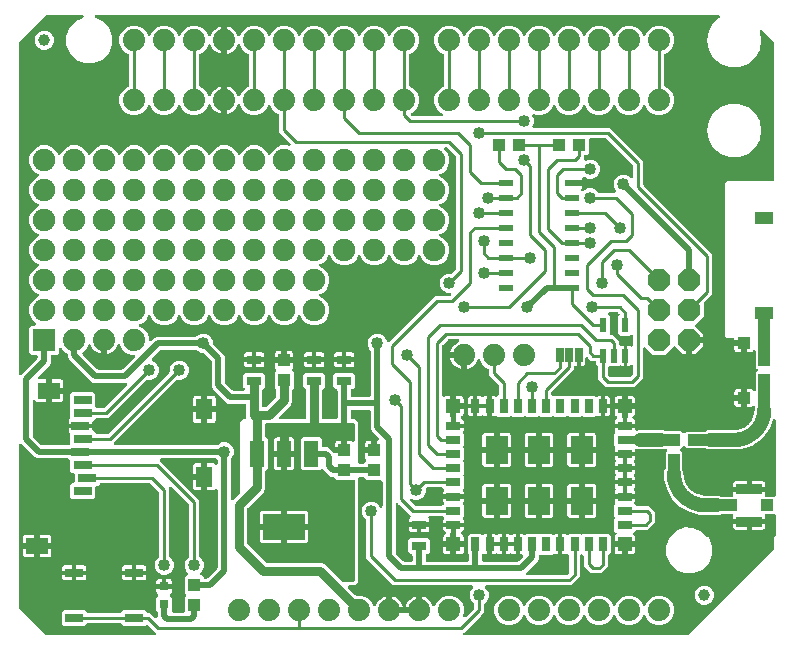
<source format=gbr>
G04 EAGLE Gerber RS-274X export*
G75*
%MOMM*%
%FSLAX34Y34*%
%LPD*%
%INTop Copper*%
%IPPOS*%
%AMOC8*
5,1,8,0,0,1.08239X$1,22.5*%
G01*
%ADD10R,0.700000X1.200000*%
%ADD11R,1.200000X0.700000*%
%ADD12R,1.900000X2.400000*%
%ADD13R,1.200000X1.200000*%
%ADD14R,1.500000X1.000000*%
%ADD15C,1.879600*%
%ADD16R,2.200000X0.850000*%
%ADD17R,1.050000X1.000000*%
%ADD18R,1.000000X1.100000*%
%ADD19R,1.200000X0.800000*%
%ADD20R,1.219200X2.235200*%
%ADD21R,3.600000X2.200000*%
%ADD22R,1.200000X0.600000*%
%ADD23R,1.524000X0.762000*%
%ADD24R,1.400000X1.800000*%
%ADD25R,1.900000X1.400000*%
%ADD26R,1.500000X0.800000*%
%ADD27R,0.635000X1.270000*%
%ADD28R,1.100000X1.000000*%
%ADD29R,0.800000X0.800000*%
%ADD30C,1.000000*%
%ADD31R,0.550000X1.200000*%
%ADD32P,2.034460X8X292.500000*%
%ADD33R,1.879600X1.879600*%
%ADD34C,0.762000*%
%ADD35C,0.508000*%
%ADD36C,1.016000*%
%ADD37C,0.254000*%
%ADD38C,0.889000*%
%ADD39C,0.990600*%
%ADD40C,1.219200*%
%ADD41C,0.660400*%
%ADD42C,0.965200*%
%ADD43C,1.905000*%

G36*
X569389Y4077D02*
X569389Y4077D01*
X569488Y4080D01*
X569546Y4097D01*
X569606Y4105D01*
X569698Y4141D01*
X569793Y4169D01*
X569845Y4199D01*
X569902Y4222D01*
X569982Y4280D01*
X570067Y4330D01*
X570143Y4396D01*
X570159Y4408D01*
X570167Y4418D01*
X570188Y4436D01*
X643264Y77512D01*
X643324Y77590D01*
X643392Y77662D01*
X643421Y77715D01*
X643458Y77763D01*
X643498Y77854D01*
X643546Y77941D01*
X643561Y77999D01*
X643585Y78055D01*
X643600Y78153D01*
X643625Y78249D01*
X643631Y78349D01*
X643635Y78369D01*
X643633Y78381D01*
X643635Y78409D01*
X643635Y87658D01*
X643657Y87666D01*
X643698Y87671D01*
X643808Y87714D01*
X643921Y87751D01*
X643956Y87773D01*
X643993Y87788D01*
X644089Y87858D01*
X644190Y87921D01*
X644218Y87951D01*
X644251Y87974D01*
X644327Y88066D01*
X644408Y88153D01*
X644428Y88188D01*
X644453Y88219D01*
X644504Y88327D01*
X644562Y88431D01*
X644572Y88471D01*
X644589Y88507D01*
X644611Y88624D01*
X644641Y88739D01*
X644645Y88800D01*
X644649Y88820D01*
X644647Y88840D01*
X644651Y88900D01*
X644651Y105998D01*
X644636Y106116D01*
X644629Y106235D01*
X644616Y106273D01*
X644611Y106314D01*
X644568Y106424D01*
X644531Y106537D01*
X644509Y106572D01*
X644494Y106609D01*
X644425Y106705D01*
X644361Y106806D01*
X644331Y106834D01*
X644308Y106867D01*
X644216Y106943D01*
X644129Y107024D01*
X644094Y107044D01*
X644063Y107069D01*
X643955Y107120D01*
X643851Y107178D01*
X643811Y107188D01*
X643775Y107205D01*
X643658Y107227D01*
X643543Y107257D01*
X643483Y107261D01*
X643463Y107265D01*
X643442Y107263D01*
X643382Y107267D01*
X636923Y107267D01*
X636799Y107252D01*
X636673Y107242D01*
X636641Y107232D01*
X636608Y107227D01*
X636491Y107181D01*
X636372Y107141D01*
X636343Y107123D01*
X636312Y107110D01*
X636211Y107037D01*
X636105Y106968D01*
X636082Y106943D01*
X636055Y106924D01*
X635975Y106827D01*
X635889Y106734D01*
X635873Y106704D01*
X635852Y106679D01*
X635798Y106565D01*
X635739Y106454D01*
X635731Y106421D01*
X635716Y106391D01*
X635693Y106268D01*
X635663Y106145D01*
X635663Y106112D01*
X635657Y106079D01*
X635664Y105953D01*
X635666Y105827D01*
X635675Y105779D01*
X635676Y105761D01*
X635683Y105741D01*
X635697Y105669D01*
X635841Y105134D01*
X635841Y102674D01*
X623155Y102674D01*
X623037Y102659D01*
X622918Y102652D01*
X622880Y102639D01*
X622840Y102634D01*
X622729Y102591D01*
X622616Y102554D01*
X622582Y102532D01*
X622544Y102517D01*
X622448Y102448D01*
X622347Y102384D01*
X622319Y102354D01*
X622295Y102336D01*
X622279Y102350D01*
X622192Y102431D01*
X622157Y102451D01*
X622125Y102476D01*
X622018Y102527D01*
X621913Y102585D01*
X621874Y102595D01*
X621838Y102612D01*
X621721Y102634D01*
X621605Y102664D01*
X621545Y102668D01*
X621525Y102672D01*
X621505Y102670D01*
X621445Y102674D01*
X608759Y102674D01*
X608759Y103902D01*
X608759Y105134D01*
X608903Y105669D01*
X608920Y105794D01*
X608943Y105918D01*
X608941Y105951D01*
X608946Y105985D01*
X608931Y106110D01*
X608924Y106235D01*
X608913Y106267D01*
X608909Y106300D01*
X608864Y106418D01*
X608826Y106537D01*
X608808Y106566D01*
X608795Y106597D01*
X608723Y106700D01*
X608655Y106806D01*
X608631Y106829D01*
X608611Y106857D01*
X608515Y106938D01*
X608424Y107024D01*
X608394Y107040D01*
X608369Y107062D01*
X608255Y107117D01*
X608145Y107178D01*
X608113Y107186D01*
X608082Y107201D01*
X607959Y107226D01*
X607837Y107257D01*
X607789Y107260D01*
X607771Y107264D01*
X607749Y107263D01*
X607677Y107267D01*
X600718Y107267D01*
X600642Y107279D01*
X600546Y107304D01*
X600446Y107310D01*
X600426Y107314D01*
X600413Y107312D01*
X600385Y107314D01*
X599751Y107314D01*
X599742Y107313D01*
X599732Y107314D01*
X599584Y107293D01*
X599435Y107274D01*
X599427Y107271D01*
X599417Y107270D01*
X599265Y107218D01*
X596739Y106171D01*
X580855Y106171D01*
X571940Y108560D01*
X563947Y113175D01*
X557421Y119701D01*
X552806Y127694D01*
X550417Y136609D01*
X550417Y142841D01*
X551464Y145367D01*
X551466Y145376D01*
X551471Y145384D01*
X551508Y145529D01*
X551548Y145674D01*
X551548Y145683D01*
X551550Y145692D01*
X551554Y145752D01*
X551555Y145755D01*
X551554Y145760D01*
X551560Y145853D01*
X551560Y145875D01*
X551552Y145942D01*
X551553Y145992D01*
X551546Y146017D01*
X551545Y146073D01*
X551528Y146131D01*
X551520Y146191D01*
X551513Y146209D01*
X551513Y159132D01*
X552545Y160163D01*
X552588Y160219D01*
X552638Y160267D01*
X552685Y160344D01*
X552740Y160415D01*
X552767Y160479D01*
X552804Y160538D01*
X552830Y160624D01*
X552866Y160707D01*
X552877Y160776D01*
X552898Y160842D01*
X552902Y160932D01*
X552916Y161021D01*
X552909Y161090D01*
X552913Y161160D01*
X552895Y161248D01*
X552886Y161337D01*
X552862Y161403D01*
X552848Y161471D01*
X552809Y161552D01*
X552779Y161637D01*
X552739Y161694D01*
X552709Y161757D01*
X552650Y161825D01*
X552600Y161900D01*
X552548Y161946D01*
X552502Y161999D01*
X552429Y162051D01*
X552362Y162110D01*
X552299Y162142D01*
X552242Y162182D01*
X552158Y162214D01*
X552078Y162255D01*
X552010Y162270D01*
X551945Y162295D01*
X551856Y162305D01*
X551768Y162324D01*
X551698Y162322D01*
X551629Y162330D01*
X551540Y162318D01*
X551450Y162315D01*
X551383Y162295D01*
X551314Y162286D01*
X551162Y162234D01*
X549495Y161543D01*
X527973Y161543D01*
X527296Y161824D01*
X527248Y161837D01*
X527203Y161858D01*
X527095Y161879D01*
X526989Y161908D01*
X526939Y161909D01*
X526890Y161918D01*
X526781Y161911D01*
X526671Y161913D01*
X526623Y161901D01*
X526573Y161898D01*
X526469Y161864D01*
X526362Y161839D01*
X526318Y161815D01*
X526271Y161800D01*
X526178Y161741D01*
X526081Y161690D01*
X526044Y161657D01*
X526002Y161630D01*
X525927Y161550D01*
X525845Y161476D01*
X525818Y161435D01*
X525784Y161398D01*
X525731Y161302D01*
X525671Y161210D01*
X525654Y161163D01*
X525630Y161120D01*
X525603Y161014D01*
X525567Y160910D01*
X525563Y160860D01*
X525551Y160812D01*
X525541Y160651D01*
X525541Y159449D01*
X517480Y159449D01*
X517362Y159434D01*
X517243Y159427D01*
X517205Y159414D01*
X517165Y159409D01*
X517054Y159366D01*
X517006Y159350D01*
X516988Y159360D01*
X516949Y159370D01*
X516913Y159387D01*
X516796Y159409D01*
X516680Y159439D01*
X516620Y159443D01*
X516600Y159447D01*
X516580Y159445D01*
X516520Y159449D01*
X508459Y159449D01*
X508459Y161534D01*
X508632Y162181D01*
X508905Y162653D01*
X508949Y162756D01*
X509000Y162857D01*
X509010Y162903D01*
X509028Y162946D01*
X509045Y163057D01*
X509069Y163167D01*
X509068Y163214D01*
X509075Y163261D01*
X509063Y163372D01*
X509060Y163485D01*
X509047Y163530D01*
X509042Y163577D01*
X509003Y163682D01*
X508971Y163790D01*
X508947Y163831D01*
X508931Y163875D01*
X508867Y163967D01*
X508810Y164064D01*
X508762Y164119D01*
X508750Y164136D01*
X508736Y164148D01*
X508703Y164185D01*
X507951Y164937D01*
X507951Y174463D01*
X508703Y175215D01*
X508772Y175304D01*
X508848Y175387D01*
X508869Y175429D01*
X508898Y175466D01*
X508943Y175569D01*
X508995Y175669D01*
X509006Y175715D01*
X509025Y175758D01*
X509042Y175869D01*
X509068Y175978D01*
X509067Y176025D01*
X509075Y176072D01*
X509064Y176184D01*
X509062Y176296D01*
X509049Y176342D01*
X509045Y176389D01*
X509007Y176495D01*
X508977Y176603D01*
X508944Y176668D01*
X508937Y176688D01*
X508927Y176703D01*
X508905Y176747D01*
X508632Y177219D01*
X508459Y177866D01*
X508459Y179951D01*
X516520Y179951D01*
X516638Y179966D01*
X516757Y179973D01*
X516795Y179985D01*
X516835Y179991D01*
X516946Y180034D01*
X516994Y180050D01*
X517012Y180040D01*
X517051Y180030D01*
X517087Y180013D01*
X517204Y179991D01*
X517320Y179961D01*
X517380Y179957D01*
X517400Y179953D01*
X517420Y179955D01*
X517480Y179951D01*
X525541Y179951D01*
X525541Y178693D01*
X525547Y178643D01*
X525545Y178594D01*
X525567Y178486D01*
X525581Y178377D01*
X525599Y178331D01*
X525609Y178282D01*
X525657Y178184D01*
X525698Y178082D01*
X525727Y178041D01*
X525749Y177997D01*
X525820Y177913D01*
X525884Y177824D01*
X525923Y177792D01*
X525955Y177755D01*
X526045Y177692D01*
X526129Y177621D01*
X526174Y177600D01*
X526215Y177572D01*
X526318Y177533D01*
X526417Y177486D01*
X526466Y177477D01*
X526512Y177459D01*
X526622Y177447D01*
X526729Y177426D01*
X526779Y177429D01*
X526828Y177424D01*
X526937Y177439D01*
X527047Y177446D01*
X527094Y177461D01*
X527143Y177468D01*
X527296Y177520D01*
X527973Y177801D01*
X549495Y177801D01*
X551319Y177045D01*
X551347Y177038D01*
X551373Y177024D01*
X551500Y176996D01*
X551625Y176961D01*
X551655Y176961D01*
X551684Y176954D01*
X551813Y176958D01*
X551943Y176956D01*
X551972Y176963D01*
X552002Y176964D01*
X552126Y177000D01*
X552253Y177031D01*
X552279Y177044D01*
X552307Y177053D01*
X552419Y177118D01*
X552534Y177179D01*
X552556Y177199D01*
X552581Y177214D01*
X552702Y177321D01*
X552704Y177323D01*
X564388Y177323D01*
X564634Y177077D01*
X564712Y177016D01*
X564721Y177008D01*
X566285Y175444D01*
X566379Y175371D01*
X566468Y175292D01*
X566504Y175274D01*
X566536Y175249D01*
X566645Y175202D01*
X566751Y175148D01*
X566790Y175139D01*
X566828Y175123D01*
X566945Y175104D01*
X567061Y175078D01*
X567102Y175079D01*
X567142Y175073D01*
X567260Y175084D01*
X567379Y175088D01*
X567418Y175099D01*
X567458Y175103D01*
X567570Y175143D01*
X567685Y175176D01*
X567720Y175197D01*
X567758Y175210D01*
X567856Y175277D01*
X567959Y175338D01*
X568004Y175378D01*
X568021Y175389D01*
X568034Y175404D01*
X568080Y175444D01*
X569340Y176705D01*
X582264Y176705D01*
X582340Y176693D01*
X582436Y176668D01*
X582536Y176662D01*
X582556Y176658D01*
X582569Y176660D01*
X582597Y176658D01*
X584143Y176658D01*
X584152Y176659D01*
X584162Y176658D01*
X584310Y176679D01*
X584459Y176698D01*
X584467Y176701D01*
X584477Y176702D01*
X584629Y176754D01*
X587155Y177801D01*
X609854Y177801D01*
X609876Y177803D01*
X609954Y177805D01*
X612417Y177999D01*
X612485Y178013D01*
X612554Y178017D01*
X612710Y178057D01*
X617396Y179579D01*
X617503Y179630D01*
X617614Y179673D01*
X617665Y179706D01*
X617683Y179715D01*
X617699Y179728D01*
X617750Y179760D01*
X621736Y182656D01*
X621822Y182737D01*
X621914Y182812D01*
X621952Y182859D01*
X621967Y182873D01*
X621978Y182891D01*
X622016Y182936D01*
X624912Y186922D01*
X624970Y187027D01*
X625033Y187127D01*
X625056Y187183D01*
X625066Y187201D01*
X625071Y187221D01*
X625093Y187276D01*
X626615Y191962D01*
X626628Y192030D01*
X626651Y192096D01*
X626673Y192255D01*
X626867Y194718D01*
X626866Y194740D01*
X626871Y194818D01*
X626871Y196435D01*
X627054Y196875D01*
X627072Y196943D01*
X627100Y197007D01*
X627114Y197095D01*
X627138Y197182D01*
X627139Y197252D01*
X627150Y197321D01*
X627141Y197410D01*
X627143Y197500D01*
X627126Y197568D01*
X627120Y197637D01*
X627089Y197722D01*
X627068Y197809D01*
X627036Y197871D01*
X627012Y197937D01*
X626962Y198011D01*
X626920Y198090D01*
X626873Y198142D01*
X626834Y198200D01*
X626766Y198259D01*
X626706Y198326D01*
X626648Y198364D01*
X626595Y198410D01*
X626515Y198451D01*
X626440Y198500D01*
X626374Y198523D01*
X626312Y198555D01*
X626224Y198574D01*
X626139Y198604D01*
X626070Y198609D01*
X626002Y198624D01*
X625912Y198622D01*
X625822Y198629D01*
X625753Y198617D01*
X625684Y198615D01*
X625597Y198590D01*
X625509Y198574D01*
X625445Y198546D01*
X625378Y198526D01*
X625301Y198481D01*
X625219Y198444D01*
X625164Y198400D01*
X625104Y198365D01*
X624983Y198258D01*
X624924Y198199D01*
X624345Y197864D01*
X624258Y197841D01*
X624257Y197841D01*
X623698Y197691D01*
X620363Y197691D01*
X620363Y204002D01*
X620348Y204120D01*
X620341Y204239D01*
X620328Y204277D01*
X620323Y204317D01*
X620280Y204428D01*
X620243Y204541D01*
X620221Y204575D01*
X620206Y204613D01*
X620137Y204709D01*
X620073Y204810D01*
X620043Y204838D01*
X620020Y204870D01*
X619928Y204946D01*
X619841Y205028D01*
X619806Y205047D01*
X619775Y205073D01*
X619667Y205124D01*
X619563Y205181D01*
X619523Y205191D01*
X619487Y205209D01*
X619380Y205229D01*
X619410Y205233D01*
X619520Y205277D01*
X619633Y205313D01*
X619668Y205335D01*
X619705Y205350D01*
X619801Y205420D01*
X619902Y205483D01*
X619930Y205513D01*
X619963Y205537D01*
X620039Y205628D01*
X620120Y205715D01*
X620140Y205750D01*
X620165Y205782D01*
X620216Y205889D01*
X620274Y205994D01*
X620284Y206033D01*
X620301Y206069D01*
X620323Y206186D01*
X620353Y206302D01*
X620357Y206362D01*
X620361Y206382D01*
X620359Y206402D01*
X620363Y206462D01*
X620363Y212773D01*
X623698Y212773D01*
X624345Y212600D01*
X624924Y212265D01*
X625397Y211792D01*
X625541Y211543D01*
X625617Y211443D01*
X625687Y211339D01*
X625713Y211317D01*
X625733Y211290D01*
X625832Y211212D01*
X625926Y211128D01*
X625956Y211113D01*
X625982Y211092D01*
X626097Y211041D01*
X626209Y210984D01*
X626242Y210976D01*
X626273Y210963D01*
X626397Y210942D01*
X626519Y210914D01*
X626553Y210915D01*
X626586Y210910D01*
X626712Y210920D01*
X626837Y210924D01*
X626870Y210933D01*
X626903Y210936D01*
X627022Y210977D01*
X627143Y211012D01*
X627172Y211029D01*
X627204Y211040D01*
X627308Y211110D01*
X627417Y211174D01*
X627453Y211206D01*
X627469Y211216D01*
X627483Y211232D01*
X627538Y211280D01*
X627643Y211385D01*
X627703Y211463D01*
X627771Y211536D01*
X627800Y211589D01*
X627837Y211636D01*
X627877Y211727D01*
X627925Y211814D01*
X627940Y211873D01*
X627964Y211928D01*
X627979Y212026D01*
X628004Y212122D01*
X628010Y212222D01*
X628014Y212242D01*
X628012Y212255D01*
X628014Y212283D01*
X628014Y213185D01*
X628002Y213283D01*
X627999Y213382D01*
X627982Y213441D01*
X627974Y213501D01*
X627967Y213519D01*
X627967Y226442D01*
X629228Y227703D01*
X629301Y227797D01*
X629380Y227886D01*
X629398Y227922D01*
X629423Y227954D01*
X629470Y228063D01*
X629524Y228169D01*
X629533Y228208D01*
X629549Y228246D01*
X629568Y228363D01*
X629594Y228479D01*
X629593Y228520D01*
X629599Y228560D01*
X629588Y228678D01*
X629584Y228797D01*
X629573Y228836D01*
X629569Y228876D01*
X629529Y228988D01*
X629496Y229103D01*
X629475Y229138D01*
X629462Y229176D01*
X629395Y229274D01*
X629334Y229377D01*
X629294Y229422D01*
X629283Y229439D01*
X629268Y229452D01*
X629228Y229498D01*
X627967Y230758D01*
X627967Y243682D01*
X627979Y243758D01*
X628004Y243854D01*
X628010Y243954D01*
X628014Y243974D01*
X628012Y243987D01*
X628014Y244015D01*
X628014Y244409D01*
X628002Y244507D01*
X627999Y244606D01*
X627982Y244665D01*
X627974Y244725D01*
X627938Y244817D01*
X627911Y244912D01*
X627880Y244964D01*
X627857Y245020D01*
X627799Y245101D01*
X627749Y245186D01*
X627683Y245261D01*
X627671Y245278D01*
X627661Y245286D01*
X627643Y245307D01*
X627538Y245412D01*
X627438Y245489D01*
X627343Y245571D01*
X627313Y245586D01*
X627286Y245607D01*
X627171Y245657D01*
X627058Y245713D01*
X627025Y245720D01*
X626995Y245733D01*
X626870Y245753D01*
X626747Y245779D01*
X626714Y245778D01*
X626680Y245783D01*
X626555Y245771D01*
X626430Y245766D01*
X626397Y245756D01*
X626364Y245753D01*
X626245Y245711D01*
X626125Y245674D01*
X626096Y245657D01*
X626065Y245646D01*
X625960Y245575D01*
X625853Y245510D01*
X625829Y245486D01*
X625801Y245467D01*
X625718Y245373D01*
X625630Y245283D01*
X625603Y245242D01*
X625591Y245229D01*
X625581Y245209D01*
X625541Y245149D01*
X625397Y244900D01*
X624924Y244427D01*
X624345Y244092D01*
X623698Y243919D01*
X620363Y243919D01*
X620363Y250230D01*
X620348Y250348D01*
X620341Y250467D01*
X620328Y250505D01*
X620323Y250545D01*
X620280Y250656D01*
X620243Y250769D01*
X620221Y250803D01*
X620206Y250841D01*
X620137Y250937D01*
X620073Y251038D01*
X620043Y251066D01*
X620020Y251098D01*
X619928Y251174D01*
X619841Y251256D01*
X619806Y251275D01*
X619775Y251301D01*
X619667Y251352D01*
X619563Y251409D01*
X619523Y251419D01*
X619487Y251437D01*
X619370Y251459D01*
X619255Y251489D01*
X619195Y251493D01*
X619175Y251496D01*
X619154Y251495D01*
X619094Y251499D01*
X617903Y251499D01*
X617903Y252690D01*
X617888Y252808D01*
X617881Y252927D01*
X617868Y252965D01*
X617863Y253006D01*
X617819Y253116D01*
X617783Y253229D01*
X617761Y253264D01*
X617746Y253301D01*
X617676Y253397D01*
X617613Y253498D01*
X617583Y253526D01*
X617559Y253559D01*
X617468Y253635D01*
X617381Y253716D01*
X617346Y253736D01*
X617314Y253761D01*
X617207Y253812D01*
X617102Y253870D01*
X617063Y253880D01*
X617027Y253897D01*
X616910Y253919D01*
X616794Y253949D01*
X616734Y253953D01*
X616714Y253957D01*
X616694Y253955D01*
X616634Y253959D01*
X609823Y253959D01*
X609823Y254762D01*
X609808Y254880D01*
X609801Y254999D01*
X609788Y255037D01*
X609783Y255078D01*
X609740Y255188D01*
X609703Y255301D01*
X609681Y255336D01*
X609666Y255373D01*
X609597Y255469D01*
X609533Y255570D01*
X609503Y255598D01*
X609480Y255631D01*
X609388Y255707D01*
X609301Y255788D01*
X609266Y255808D01*
X609235Y255833D01*
X609127Y255884D01*
X609023Y255942D01*
X608983Y255952D01*
X608947Y255969D01*
X608830Y255991D01*
X608715Y256021D01*
X608655Y256025D01*
X608635Y256029D01*
X608614Y256027D01*
X608554Y256031D01*
X603257Y256031D01*
X601471Y257817D01*
X601471Y387343D01*
X603257Y389129D01*
X642366Y389129D01*
X642484Y389144D01*
X642603Y389151D01*
X642641Y389164D01*
X642682Y389169D01*
X642792Y389212D01*
X642905Y389249D01*
X642940Y389271D01*
X642977Y389286D01*
X643073Y389355D01*
X643174Y389419D01*
X643202Y389449D01*
X643235Y389472D01*
X643311Y389564D01*
X643392Y389651D01*
X643412Y389686D01*
X643437Y389717D01*
X643488Y389825D01*
X643546Y389929D01*
X643556Y389969D01*
X643573Y390005D01*
X643595Y390122D01*
X643625Y390237D01*
X643629Y390297D01*
X643633Y390317D01*
X643631Y390338D01*
X643635Y390398D01*
X643635Y505791D01*
X643623Y505889D01*
X643620Y505988D01*
X643603Y506046D01*
X643595Y506106D01*
X643559Y506198D01*
X643531Y506293D01*
X643501Y506345D01*
X643478Y506402D01*
X643420Y506482D01*
X643370Y506567D01*
X643304Y506643D01*
X643292Y506659D01*
X643282Y506667D01*
X643264Y506688D01*
X633390Y516561D01*
X633319Y516617D01*
X633254Y516680D01*
X633194Y516714D01*
X633139Y516756D01*
X633056Y516792D01*
X632977Y516837D01*
X632911Y516855D01*
X632847Y516882D01*
X632758Y516897D01*
X632670Y516920D01*
X632601Y516921D01*
X632533Y516932D01*
X632443Y516924D01*
X632352Y516925D01*
X632285Y516909D01*
X632217Y516902D01*
X632131Y516872D01*
X632043Y516851D01*
X631982Y516818D01*
X631917Y516795D01*
X631842Y516744D01*
X631762Y516701D01*
X631711Y516655D01*
X631654Y516616D01*
X631594Y516548D01*
X631527Y516487D01*
X631489Y516430D01*
X631444Y516378D01*
X631402Y516297D01*
X631353Y516221D01*
X631330Y516156D01*
X631299Y516095D01*
X631279Y516006D01*
X631250Y515920D01*
X631245Y515852D01*
X631229Y515784D01*
X631232Y515694D01*
X631225Y515603D01*
X631239Y515482D01*
X631239Y515466D01*
X631241Y515459D01*
X631243Y515443D01*
X632555Y508000D01*
X631171Y500149D01*
X627185Y493245D01*
X621078Y488120D01*
X613586Y485393D01*
X605614Y485393D01*
X598122Y488120D01*
X592015Y493244D01*
X588029Y500149D01*
X586645Y508000D01*
X588029Y515851D01*
X592015Y522755D01*
X597185Y527094D01*
X597209Y527120D01*
X597238Y527140D01*
X597317Y527236D01*
X597401Y527327D01*
X597418Y527358D01*
X597441Y527385D01*
X597494Y527498D01*
X597553Y527607D01*
X597561Y527641D01*
X597576Y527673D01*
X597599Y527795D01*
X597630Y527915D01*
X597629Y527951D01*
X597636Y527986D01*
X597628Y528109D01*
X597627Y528233D01*
X597618Y528268D01*
X597616Y528303D01*
X597578Y528421D01*
X597546Y528541D01*
X597529Y528572D01*
X597518Y528605D01*
X597452Y528710D01*
X597391Y528819D01*
X597367Y528844D01*
X597348Y528874D01*
X597258Y528959D01*
X597172Y529049D01*
X597142Y529068D01*
X597116Y529092D01*
X597008Y529152D01*
X596903Y529218D01*
X596869Y529229D01*
X596838Y529246D01*
X596718Y529277D01*
X596600Y529314D01*
X596564Y529316D01*
X596530Y529325D01*
X596369Y529335D01*
X69482Y529335D01*
X69413Y529327D01*
X69343Y529328D01*
X69256Y529307D01*
X69167Y529295D01*
X69102Y529270D01*
X69034Y529253D01*
X68955Y529211D01*
X68871Y529178D01*
X68815Y529137D01*
X68753Y529105D01*
X68687Y529044D01*
X68614Y528992D01*
X68569Y528938D01*
X68518Y528891D01*
X68468Y528816D01*
X68411Y528747D01*
X68381Y528683D01*
X68343Y528625D01*
X68314Y528540D01*
X68276Y528459D01*
X68262Y528390D01*
X68240Y528324D01*
X68233Y528235D01*
X68216Y528147D01*
X68220Y528077D01*
X68215Y528007D01*
X68230Y527919D01*
X68235Y527829D01*
X68257Y527763D01*
X68269Y527694D01*
X68306Y527612D01*
X68334Y527527D01*
X68371Y527468D01*
X68400Y527404D01*
X68456Y527334D01*
X68504Y527258D01*
X68555Y527210D01*
X68598Y527156D01*
X68670Y527101D01*
X68735Y527040D01*
X68796Y527006D01*
X68852Y526964D01*
X68997Y526893D01*
X74579Y524581D01*
X80081Y519079D01*
X83059Y511891D01*
X83059Y504109D01*
X80081Y496921D01*
X74579Y491419D01*
X67391Y488441D01*
X59609Y488441D01*
X52421Y491419D01*
X46919Y496921D01*
X43941Y504109D01*
X43941Y511891D01*
X46919Y519079D01*
X52421Y524581D01*
X58003Y526893D01*
X58064Y526928D01*
X58129Y526954D01*
X58201Y527006D01*
X58280Y527051D01*
X58330Y527099D01*
X58386Y527140D01*
X58443Y527210D01*
X58508Y527272D01*
X58544Y527332D01*
X58589Y527385D01*
X58627Y527467D01*
X58674Y527543D01*
X58695Y527610D01*
X58724Y527673D01*
X58741Y527761D01*
X58768Y527847D01*
X58771Y527917D01*
X58784Y527986D01*
X58779Y528075D01*
X58783Y528165D01*
X58769Y528233D01*
X58765Y528303D01*
X58737Y528388D01*
X58719Y528476D01*
X58688Y528539D01*
X58666Y528605D01*
X58618Y528681D01*
X58579Y528762D01*
X58534Y528815D01*
X58496Y528874D01*
X58431Y528936D01*
X58373Y529004D01*
X58315Y529044D01*
X58265Y529092D01*
X58186Y529135D01*
X58113Y529187D01*
X58047Y529212D01*
X57986Y529246D01*
X57899Y529268D01*
X57815Y529300D01*
X57746Y529308D01*
X57678Y529325D01*
X57518Y529335D01*
X27609Y529335D01*
X27511Y529323D01*
X27412Y529320D01*
X27354Y529303D01*
X27294Y529295D01*
X27202Y529259D01*
X27107Y529231D01*
X27054Y529201D01*
X26998Y529178D01*
X26918Y529120D01*
X26833Y529070D01*
X26757Y529004D01*
X26741Y528992D01*
X26733Y528982D01*
X26712Y528964D01*
X4436Y506688D01*
X4376Y506610D01*
X4308Y506538D01*
X4279Y506485D01*
X4242Y506437D01*
X4202Y506346D01*
X4154Y506259D01*
X4139Y506201D01*
X4115Y506145D01*
X4100Y506047D01*
X4075Y505951D01*
X4069Y505851D01*
X4065Y505831D01*
X4067Y505819D01*
X4065Y505791D01*
X4065Y225853D01*
X4082Y225715D01*
X4095Y225576D01*
X4102Y225557D01*
X4105Y225537D01*
X4156Y225408D01*
X4203Y225277D01*
X4214Y225260D01*
X4222Y225241D01*
X4303Y225129D01*
X4381Y225014D01*
X4397Y225000D01*
X4408Y224984D01*
X4516Y224895D01*
X4620Y224803D01*
X4638Y224794D01*
X4653Y224781D01*
X4779Y224722D01*
X4903Y224659D01*
X4923Y224654D01*
X4941Y224646D01*
X5078Y224620D01*
X5213Y224589D01*
X5234Y224590D01*
X5253Y224586D01*
X5392Y224595D01*
X5531Y224599D01*
X5551Y224604D01*
X5571Y224606D01*
X5703Y224648D01*
X5837Y224687D01*
X5854Y224697D01*
X5873Y224704D01*
X5991Y224778D01*
X6111Y224849D01*
X6132Y224867D01*
X6142Y224874D01*
X6156Y224889D01*
X6231Y224955D01*
X7173Y225896D01*
X19440Y238163D01*
X19500Y238241D01*
X19568Y238314D01*
X19597Y238367D01*
X19634Y238414D01*
X19674Y238505D01*
X19722Y238592D01*
X19737Y238651D01*
X19761Y238706D01*
X19776Y238804D01*
X19801Y238900D01*
X19807Y239000D01*
X19811Y239020D01*
X19809Y239033D01*
X19811Y239061D01*
X19811Y240284D01*
X19796Y240402D01*
X19789Y240521D01*
X19776Y240559D01*
X19771Y240600D01*
X19728Y240710D01*
X19691Y240823D01*
X19669Y240858D01*
X19654Y240895D01*
X19585Y240991D01*
X19521Y241092D01*
X19491Y241120D01*
X19468Y241153D01*
X19376Y241229D01*
X19289Y241310D01*
X19254Y241330D01*
X19223Y241355D01*
X19115Y241406D01*
X19011Y241464D01*
X18971Y241474D01*
X18935Y241491D01*
X18818Y241513D01*
X18703Y241543D01*
X18643Y241547D01*
X18623Y241551D01*
X18602Y241549D01*
X18542Y241553D01*
X14739Y241553D01*
X12953Y243339D01*
X12953Y264661D01*
X14739Y266447D01*
X17507Y266447D01*
X17645Y266464D01*
X17783Y266477D01*
X17803Y266484D01*
X17823Y266487D01*
X17952Y266538D01*
X18083Y266585D01*
X18100Y266596D01*
X18118Y266604D01*
X18231Y266685D01*
X18346Y266763D01*
X18359Y266779D01*
X18376Y266790D01*
X18464Y266898D01*
X18556Y267002D01*
X18566Y267020D01*
X18578Y267035D01*
X18638Y267161D01*
X18701Y267285D01*
X18705Y267305D01*
X18714Y267323D01*
X18740Y267459D01*
X18771Y267595D01*
X18770Y267616D01*
X18774Y267635D01*
X18765Y267774D01*
X18761Y267913D01*
X18755Y267933D01*
X18754Y267953D01*
X18711Y268085D01*
X18673Y268219D01*
X18662Y268236D01*
X18656Y268255D01*
X18581Y268373D01*
X18511Y268493D01*
X18492Y268514D01*
X18486Y268524D01*
X18471Y268538D01*
X18405Y268613D01*
X14740Y272278D01*
X12826Y276899D01*
X12826Y281901D01*
X14740Y286522D01*
X18278Y290060D01*
X20373Y290927D01*
X20493Y290996D01*
X20616Y291061D01*
X20631Y291075D01*
X20649Y291085D01*
X20749Y291182D01*
X20852Y291275D01*
X20863Y291292D01*
X20877Y291306D01*
X20950Y291424D01*
X21027Y291541D01*
X21033Y291560D01*
X21044Y291577D01*
X21085Y291710D01*
X21130Y291842D01*
X21131Y291862D01*
X21137Y291881D01*
X21144Y292020D01*
X21155Y292159D01*
X21152Y292179D01*
X21152Y292199D01*
X21124Y292335D01*
X21101Y292472D01*
X21092Y292491D01*
X21088Y292510D01*
X21027Y292635D01*
X20970Y292762D01*
X20957Y292778D01*
X20948Y292796D01*
X20858Y292902D01*
X20771Y293010D01*
X20755Y293023D01*
X20742Y293038D01*
X20628Y293118D01*
X20517Y293202D01*
X20492Y293214D01*
X20482Y293221D01*
X20463Y293228D01*
X20373Y293273D01*
X18278Y294140D01*
X14740Y297678D01*
X12826Y302299D01*
X12826Y307301D01*
X14740Y311922D01*
X18278Y315460D01*
X20373Y316327D01*
X20493Y316396D01*
X20616Y316461D01*
X20631Y316475D01*
X20649Y316485D01*
X20749Y316582D01*
X20852Y316675D01*
X20863Y316692D01*
X20877Y316706D01*
X20950Y316824D01*
X21027Y316941D01*
X21033Y316960D01*
X21044Y316977D01*
X21085Y317110D01*
X21130Y317242D01*
X21131Y317262D01*
X21137Y317281D01*
X21144Y317420D01*
X21155Y317559D01*
X21152Y317579D01*
X21152Y317599D01*
X21124Y317735D01*
X21101Y317872D01*
X21092Y317891D01*
X21088Y317910D01*
X21027Y318035D01*
X20970Y318162D01*
X20957Y318178D01*
X20948Y318196D01*
X20858Y318302D01*
X20771Y318410D01*
X20755Y318423D01*
X20742Y318438D01*
X20628Y318518D01*
X20517Y318602D01*
X20492Y318614D01*
X20482Y318621D01*
X20463Y318628D01*
X20373Y318673D01*
X18278Y319540D01*
X14740Y323078D01*
X12826Y327699D01*
X12826Y332701D01*
X14740Y337322D01*
X18278Y340860D01*
X20373Y341727D01*
X20493Y341796D01*
X20616Y341861D01*
X20631Y341875D01*
X20649Y341885D01*
X20749Y341982D01*
X20852Y342075D01*
X20863Y342092D01*
X20877Y342106D01*
X20950Y342225D01*
X21027Y342341D01*
X21033Y342360D01*
X21044Y342377D01*
X21085Y342510D01*
X21130Y342642D01*
X21131Y342662D01*
X21137Y342681D01*
X21144Y342820D01*
X21155Y342959D01*
X21151Y342979D01*
X21152Y342999D01*
X21124Y343135D01*
X21101Y343272D01*
X21092Y343291D01*
X21088Y343310D01*
X21027Y343436D01*
X20970Y343562D01*
X20957Y343578D01*
X20948Y343596D01*
X20858Y343702D01*
X20771Y343810D01*
X20755Y343823D01*
X20742Y343838D01*
X20628Y343918D01*
X20517Y344002D01*
X20492Y344014D01*
X20482Y344021D01*
X20463Y344028D01*
X20373Y344073D01*
X18278Y344940D01*
X14740Y348478D01*
X12826Y353099D01*
X12826Y358101D01*
X14740Y362722D01*
X18278Y366260D01*
X20373Y367127D01*
X20493Y367196D01*
X20616Y367261D01*
X20631Y367275D01*
X20649Y367285D01*
X20749Y367382D01*
X20852Y367475D01*
X20863Y367492D01*
X20877Y367506D01*
X20950Y367625D01*
X21027Y367741D01*
X21033Y367760D01*
X21044Y367777D01*
X21085Y367910D01*
X21130Y368042D01*
X21131Y368062D01*
X21137Y368081D01*
X21144Y368220D01*
X21155Y368359D01*
X21151Y368379D01*
X21152Y368399D01*
X21124Y368535D01*
X21101Y368672D01*
X21092Y368691D01*
X21088Y368710D01*
X21027Y368836D01*
X20970Y368962D01*
X20957Y368978D01*
X20948Y368996D01*
X20858Y369102D01*
X20771Y369210D01*
X20755Y369223D01*
X20742Y369238D01*
X20628Y369318D01*
X20517Y369402D01*
X20492Y369414D01*
X20482Y369421D01*
X20463Y369428D01*
X20373Y369473D01*
X18278Y370340D01*
X14740Y373878D01*
X12826Y378499D01*
X12826Y383501D01*
X14740Y388122D01*
X18278Y391660D01*
X20373Y392527D01*
X20493Y392596D01*
X20616Y392661D01*
X20631Y392675D01*
X20649Y392685D01*
X20749Y392782D01*
X20852Y392875D01*
X20863Y392892D01*
X20877Y392906D01*
X20950Y393025D01*
X21027Y393141D01*
X21033Y393160D01*
X21044Y393177D01*
X21085Y393310D01*
X21130Y393442D01*
X21131Y393462D01*
X21137Y393481D01*
X21144Y393620D01*
X21155Y393759D01*
X21151Y393779D01*
X21152Y393799D01*
X21124Y393935D01*
X21101Y394072D01*
X21092Y394091D01*
X21088Y394110D01*
X21027Y394236D01*
X20970Y394362D01*
X20957Y394378D01*
X20948Y394396D01*
X20858Y394502D01*
X20771Y394610D01*
X20755Y394623D01*
X20742Y394638D01*
X20628Y394718D01*
X20517Y394802D01*
X20492Y394814D01*
X20482Y394821D01*
X20463Y394828D01*
X20373Y394873D01*
X18278Y395740D01*
X14740Y399278D01*
X12826Y403899D01*
X12826Y408901D01*
X14740Y413522D01*
X18278Y417060D01*
X22899Y418974D01*
X27901Y418974D01*
X32522Y417060D01*
X36060Y413522D01*
X36927Y411427D01*
X36996Y411307D01*
X37061Y411184D01*
X37075Y411169D01*
X37085Y411151D01*
X37182Y411051D01*
X37275Y410948D01*
X37292Y410937D01*
X37306Y410923D01*
X37424Y410850D01*
X37541Y410773D01*
X37560Y410767D01*
X37577Y410756D01*
X37710Y410715D01*
X37842Y410670D01*
X37862Y410669D01*
X37881Y410663D01*
X38020Y410656D01*
X38159Y410645D01*
X38179Y410648D01*
X38199Y410648D01*
X38335Y410676D01*
X38472Y410699D01*
X38491Y410708D01*
X38510Y410712D01*
X38635Y410773D01*
X38762Y410830D01*
X38778Y410843D01*
X38796Y410852D01*
X38902Y410942D01*
X39010Y411029D01*
X39023Y411045D01*
X39038Y411058D01*
X39118Y411172D01*
X39202Y411283D01*
X39214Y411308D01*
X39221Y411318D01*
X39228Y411337D01*
X39273Y411427D01*
X40140Y413522D01*
X43678Y417060D01*
X48299Y418974D01*
X53301Y418974D01*
X57922Y417060D01*
X61460Y413522D01*
X62327Y411427D01*
X62396Y411307D01*
X62461Y411184D01*
X62475Y411169D01*
X62485Y411151D01*
X62582Y411051D01*
X62675Y410948D01*
X62692Y410937D01*
X62706Y410923D01*
X62825Y410850D01*
X62941Y410773D01*
X62960Y410767D01*
X62977Y410756D01*
X63110Y410715D01*
X63242Y410670D01*
X63262Y410669D01*
X63281Y410663D01*
X63420Y410656D01*
X63559Y410645D01*
X63579Y410649D01*
X63599Y410648D01*
X63735Y410676D01*
X63872Y410699D01*
X63891Y410708D01*
X63910Y410712D01*
X64036Y410773D01*
X64162Y410830D01*
X64178Y410843D01*
X64196Y410852D01*
X64302Y410942D01*
X64410Y411029D01*
X64423Y411045D01*
X64438Y411058D01*
X64518Y411172D01*
X64602Y411283D01*
X64614Y411308D01*
X64621Y411318D01*
X64628Y411337D01*
X64673Y411427D01*
X65540Y413522D01*
X69078Y417060D01*
X73699Y418974D01*
X78701Y418974D01*
X83322Y417060D01*
X86859Y413522D01*
X87727Y411427D01*
X87796Y411306D01*
X87861Y411184D01*
X87875Y411169D01*
X87885Y411151D01*
X87982Y411051D01*
X88075Y410948D01*
X88092Y410937D01*
X88106Y410923D01*
X88224Y410850D01*
X88341Y410773D01*
X88360Y410767D01*
X88377Y410756D01*
X88510Y410715D01*
X88642Y410670D01*
X88662Y410669D01*
X88681Y410663D01*
X88820Y410656D01*
X88959Y410645D01*
X88979Y410648D01*
X88999Y410647D01*
X89135Y410676D01*
X89272Y410699D01*
X89291Y410708D01*
X89310Y410712D01*
X89435Y410773D01*
X89562Y410830D01*
X89578Y410843D01*
X89596Y410852D01*
X89702Y410942D01*
X89810Y411029D01*
X89823Y411045D01*
X89838Y411058D01*
X89918Y411171D01*
X90002Y411283D01*
X90014Y411308D01*
X90021Y411318D01*
X90028Y411337D01*
X90073Y411427D01*
X90940Y413522D01*
X94478Y417060D01*
X99099Y418974D01*
X104101Y418974D01*
X108722Y417060D01*
X112259Y413522D01*
X113127Y411427D01*
X113196Y411306D01*
X113261Y411184D01*
X113275Y411169D01*
X113285Y411151D01*
X113382Y411051D01*
X113475Y410948D01*
X113492Y410937D01*
X113506Y410923D01*
X113624Y410850D01*
X113741Y410773D01*
X113760Y410767D01*
X113777Y410756D01*
X113910Y410715D01*
X114042Y410670D01*
X114062Y410669D01*
X114081Y410663D01*
X114220Y410656D01*
X114359Y410645D01*
X114379Y410648D01*
X114399Y410647D01*
X114535Y410676D01*
X114672Y410699D01*
X114691Y410708D01*
X114710Y410712D01*
X114835Y410773D01*
X114962Y410830D01*
X114978Y410843D01*
X114996Y410852D01*
X115102Y410942D01*
X115210Y411029D01*
X115223Y411045D01*
X115238Y411058D01*
X115318Y411171D01*
X115402Y411283D01*
X115414Y411308D01*
X115421Y411318D01*
X115428Y411337D01*
X115473Y411427D01*
X116340Y413522D01*
X119878Y417060D01*
X124499Y418974D01*
X129501Y418974D01*
X134122Y417060D01*
X137660Y413522D01*
X138527Y411427D01*
X138596Y411307D01*
X138661Y411184D01*
X138675Y411169D01*
X138685Y411151D01*
X138782Y411051D01*
X138875Y410948D01*
X138892Y410937D01*
X138906Y410923D01*
X139024Y410850D01*
X139141Y410773D01*
X139160Y410767D01*
X139177Y410756D01*
X139310Y410715D01*
X139442Y410670D01*
X139462Y410669D01*
X139481Y410663D01*
X139620Y410656D01*
X139759Y410645D01*
X139779Y410648D01*
X139799Y410648D01*
X139935Y410676D01*
X140072Y410699D01*
X140091Y410708D01*
X140110Y410712D01*
X140235Y410773D01*
X140362Y410830D01*
X140378Y410843D01*
X140396Y410852D01*
X140502Y410942D01*
X140610Y411029D01*
X140623Y411045D01*
X140638Y411058D01*
X140718Y411172D01*
X140802Y411283D01*
X140814Y411308D01*
X140821Y411318D01*
X140828Y411337D01*
X140873Y411427D01*
X141740Y413522D01*
X145278Y417060D01*
X149899Y418974D01*
X154901Y418974D01*
X159522Y417060D01*
X163060Y413522D01*
X163927Y411427D01*
X163996Y411307D01*
X164061Y411184D01*
X164075Y411169D01*
X164085Y411151D01*
X164182Y411051D01*
X164275Y410948D01*
X164292Y410937D01*
X164306Y410923D01*
X164424Y410850D01*
X164541Y410773D01*
X164560Y410767D01*
X164577Y410756D01*
X164710Y410715D01*
X164842Y410670D01*
X164862Y410669D01*
X164881Y410663D01*
X165020Y410656D01*
X165159Y410645D01*
X165179Y410648D01*
X165199Y410648D01*
X165335Y410676D01*
X165472Y410699D01*
X165491Y410708D01*
X165510Y410712D01*
X165635Y410773D01*
X165762Y410830D01*
X165778Y410843D01*
X165796Y410852D01*
X165902Y410942D01*
X166010Y411029D01*
X166023Y411045D01*
X166038Y411058D01*
X166118Y411172D01*
X166202Y411283D01*
X166214Y411308D01*
X166221Y411318D01*
X166228Y411337D01*
X166273Y411427D01*
X167140Y413522D01*
X170678Y417060D01*
X175299Y418974D01*
X180301Y418974D01*
X184922Y417060D01*
X188460Y413522D01*
X189327Y411427D01*
X189396Y411307D01*
X189461Y411184D01*
X189475Y411169D01*
X189485Y411151D01*
X189582Y411051D01*
X189675Y410948D01*
X189692Y410937D01*
X189706Y410923D01*
X189824Y410850D01*
X189941Y410773D01*
X189960Y410767D01*
X189977Y410756D01*
X190110Y410715D01*
X190242Y410670D01*
X190262Y410669D01*
X190281Y410663D01*
X190420Y410656D01*
X190559Y410645D01*
X190579Y410648D01*
X190599Y410648D01*
X190735Y410676D01*
X190872Y410699D01*
X190891Y410708D01*
X190910Y410712D01*
X191035Y410773D01*
X191162Y410830D01*
X191178Y410843D01*
X191196Y410852D01*
X191302Y410942D01*
X191410Y411029D01*
X191423Y411045D01*
X191438Y411058D01*
X191518Y411172D01*
X191602Y411283D01*
X191614Y411308D01*
X191621Y411318D01*
X191628Y411337D01*
X191673Y411427D01*
X192540Y413522D01*
X196078Y417060D01*
X200699Y418974D01*
X205701Y418974D01*
X210322Y417060D01*
X213860Y413522D01*
X214727Y411427D01*
X214796Y411307D01*
X214861Y411184D01*
X214875Y411169D01*
X214885Y411151D01*
X214982Y411051D01*
X215075Y410948D01*
X215092Y410937D01*
X215106Y410923D01*
X215225Y410850D01*
X215341Y410773D01*
X215360Y410767D01*
X215377Y410756D01*
X215510Y410715D01*
X215642Y410670D01*
X215662Y410669D01*
X215681Y410663D01*
X215820Y410656D01*
X215959Y410645D01*
X215979Y410649D01*
X215999Y410648D01*
X216135Y410676D01*
X216272Y410699D01*
X216291Y410708D01*
X216310Y410712D01*
X216436Y410773D01*
X216562Y410830D01*
X216578Y410843D01*
X216596Y410852D01*
X216702Y410942D01*
X216810Y411029D01*
X216823Y411045D01*
X216838Y411058D01*
X216918Y411172D01*
X217002Y411283D01*
X217014Y411308D01*
X217021Y411318D01*
X217028Y411337D01*
X217073Y411427D01*
X217940Y413522D01*
X221478Y417060D01*
X226099Y418974D01*
X231101Y418974D01*
X232406Y418433D01*
X232473Y418415D01*
X232537Y418387D01*
X232626Y418373D01*
X232712Y418349D01*
X232782Y418348D01*
X232851Y418337D01*
X232941Y418346D01*
X233030Y418344D01*
X233098Y418361D01*
X233168Y418367D01*
X233252Y418398D01*
X233340Y418418D01*
X233401Y418451D01*
X233467Y418475D01*
X233541Y418525D01*
X233621Y418567D01*
X233672Y418614D01*
X233730Y418653D01*
X233790Y418721D01*
X233856Y418781D01*
X233894Y418839D01*
X233941Y418892D01*
X233982Y418972D01*
X234031Y419047D01*
X234054Y419113D01*
X234085Y419175D01*
X234105Y419263D01*
X234134Y419348D01*
X234140Y419417D01*
X234155Y419485D01*
X234152Y419575D01*
X234159Y419665D01*
X234147Y419733D01*
X234145Y419803D01*
X234120Y419889D01*
X234105Y419978D01*
X234076Y420042D01*
X234057Y420109D01*
X234011Y420186D01*
X233974Y420268D01*
X233931Y420323D01*
X233895Y420383D01*
X233789Y420503D01*
X224281Y430011D01*
X224281Y444669D01*
X224278Y444698D01*
X224280Y444727D01*
X224258Y444855D01*
X224241Y444984D01*
X224231Y445011D01*
X224226Y445041D01*
X224172Y445159D01*
X224124Y445280D01*
X224107Y445304D01*
X224095Y445331D01*
X224014Y445432D01*
X223938Y445537D01*
X223915Y445556D01*
X223896Y445579D01*
X223793Y445657D01*
X223693Y445740D01*
X223666Y445753D01*
X223642Y445770D01*
X223498Y445841D01*
X221550Y446648D01*
X218048Y450150D01*
X217073Y452505D01*
X217004Y452625D01*
X216939Y452748D01*
X216925Y452763D01*
X216915Y452781D01*
X216818Y452881D01*
X216725Y452984D01*
X216708Y452995D01*
X216694Y453009D01*
X216576Y453082D01*
X216459Y453158D01*
X216440Y453165D01*
X216423Y453176D01*
X216290Y453216D01*
X216158Y453262D01*
X216138Y453263D01*
X216119Y453269D01*
X215980Y453276D01*
X215841Y453287D01*
X215821Y453283D01*
X215801Y453284D01*
X215665Y453256D01*
X215528Y453232D01*
X215509Y453224D01*
X215490Y453220D01*
X215365Y453159D01*
X215238Y453102D01*
X215222Y453089D01*
X215204Y453080D01*
X215098Y452990D01*
X214990Y452903D01*
X214977Y452887D01*
X214962Y452874D01*
X214882Y452760D01*
X214798Y452649D01*
X214786Y452624D01*
X214779Y452614D01*
X214772Y452595D01*
X214727Y452505D01*
X213752Y450150D01*
X210250Y446648D01*
X205676Y444753D01*
X200724Y444753D01*
X196150Y446648D01*
X192648Y450150D01*
X191395Y453175D01*
X191380Y453201D01*
X191371Y453230D01*
X191301Y453339D01*
X191237Y453452D01*
X191217Y453473D01*
X191201Y453498D01*
X191106Y453587D01*
X191016Y453680D01*
X190991Y453696D01*
X190969Y453716D01*
X190855Y453779D01*
X190745Y453846D01*
X190716Y453855D01*
X190690Y453869D01*
X190565Y453902D01*
X190441Y453940D01*
X190411Y453941D01*
X190382Y453949D01*
X190252Y453949D01*
X190123Y453955D01*
X190094Y453949D01*
X190064Y453949D01*
X189939Y453917D01*
X189812Y453891D01*
X189785Y453878D01*
X189756Y453870D01*
X189643Y453808D01*
X189526Y453751D01*
X189503Y453732D01*
X189477Y453717D01*
X189383Y453629D01*
X189284Y453545D01*
X189267Y453520D01*
X189245Y453500D01*
X189176Y453391D01*
X189101Y453285D01*
X189090Y453257D01*
X189074Y453232D01*
X189015Y453082D01*
X188864Y452617D01*
X188011Y450943D01*
X186906Y449422D01*
X185578Y448094D01*
X184057Y446989D01*
X182383Y446136D01*
X180596Y445555D01*
X180339Y445515D01*
X180339Y455930D01*
X180324Y456048D01*
X180317Y456167D01*
X180304Y456205D01*
X180299Y456245D01*
X180256Y456356D01*
X180219Y456469D01*
X180197Y456503D01*
X180182Y456541D01*
X180112Y456637D01*
X180049Y456738D01*
X180019Y456766D01*
X179995Y456798D01*
X179904Y456874D01*
X179817Y456956D01*
X179782Y456975D01*
X179751Y457001D01*
X179643Y457052D01*
X179539Y457109D01*
X179499Y457120D01*
X179463Y457137D01*
X179346Y457159D01*
X179231Y457189D01*
X179170Y457193D01*
X179150Y457197D01*
X179130Y457195D01*
X179070Y457199D01*
X176530Y457199D01*
X176412Y457184D01*
X176293Y457177D01*
X176255Y457164D01*
X176214Y457159D01*
X176104Y457115D01*
X175991Y457079D01*
X175956Y457057D01*
X175919Y457042D01*
X175823Y456972D01*
X175722Y456909D01*
X175694Y456879D01*
X175661Y456855D01*
X175586Y456764D01*
X175504Y456677D01*
X175484Y456642D01*
X175459Y456610D01*
X175408Y456503D01*
X175350Y456398D01*
X175340Y456359D01*
X175323Y456323D01*
X175301Y456206D01*
X175271Y456091D01*
X175267Y456030D01*
X175263Y456010D01*
X175264Y456001D01*
X175263Y455998D01*
X175264Y455984D01*
X175261Y455930D01*
X175261Y445515D01*
X175004Y445555D01*
X173217Y446136D01*
X171543Y446989D01*
X170022Y448094D01*
X168694Y449422D01*
X167589Y450943D01*
X166736Y452617D01*
X166585Y453082D01*
X166572Y453109D01*
X166565Y453138D01*
X166505Y453253D01*
X166450Y453370D01*
X166431Y453393D01*
X166417Y453419D01*
X166329Y453515D01*
X166247Y453615D01*
X166223Y453632D01*
X166203Y453654D01*
X166094Y453725D01*
X165990Y453802D01*
X165962Y453813D01*
X165937Y453829D01*
X165815Y453871D01*
X165694Y453919D01*
X165664Y453923D01*
X165636Y453932D01*
X165507Y453943D01*
X165378Y453959D01*
X165349Y453955D01*
X165319Y453958D01*
X165191Y453935D01*
X165063Y453919D01*
X165035Y453908D01*
X165006Y453903D01*
X164888Y453850D01*
X164767Y453802D01*
X164743Y453785D01*
X164716Y453773D01*
X164615Y453692D01*
X164510Y453616D01*
X164491Y453593D01*
X164467Y453574D01*
X164390Y453471D01*
X164307Y453371D01*
X164294Y453344D01*
X164276Y453320D01*
X164205Y453175D01*
X162952Y450150D01*
X159450Y446648D01*
X154876Y444753D01*
X149924Y444753D01*
X145350Y446648D01*
X141848Y450149D01*
X140873Y452505D01*
X140804Y452626D01*
X140739Y452748D01*
X140725Y452763D01*
X140715Y452781D01*
X140618Y452881D01*
X140525Y452984D01*
X140508Y452995D01*
X140494Y453009D01*
X140376Y453082D01*
X140259Y453158D01*
X140240Y453165D01*
X140223Y453176D01*
X140090Y453216D01*
X139958Y453262D01*
X139938Y453263D01*
X139919Y453269D01*
X139780Y453276D01*
X139641Y453287D01*
X139621Y453283D01*
X139601Y453284D01*
X139465Y453256D01*
X139328Y453232D01*
X139309Y453224D01*
X139290Y453220D01*
X139165Y453159D01*
X139038Y453102D01*
X139022Y453089D01*
X139004Y453080D01*
X138898Y452990D01*
X138790Y452903D01*
X138777Y452887D01*
X138762Y452874D01*
X138682Y452760D01*
X138598Y452649D01*
X138586Y452624D01*
X138579Y452614D01*
X138572Y452595D01*
X138527Y452505D01*
X137552Y450150D01*
X134050Y446648D01*
X129476Y444753D01*
X124524Y444753D01*
X119950Y446648D01*
X116448Y450149D01*
X115473Y452505D01*
X115404Y452626D01*
X115339Y452748D01*
X115325Y452763D01*
X115315Y452781D01*
X115218Y452881D01*
X115125Y452984D01*
X115108Y452995D01*
X115094Y453009D01*
X114976Y453082D01*
X114859Y453158D01*
X114840Y453165D01*
X114823Y453176D01*
X114690Y453216D01*
X114558Y453262D01*
X114538Y453263D01*
X114519Y453269D01*
X114380Y453276D01*
X114241Y453287D01*
X114221Y453283D01*
X114201Y453284D01*
X114065Y453256D01*
X113928Y453232D01*
X113909Y453224D01*
X113890Y453220D01*
X113765Y453159D01*
X113638Y453102D01*
X113622Y453089D01*
X113604Y453080D01*
X113498Y452990D01*
X113390Y452903D01*
X113377Y452887D01*
X113362Y452874D01*
X113282Y452760D01*
X113198Y452649D01*
X113186Y452624D01*
X113179Y452614D01*
X113172Y452595D01*
X113127Y452505D01*
X112152Y450150D01*
X108650Y446648D01*
X104076Y444753D01*
X99124Y444753D01*
X94550Y446648D01*
X91048Y450150D01*
X89153Y454724D01*
X89153Y459676D01*
X91048Y464250D01*
X94550Y467752D01*
X96498Y468559D01*
X96523Y468573D01*
X96551Y468583D01*
X96661Y468652D01*
X96774Y468716D01*
X96795Y468737D01*
X96820Y468753D01*
X96909Y468847D01*
X97002Y468938D01*
X97018Y468963D01*
X97038Y468984D01*
X97101Y469098D01*
X97169Y469209D01*
X97177Y469237D01*
X97192Y469263D01*
X97224Y469389D01*
X97262Y469513D01*
X97264Y469542D01*
X97271Y469571D01*
X97281Y469731D01*
X97281Y495469D01*
X97278Y495498D01*
X97280Y495527D01*
X97258Y495655D01*
X97241Y495784D01*
X97231Y495811D01*
X97226Y495841D01*
X97172Y495959D01*
X97124Y496080D01*
X97107Y496104D01*
X97095Y496131D01*
X97014Y496232D01*
X96938Y496337D01*
X96915Y496356D01*
X96896Y496379D01*
X96793Y496457D01*
X96693Y496540D01*
X96666Y496553D01*
X96642Y496570D01*
X96498Y496641D01*
X94550Y497448D01*
X91048Y500950D01*
X89153Y505524D01*
X89153Y510476D01*
X91048Y515050D01*
X94550Y518552D01*
X99124Y520447D01*
X104076Y520447D01*
X108650Y518552D01*
X112152Y515050D01*
X113127Y512695D01*
X113196Y512575D01*
X113261Y512452D01*
X113275Y512437D01*
X113285Y512419D01*
X113382Y512319D01*
X113475Y512216D01*
X113492Y512205D01*
X113506Y512191D01*
X113625Y512118D01*
X113741Y512042D01*
X113760Y512035D01*
X113777Y512024D01*
X113910Y511984D01*
X114042Y511938D01*
X114062Y511937D01*
X114081Y511931D01*
X114220Y511924D01*
X114359Y511913D01*
X114379Y511917D01*
X114399Y511916D01*
X114535Y511944D01*
X114672Y511968D01*
X114691Y511976D01*
X114710Y511980D01*
X114836Y512041D01*
X114962Y512098D01*
X114978Y512111D01*
X114996Y512120D01*
X115102Y512210D01*
X115210Y512297D01*
X115223Y512313D01*
X115238Y512326D01*
X115318Y512440D01*
X115402Y512551D01*
X115414Y512576D01*
X115421Y512586D01*
X115428Y512605D01*
X115473Y512695D01*
X116448Y515050D01*
X119950Y518552D01*
X124524Y520447D01*
X129476Y520447D01*
X134050Y518552D01*
X137552Y515050D01*
X138527Y512695D01*
X138596Y512575D01*
X138661Y512452D01*
X138675Y512437D01*
X138685Y512419D01*
X138782Y512319D01*
X138875Y512216D01*
X138892Y512205D01*
X138906Y512191D01*
X139025Y512118D01*
X139141Y512042D01*
X139160Y512035D01*
X139177Y512024D01*
X139310Y511984D01*
X139442Y511938D01*
X139462Y511937D01*
X139481Y511931D01*
X139620Y511924D01*
X139759Y511913D01*
X139779Y511917D01*
X139799Y511916D01*
X139935Y511944D01*
X140072Y511968D01*
X140091Y511976D01*
X140110Y511980D01*
X140236Y512041D01*
X140362Y512098D01*
X140378Y512111D01*
X140396Y512120D01*
X140502Y512210D01*
X140610Y512297D01*
X140623Y512313D01*
X140638Y512326D01*
X140718Y512440D01*
X140802Y512551D01*
X140814Y512576D01*
X140821Y512586D01*
X140828Y512605D01*
X140873Y512695D01*
X141848Y515050D01*
X145350Y518552D01*
X149924Y520447D01*
X154876Y520447D01*
X159450Y518552D01*
X162952Y515050D01*
X164205Y512025D01*
X164220Y511999D01*
X164229Y511970D01*
X164299Y511861D01*
X164363Y511748D01*
X164384Y511727D01*
X164400Y511702D01*
X164494Y511613D01*
X164584Y511520D01*
X164610Y511504D01*
X164631Y511484D01*
X164745Y511421D01*
X164855Y511354D01*
X164884Y511345D01*
X164910Y511331D01*
X165035Y511298D01*
X165159Y511260D01*
X165189Y511259D01*
X165218Y511251D01*
X165348Y511251D01*
X165477Y511245D01*
X165506Y511251D01*
X165536Y511251D01*
X165661Y511283D01*
X165788Y511309D01*
X165815Y511322D01*
X165844Y511330D01*
X165957Y511392D01*
X166074Y511449D01*
X166097Y511468D01*
X166123Y511483D01*
X166217Y511571D01*
X166316Y511655D01*
X166333Y511680D01*
X166355Y511700D01*
X166424Y511809D01*
X166499Y511915D01*
X166510Y511943D01*
X166526Y511969D01*
X166585Y512118D01*
X166736Y512583D01*
X167589Y514257D01*
X168694Y515778D01*
X170022Y517106D01*
X171543Y518211D01*
X173217Y519064D01*
X175004Y519645D01*
X175261Y519685D01*
X175261Y509270D01*
X175276Y509152D01*
X175283Y509033D01*
X175296Y508995D01*
X175301Y508955D01*
X175344Y508844D01*
X175381Y508731D01*
X175403Y508697D01*
X175418Y508659D01*
X175488Y508563D01*
X175551Y508462D01*
X175581Y508434D01*
X175604Y508402D01*
X175696Y508326D01*
X175783Y508244D01*
X175818Y508225D01*
X175849Y508199D01*
X175957Y508148D01*
X176061Y508091D01*
X176101Y508080D01*
X176137Y508063D01*
X176254Y508041D01*
X176369Y508011D01*
X176430Y508007D01*
X176450Y508003D01*
X176470Y508005D01*
X176530Y508001D01*
X179070Y508001D01*
X179188Y508016D01*
X179307Y508023D01*
X179345Y508036D01*
X179385Y508041D01*
X179496Y508085D01*
X179609Y508121D01*
X179644Y508143D01*
X179681Y508158D01*
X179777Y508228D01*
X179878Y508291D01*
X179906Y508321D01*
X179939Y508345D01*
X180014Y508436D01*
X180096Y508523D01*
X180116Y508558D01*
X180141Y508590D01*
X180192Y508697D01*
X180250Y508802D01*
X180260Y508841D01*
X180277Y508877D01*
X180299Y508994D01*
X180329Y509109D01*
X180333Y509170D01*
X180337Y509190D01*
X180335Y509210D01*
X180339Y509270D01*
X180339Y519685D01*
X180596Y519645D01*
X182383Y519064D01*
X184057Y518211D01*
X185578Y517106D01*
X186906Y515778D01*
X188011Y514257D01*
X188864Y512583D01*
X189015Y512118D01*
X189028Y512091D01*
X189035Y512062D01*
X189095Y511948D01*
X189150Y511830D01*
X189169Y511807D01*
X189183Y511781D01*
X189270Y511685D01*
X189353Y511585D01*
X189377Y511568D01*
X189397Y511546D01*
X189506Y511474D01*
X189610Y511398D01*
X189638Y511387D01*
X189663Y511371D01*
X189786Y511329D01*
X189906Y511281D01*
X189936Y511277D01*
X189964Y511268D01*
X190093Y511257D01*
X190221Y511241D01*
X190251Y511245D01*
X190281Y511242D01*
X190409Y511265D01*
X190537Y511281D01*
X190565Y511292D01*
X190594Y511297D01*
X190712Y511350D01*
X190833Y511398D01*
X190857Y511415D01*
X190884Y511427D01*
X190985Y511508D01*
X191090Y511584D01*
X191109Y511607D01*
X191133Y511626D01*
X191211Y511730D01*
X191293Y511829D01*
X191306Y511856D01*
X191324Y511880D01*
X191395Y512025D01*
X192648Y515050D01*
X196150Y518552D01*
X200724Y520447D01*
X205676Y520447D01*
X210250Y518552D01*
X213752Y515050D01*
X214727Y512695D01*
X214796Y512575D01*
X214861Y512452D01*
X214875Y512437D01*
X214885Y512419D01*
X214982Y512319D01*
X215075Y512216D01*
X215092Y512205D01*
X215106Y512191D01*
X215225Y512118D01*
X215341Y512042D01*
X215360Y512035D01*
X215377Y512024D01*
X215510Y511984D01*
X215642Y511938D01*
X215662Y511937D01*
X215681Y511931D01*
X215820Y511924D01*
X215959Y511913D01*
X215979Y511917D01*
X215999Y511916D01*
X216135Y511944D01*
X216272Y511968D01*
X216291Y511976D01*
X216310Y511980D01*
X216436Y512041D01*
X216562Y512098D01*
X216578Y512111D01*
X216596Y512120D01*
X216702Y512210D01*
X216810Y512297D01*
X216823Y512313D01*
X216838Y512326D01*
X216918Y512440D01*
X217002Y512551D01*
X217014Y512576D01*
X217021Y512586D01*
X217028Y512605D01*
X217073Y512695D01*
X218048Y515050D01*
X221550Y518552D01*
X226124Y520447D01*
X231076Y520447D01*
X235650Y518552D01*
X239152Y515050D01*
X240127Y512695D01*
X240196Y512575D01*
X240261Y512452D01*
X240275Y512437D01*
X240285Y512419D01*
X240382Y512319D01*
X240475Y512216D01*
X240492Y512205D01*
X240506Y512191D01*
X240625Y512118D01*
X240741Y512042D01*
X240760Y512035D01*
X240777Y512024D01*
X240910Y511984D01*
X241042Y511938D01*
X241062Y511937D01*
X241081Y511931D01*
X241220Y511924D01*
X241359Y511913D01*
X241379Y511917D01*
X241399Y511916D01*
X241535Y511944D01*
X241672Y511968D01*
X241691Y511976D01*
X241710Y511980D01*
X241836Y512041D01*
X241962Y512098D01*
X241978Y512111D01*
X241996Y512120D01*
X242102Y512210D01*
X242210Y512297D01*
X242223Y512313D01*
X242238Y512326D01*
X242318Y512440D01*
X242402Y512551D01*
X242414Y512576D01*
X242421Y512586D01*
X242428Y512605D01*
X242473Y512695D01*
X243448Y515050D01*
X246950Y518552D01*
X251524Y520447D01*
X256476Y520447D01*
X261050Y518552D01*
X264552Y515050D01*
X265527Y512695D01*
X265596Y512575D01*
X265661Y512452D01*
X265675Y512437D01*
X265685Y512419D01*
X265782Y512319D01*
X265875Y512216D01*
X265892Y512205D01*
X265906Y512191D01*
X266025Y512118D01*
X266141Y512042D01*
X266160Y512035D01*
X266177Y512024D01*
X266310Y511983D01*
X266442Y511938D01*
X266462Y511937D01*
X266481Y511931D01*
X266620Y511924D01*
X266759Y511913D01*
X266779Y511917D01*
X266799Y511916D01*
X266935Y511944D01*
X267072Y511968D01*
X267091Y511976D01*
X267110Y511980D01*
X267236Y512041D01*
X267362Y512098D01*
X267378Y512111D01*
X267396Y512120D01*
X267502Y512210D01*
X267610Y512297D01*
X267623Y512313D01*
X267638Y512326D01*
X267718Y512440D01*
X267802Y512551D01*
X267814Y512576D01*
X267821Y512586D01*
X267828Y512605D01*
X267873Y512695D01*
X268848Y515051D01*
X272350Y518552D01*
X276924Y520447D01*
X281876Y520447D01*
X286450Y518552D01*
X289952Y515050D01*
X290927Y512695D01*
X290996Y512575D01*
X291061Y512452D01*
X291075Y512437D01*
X291085Y512419D01*
X291182Y512319D01*
X291275Y512216D01*
X291292Y512205D01*
X291306Y512191D01*
X291425Y512118D01*
X291541Y512042D01*
X291560Y512035D01*
X291577Y512024D01*
X291710Y511983D01*
X291842Y511938D01*
X291862Y511937D01*
X291881Y511931D01*
X292020Y511924D01*
X292159Y511913D01*
X292179Y511917D01*
X292199Y511916D01*
X292335Y511944D01*
X292472Y511968D01*
X292491Y511976D01*
X292510Y511980D01*
X292636Y512041D01*
X292762Y512098D01*
X292778Y512111D01*
X292796Y512120D01*
X292902Y512210D01*
X293010Y512297D01*
X293023Y512313D01*
X293038Y512326D01*
X293118Y512440D01*
X293202Y512551D01*
X293214Y512576D01*
X293221Y512586D01*
X293228Y512605D01*
X293273Y512695D01*
X294248Y515051D01*
X297750Y518552D01*
X302324Y520447D01*
X307276Y520447D01*
X311850Y518552D01*
X315352Y515050D01*
X316327Y512695D01*
X316396Y512575D01*
X316461Y512452D01*
X316475Y512437D01*
X316485Y512419D01*
X316582Y512319D01*
X316675Y512216D01*
X316692Y512205D01*
X316706Y512191D01*
X316825Y512118D01*
X316941Y512042D01*
X316960Y512035D01*
X316977Y512024D01*
X317110Y511983D01*
X317242Y511938D01*
X317262Y511937D01*
X317281Y511931D01*
X317420Y511924D01*
X317559Y511913D01*
X317579Y511917D01*
X317599Y511916D01*
X317735Y511944D01*
X317872Y511968D01*
X317891Y511976D01*
X317910Y511980D01*
X318036Y512041D01*
X318162Y512098D01*
X318178Y512111D01*
X318196Y512120D01*
X318302Y512210D01*
X318410Y512297D01*
X318423Y512313D01*
X318438Y512326D01*
X318518Y512440D01*
X318602Y512551D01*
X318614Y512576D01*
X318621Y512586D01*
X318628Y512605D01*
X318673Y512695D01*
X319648Y515051D01*
X323150Y518552D01*
X327724Y520447D01*
X332676Y520447D01*
X337250Y518552D01*
X340752Y515050D01*
X342647Y510476D01*
X342647Y505524D01*
X340752Y500950D01*
X337250Y497448D01*
X335302Y496641D01*
X335277Y496627D01*
X335249Y496617D01*
X335139Y496548D01*
X335026Y496484D01*
X335005Y496463D01*
X334980Y496447D01*
X334891Y496353D01*
X334798Y496262D01*
X334782Y496237D01*
X334762Y496216D01*
X334699Y496102D01*
X334631Y495991D01*
X334623Y495963D01*
X334608Y495937D01*
X334576Y495811D01*
X334538Y495687D01*
X334536Y495658D01*
X334529Y495629D01*
X334519Y495469D01*
X334519Y469731D01*
X334522Y469702D01*
X334520Y469673D01*
X334542Y469545D01*
X334559Y469416D01*
X334569Y469389D01*
X334574Y469359D01*
X334628Y469241D01*
X334676Y469120D01*
X334693Y469096D01*
X334705Y469069D01*
X334786Y468968D01*
X334862Y468863D01*
X334885Y468844D01*
X334904Y468821D01*
X335007Y468743D01*
X335107Y468660D01*
X335134Y468647D01*
X335158Y468630D01*
X335302Y468559D01*
X337250Y467752D01*
X340752Y464250D01*
X342647Y459676D01*
X342647Y454724D01*
X340752Y450150D01*
X337250Y446648D01*
X336820Y446470D01*
X336777Y446445D01*
X336730Y446428D01*
X336639Y446367D01*
X336544Y446312D01*
X336508Y446278D01*
X336467Y446250D01*
X336394Y446167D01*
X336315Y446091D01*
X336289Y446049D01*
X336256Y446011D01*
X336206Y445913D01*
X336149Y445820D01*
X336134Y445772D01*
X336112Y445728D01*
X336088Y445621D01*
X336055Y445516D01*
X336053Y445466D01*
X336042Y445418D01*
X336045Y445308D01*
X336040Y445198D01*
X336050Y445149D01*
X336052Y445100D01*
X336082Y444995D01*
X336104Y444887D01*
X336126Y444842D01*
X336140Y444794D01*
X336196Y444700D01*
X336244Y444601D01*
X336276Y444563D01*
X336302Y444520D01*
X336408Y444400D01*
X336697Y444110D01*
X336775Y444050D01*
X336848Y443982D01*
X336901Y443953D01*
X336948Y443916D01*
X337039Y443876D01*
X337126Y443828D01*
X337185Y443813D01*
X337240Y443789D01*
X337338Y443774D01*
X337434Y443749D01*
X337534Y443743D01*
X337554Y443739D01*
X337567Y443741D01*
X337595Y443739D01*
X361893Y443739D01*
X361962Y443747D01*
X362032Y443746D01*
X362119Y443767D01*
X362208Y443779D01*
X362273Y443804D01*
X362341Y443821D01*
X362420Y443863D01*
X362504Y443896D01*
X362560Y443937D01*
X362622Y443969D01*
X362688Y444030D01*
X362761Y444082D01*
X362806Y444136D01*
X362857Y444183D01*
X362907Y444258D01*
X362964Y444327D01*
X362994Y444391D01*
X363032Y444449D01*
X363061Y444534D01*
X363099Y444615D01*
X363113Y444684D01*
X363135Y444750D01*
X363142Y444839D01*
X363159Y444927D01*
X363155Y444997D01*
X363160Y445067D01*
X363145Y445155D01*
X363140Y445245D01*
X363118Y445311D01*
X363106Y445380D01*
X363069Y445462D01*
X363041Y445547D01*
X363004Y445606D01*
X362975Y445670D01*
X362919Y445740D01*
X362871Y445816D01*
X362821Y445864D01*
X362777Y445918D01*
X362705Y445973D01*
X362640Y446034D01*
X362579Y446068D01*
X362523Y446110D01*
X362378Y446181D01*
X361249Y446648D01*
X357748Y450150D01*
X355853Y454724D01*
X355853Y459676D01*
X357748Y464250D01*
X361250Y467752D01*
X363198Y468559D01*
X363223Y468573D01*
X363251Y468583D01*
X363361Y468652D01*
X363474Y468716D01*
X363495Y468737D01*
X363520Y468753D01*
X363609Y468847D01*
X363702Y468938D01*
X363718Y468963D01*
X363738Y468984D01*
X363801Y469098D01*
X363869Y469209D01*
X363877Y469237D01*
X363892Y469263D01*
X363924Y469389D01*
X363962Y469513D01*
X363964Y469542D01*
X363971Y469571D01*
X363981Y469731D01*
X363981Y495469D01*
X363978Y495498D01*
X363980Y495527D01*
X363958Y495655D01*
X363941Y495784D01*
X363931Y495811D01*
X363926Y495841D01*
X363872Y495959D01*
X363824Y496080D01*
X363807Y496104D01*
X363795Y496131D01*
X363714Y496232D01*
X363638Y496337D01*
X363615Y496356D01*
X363596Y496379D01*
X363493Y496457D01*
X363393Y496540D01*
X363366Y496553D01*
X363342Y496570D01*
X363198Y496641D01*
X361250Y497448D01*
X357748Y500950D01*
X355853Y505524D01*
X355853Y510476D01*
X357748Y515050D01*
X361250Y518552D01*
X365824Y520447D01*
X370776Y520447D01*
X375350Y518552D01*
X378852Y515050D01*
X379827Y512695D01*
X379896Y512575D01*
X379961Y512452D01*
X379975Y512437D01*
X379985Y512419D01*
X380082Y512319D01*
X380175Y512216D01*
X380192Y512205D01*
X380206Y512191D01*
X380325Y512118D01*
X380441Y512042D01*
X380460Y512035D01*
X380477Y512024D01*
X380610Y511983D01*
X380742Y511938D01*
X380762Y511937D01*
X380781Y511931D01*
X380920Y511924D01*
X381059Y511913D01*
X381079Y511917D01*
X381099Y511916D01*
X381235Y511944D01*
X381372Y511968D01*
X381391Y511976D01*
X381410Y511980D01*
X381536Y512041D01*
X381662Y512098D01*
X381678Y512111D01*
X381696Y512120D01*
X381802Y512210D01*
X381910Y512297D01*
X381923Y512313D01*
X381938Y512326D01*
X382018Y512440D01*
X382102Y512551D01*
X382114Y512576D01*
X382121Y512586D01*
X382128Y512605D01*
X382173Y512695D01*
X383148Y515051D01*
X386650Y518552D01*
X391224Y520447D01*
X396176Y520447D01*
X400750Y518552D01*
X404252Y515050D01*
X405227Y512695D01*
X405296Y512575D01*
X405361Y512452D01*
X405375Y512437D01*
X405385Y512419D01*
X405482Y512319D01*
X405575Y512216D01*
X405592Y512205D01*
X405606Y512191D01*
X405725Y512118D01*
X405841Y512042D01*
X405860Y512035D01*
X405877Y512024D01*
X406010Y511983D01*
X406142Y511938D01*
X406162Y511937D01*
X406181Y511931D01*
X406320Y511924D01*
X406459Y511913D01*
X406479Y511917D01*
X406499Y511916D01*
X406635Y511944D01*
X406772Y511968D01*
X406791Y511976D01*
X406810Y511980D01*
X406936Y512041D01*
X407062Y512098D01*
X407078Y512111D01*
X407096Y512120D01*
X407202Y512210D01*
X407310Y512297D01*
X407323Y512313D01*
X407338Y512326D01*
X407418Y512440D01*
X407502Y512551D01*
X407514Y512576D01*
X407521Y512586D01*
X407528Y512605D01*
X407573Y512695D01*
X408548Y515051D01*
X412050Y518552D01*
X416624Y520447D01*
X421576Y520447D01*
X426150Y518552D01*
X429652Y515050D01*
X430627Y512695D01*
X430696Y512575D01*
X430761Y512452D01*
X430775Y512437D01*
X430785Y512419D01*
X430882Y512319D01*
X430975Y512216D01*
X430992Y512205D01*
X431006Y512191D01*
X431125Y512118D01*
X431241Y512042D01*
X431260Y512035D01*
X431277Y512024D01*
X431410Y511983D01*
X431542Y511938D01*
X431562Y511937D01*
X431581Y511931D01*
X431720Y511924D01*
X431859Y511913D01*
X431879Y511917D01*
X431899Y511916D01*
X432035Y511944D01*
X432172Y511968D01*
X432191Y511976D01*
X432210Y511980D01*
X432336Y512041D01*
X432462Y512098D01*
X432478Y512111D01*
X432496Y512120D01*
X432602Y512210D01*
X432710Y512297D01*
X432723Y512313D01*
X432738Y512326D01*
X432818Y512440D01*
X432902Y512551D01*
X432914Y512576D01*
X432921Y512586D01*
X432928Y512605D01*
X432973Y512695D01*
X433948Y515051D01*
X437450Y518552D01*
X442024Y520447D01*
X446976Y520447D01*
X451550Y518552D01*
X455052Y515050D01*
X456027Y512695D01*
X456096Y512575D01*
X456161Y512452D01*
X456175Y512437D01*
X456185Y512419D01*
X456282Y512319D01*
X456375Y512216D01*
X456392Y512205D01*
X456406Y512191D01*
X456525Y512118D01*
X456641Y512042D01*
X456660Y512035D01*
X456677Y512024D01*
X456810Y511983D01*
X456942Y511938D01*
X456962Y511937D01*
X456981Y511931D01*
X457120Y511924D01*
X457259Y511913D01*
X457279Y511917D01*
X457299Y511916D01*
X457435Y511944D01*
X457572Y511968D01*
X457591Y511976D01*
X457610Y511980D01*
X457736Y512041D01*
X457862Y512098D01*
X457878Y512111D01*
X457896Y512120D01*
X458002Y512210D01*
X458110Y512297D01*
X458123Y512313D01*
X458138Y512326D01*
X458218Y512440D01*
X458302Y512551D01*
X458314Y512576D01*
X458321Y512586D01*
X458328Y512605D01*
X458373Y512695D01*
X459348Y515051D01*
X462850Y518552D01*
X467424Y520447D01*
X472376Y520447D01*
X476950Y518552D01*
X480452Y515050D01*
X481427Y512695D01*
X481496Y512575D01*
X481561Y512452D01*
X481575Y512437D01*
X481585Y512419D01*
X481682Y512319D01*
X481775Y512216D01*
X481792Y512205D01*
X481806Y512191D01*
X481925Y512118D01*
X482041Y512042D01*
X482060Y512035D01*
X482077Y512024D01*
X482210Y511983D01*
X482342Y511938D01*
X482362Y511937D01*
X482381Y511931D01*
X482520Y511924D01*
X482659Y511913D01*
X482679Y511917D01*
X482699Y511916D01*
X482835Y511944D01*
X482972Y511968D01*
X482991Y511976D01*
X483010Y511980D01*
X483136Y512041D01*
X483262Y512098D01*
X483278Y512111D01*
X483296Y512120D01*
X483402Y512210D01*
X483510Y512297D01*
X483523Y512313D01*
X483538Y512326D01*
X483618Y512440D01*
X483702Y512551D01*
X483714Y512576D01*
X483721Y512586D01*
X483728Y512605D01*
X483773Y512695D01*
X484748Y515051D01*
X488250Y518552D01*
X492824Y520447D01*
X497776Y520447D01*
X502350Y518552D01*
X505852Y515050D01*
X506827Y512695D01*
X506896Y512575D01*
X506961Y512452D01*
X506975Y512437D01*
X506985Y512419D01*
X507082Y512319D01*
X507175Y512216D01*
X507192Y512205D01*
X507206Y512191D01*
X507325Y512118D01*
X507441Y512042D01*
X507460Y512035D01*
X507477Y512024D01*
X507610Y511983D01*
X507742Y511938D01*
X507762Y511937D01*
X507781Y511931D01*
X507920Y511924D01*
X508059Y511913D01*
X508079Y511917D01*
X508099Y511916D01*
X508235Y511944D01*
X508372Y511968D01*
X508391Y511976D01*
X508410Y511980D01*
X508536Y512041D01*
X508662Y512098D01*
X508678Y512111D01*
X508696Y512120D01*
X508802Y512210D01*
X508910Y512297D01*
X508923Y512313D01*
X508938Y512326D01*
X509018Y512440D01*
X509102Y512551D01*
X509114Y512576D01*
X509121Y512586D01*
X509128Y512605D01*
X509173Y512695D01*
X510148Y515051D01*
X513650Y518552D01*
X518224Y520447D01*
X523176Y520447D01*
X527750Y518552D01*
X531252Y515050D01*
X532227Y512695D01*
X532296Y512575D01*
X532361Y512452D01*
X532375Y512437D01*
X532385Y512419D01*
X532482Y512319D01*
X532575Y512216D01*
X532592Y512205D01*
X532606Y512191D01*
X532725Y512118D01*
X532841Y512042D01*
X532860Y512035D01*
X532877Y512024D01*
X533010Y511983D01*
X533142Y511938D01*
X533162Y511937D01*
X533181Y511931D01*
X533320Y511924D01*
X533459Y511913D01*
X533479Y511917D01*
X533499Y511916D01*
X533635Y511944D01*
X533772Y511968D01*
X533791Y511976D01*
X533810Y511980D01*
X533936Y512041D01*
X534062Y512098D01*
X534078Y512111D01*
X534096Y512120D01*
X534202Y512210D01*
X534310Y512297D01*
X534323Y512313D01*
X534338Y512326D01*
X534418Y512440D01*
X534502Y512551D01*
X534514Y512576D01*
X534521Y512586D01*
X534528Y512605D01*
X534573Y512695D01*
X535548Y515051D01*
X539050Y518552D01*
X543624Y520447D01*
X548576Y520447D01*
X553150Y518552D01*
X556652Y515050D01*
X558547Y510476D01*
X558547Y505524D01*
X556652Y500950D01*
X553150Y497448D01*
X551202Y496641D01*
X551177Y496627D01*
X551149Y496617D01*
X551039Y496548D01*
X550926Y496484D01*
X550905Y496463D01*
X550880Y496447D01*
X550791Y496353D01*
X550698Y496262D01*
X550682Y496237D01*
X550662Y496216D01*
X550599Y496102D01*
X550531Y495991D01*
X550523Y495963D01*
X550508Y495937D01*
X550476Y495811D01*
X550438Y495687D01*
X550436Y495658D01*
X550429Y495629D01*
X550419Y495469D01*
X550419Y469731D01*
X550422Y469702D01*
X550420Y469673D01*
X550442Y469545D01*
X550459Y469416D01*
X550469Y469389D01*
X550474Y469359D01*
X550528Y469241D01*
X550576Y469120D01*
X550593Y469096D01*
X550605Y469069D01*
X550686Y468968D01*
X550762Y468863D01*
X550785Y468844D01*
X550804Y468821D01*
X550907Y468743D01*
X551007Y468660D01*
X551034Y468647D01*
X551058Y468630D01*
X551202Y468559D01*
X553150Y467752D01*
X556652Y464250D01*
X558547Y459676D01*
X558547Y454724D01*
X556652Y450150D01*
X553150Y446648D01*
X548576Y444753D01*
X543624Y444753D01*
X539050Y446648D01*
X535548Y450150D01*
X534573Y452505D01*
X534504Y452625D01*
X534439Y452748D01*
X534425Y452763D01*
X534415Y452781D01*
X534318Y452881D01*
X534225Y452984D01*
X534208Y452995D01*
X534194Y453009D01*
X534076Y453082D01*
X533959Y453158D01*
X533940Y453165D01*
X533923Y453176D01*
X533790Y453216D01*
X533658Y453262D01*
X533638Y453263D01*
X533619Y453269D01*
X533480Y453276D01*
X533341Y453287D01*
X533321Y453283D01*
X533301Y453284D01*
X533165Y453256D01*
X533028Y453232D01*
X533009Y453224D01*
X532990Y453220D01*
X532865Y453159D01*
X532738Y453102D01*
X532722Y453089D01*
X532704Y453080D01*
X532598Y452990D01*
X532490Y452903D01*
X532477Y452887D01*
X532462Y452874D01*
X532382Y452760D01*
X532298Y452649D01*
X532286Y452624D01*
X532279Y452614D01*
X532272Y452595D01*
X532227Y452505D01*
X531252Y450150D01*
X527750Y446648D01*
X523176Y444753D01*
X518224Y444753D01*
X513650Y446648D01*
X510148Y450150D01*
X509173Y452505D01*
X509104Y452625D01*
X509039Y452748D01*
X509025Y452763D01*
X509015Y452781D01*
X508918Y452881D01*
X508825Y452984D01*
X508808Y452995D01*
X508794Y453009D01*
X508676Y453082D01*
X508559Y453158D01*
X508540Y453165D01*
X508523Y453176D01*
X508390Y453216D01*
X508258Y453262D01*
X508238Y453263D01*
X508219Y453269D01*
X508080Y453276D01*
X507941Y453287D01*
X507921Y453283D01*
X507901Y453284D01*
X507765Y453256D01*
X507628Y453232D01*
X507609Y453224D01*
X507590Y453220D01*
X507465Y453159D01*
X507338Y453102D01*
X507322Y453089D01*
X507304Y453080D01*
X507198Y452990D01*
X507090Y452903D01*
X507077Y452887D01*
X507062Y452874D01*
X506982Y452760D01*
X506898Y452649D01*
X506886Y452624D01*
X506879Y452614D01*
X506872Y452595D01*
X506827Y452505D01*
X505852Y450150D01*
X502350Y446648D01*
X497776Y444753D01*
X492824Y444753D01*
X488250Y446648D01*
X484748Y450150D01*
X483773Y452505D01*
X483704Y452625D01*
X483639Y452748D01*
X483625Y452763D01*
X483615Y452781D01*
X483518Y452881D01*
X483425Y452984D01*
X483408Y452995D01*
X483394Y453009D01*
X483276Y453082D01*
X483159Y453158D01*
X483140Y453165D01*
X483123Y453176D01*
X482990Y453216D01*
X482858Y453262D01*
X482838Y453263D01*
X482819Y453269D01*
X482680Y453276D01*
X482541Y453287D01*
X482521Y453283D01*
X482501Y453284D01*
X482365Y453256D01*
X482228Y453232D01*
X482209Y453224D01*
X482190Y453220D01*
X482065Y453159D01*
X481938Y453102D01*
X481922Y453089D01*
X481904Y453080D01*
X481798Y452990D01*
X481690Y452903D01*
X481677Y452887D01*
X481662Y452874D01*
X481582Y452760D01*
X481498Y452649D01*
X481486Y452624D01*
X481479Y452614D01*
X481472Y452595D01*
X481427Y452505D01*
X480452Y450150D01*
X476950Y446648D01*
X472376Y444753D01*
X467424Y444753D01*
X462850Y446648D01*
X459348Y450150D01*
X458373Y452505D01*
X458304Y452625D01*
X458239Y452748D01*
X458225Y452763D01*
X458215Y452781D01*
X458118Y452881D01*
X458025Y452984D01*
X458008Y452995D01*
X457994Y453009D01*
X457876Y453082D01*
X457759Y453158D01*
X457740Y453165D01*
X457723Y453176D01*
X457590Y453216D01*
X457458Y453262D01*
X457438Y453263D01*
X457419Y453269D01*
X457280Y453276D01*
X457141Y453287D01*
X457121Y453283D01*
X457101Y453284D01*
X456965Y453256D01*
X456828Y453232D01*
X456809Y453224D01*
X456790Y453220D01*
X456665Y453159D01*
X456538Y453102D01*
X456522Y453089D01*
X456504Y453080D01*
X456398Y452990D01*
X456290Y452903D01*
X456277Y452887D01*
X456262Y452874D01*
X456182Y452760D01*
X456098Y452649D01*
X456086Y452624D01*
X456079Y452614D01*
X456072Y452595D01*
X456027Y452505D01*
X455052Y450150D01*
X451550Y446648D01*
X446976Y444753D01*
X442024Y444753D01*
X440468Y445398D01*
X440333Y445435D01*
X440201Y445476D01*
X440180Y445477D01*
X440161Y445482D01*
X440021Y445484D01*
X439883Y445491D01*
X439863Y445487D01*
X439843Y445487D01*
X439707Y445455D01*
X439571Y445427D01*
X439553Y445418D01*
X439534Y445413D01*
X439411Y445348D01*
X439286Y445287D01*
X439270Y445274D01*
X439252Y445264D01*
X439150Y445171D01*
X439044Y445080D01*
X439032Y445064D01*
X439017Y445050D01*
X438941Y444934D01*
X438861Y444820D01*
X438854Y444802D01*
X438842Y444785D01*
X438797Y444653D01*
X438748Y444523D01*
X438746Y444503D01*
X438739Y444484D01*
X438728Y444345D01*
X438713Y444207D01*
X438716Y444187D01*
X438714Y444167D01*
X438738Y444030D01*
X438757Y443892D01*
X438766Y443865D01*
X438768Y443853D01*
X438777Y443835D01*
X438809Y443740D01*
X439929Y441037D01*
X439929Y437803D01*
X438906Y435334D01*
X438893Y435286D01*
X438872Y435241D01*
X438851Y435133D01*
X438822Y435027D01*
X438821Y434977D01*
X438812Y434928D01*
X438819Y434819D01*
X438817Y434709D01*
X438828Y434661D01*
X438832Y434611D01*
X438865Y434507D01*
X438891Y434400D01*
X438914Y434356D01*
X438930Y434309D01*
X438988Y434216D01*
X439040Y434119D01*
X439073Y434082D01*
X439100Y434040D01*
X439180Y433965D01*
X439254Y433883D01*
X439295Y433856D01*
X439331Y433822D01*
X439428Y433769D01*
X439519Y433709D01*
X439566Y433692D01*
X439610Y433668D01*
X439716Y433641D01*
X439820Y433605D01*
X439870Y433601D01*
X439918Y433589D01*
X440079Y433579D01*
X504709Y433579D01*
X532639Y405649D01*
X532639Y385855D01*
X532651Y385756D01*
X532654Y385657D01*
X532671Y385599D01*
X532679Y385539D01*
X532715Y385447D01*
X532743Y385352D01*
X532773Y385300D01*
X532796Y385243D01*
X532854Y385163D01*
X532904Y385078D01*
X532970Y385003D01*
X532982Y384986D01*
X532992Y384978D01*
X533010Y384957D01*
X591059Y326909D01*
X591059Y292851D01*
X588157Y289950D01*
X584252Y286045D01*
X584179Y285951D01*
X584101Y285862D01*
X584082Y285826D01*
X584058Y285794D01*
X584010Y285684D01*
X583956Y285578D01*
X583947Y285539D01*
X583931Y285502D01*
X583912Y285384D01*
X583886Y285268D01*
X583888Y285228D01*
X583881Y285188D01*
X583892Y285069D01*
X583896Y284950D01*
X583907Y284911D01*
X583911Y284871D01*
X583947Y284772D01*
X583947Y274244D01*
X576941Y267238D01*
X576868Y267144D01*
X576789Y267055D01*
X576770Y267019D01*
X576746Y266987D01*
X576698Y266878D01*
X576644Y266772D01*
X576635Y266732D01*
X576619Y266695D01*
X576601Y266577D01*
X576575Y266461D01*
X576576Y266421D01*
X576569Y266381D01*
X576581Y266262D01*
X576584Y266144D01*
X576595Y266105D01*
X576599Y266064D01*
X576640Y265952D01*
X576673Y265838D01*
X576693Y265803D01*
X576707Y265765D01*
X576774Y265666D01*
X576834Y265564D01*
X576874Y265519D01*
X576885Y265502D01*
X576901Y265489D01*
X576941Y265443D01*
X583439Y258945D01*
X583439Y256539D01*
X572770Y256539D01*
X572652Y256524D01*
X572533Y256517D01*
X572495Y256504D01*
X572455Y256499D01*
X572344Y256456D01*
X572231Y256419D01*
X572197Y256397D01*
X572159Y256382D01*
X572063Y256312D01*
X571962Y256249D01*
X571934Y256219D01*
X571902Y256195D01*
X571826Y256104D01*
X571744Y256017D01*
X571725Y255982D01*
X571699Y255951D01*
X571648Y255843D01*
X571591Y255739D01*
X571580Y255699D01*
X571563Y255663D01*
X571541Y255546D01*
X571511Y255431D01*
X571507Y255370D01*
X571503Y255350D01*
X571505Y255330D01*
X571501Y255270D01*
X571501Y253999D01*
X570230Y253999D01*
X570112Y253984D01*
X569993Y253977D01*
X569955Y253964D01*
X569914Y253959D01*
X569804Y253915D01*
X569691Y253879D01*
X569656Y253857D01*
X569619Y253842D01*
X569523Y253772D01*
X569422Y253709D01*
X569394Y253679D01*
X569361Y253655D01*
X569286Y253564D01*
X569204Y253477D01*
X569184Y253442D01*
X569159Y253410D01*
X569108Y253303D01*
X569050Y253198D01*
X569040Y253159D01*
X569023Y253123D01*
X569001Y253006D01*
X568971Y252891D01*
X568967Y252830D01*
X568963Y252810D01*
X568965Y252790D01*
X568961Y252730D01*
X568961Y242061D01*
X566555Y242061D01*
X560057Y248559D01*
X559963Y248632D01*
X559873Y248711D01*
X559837Y248730D01*
X559805Y248754D01*
X559696Y248802D01*
X559590Y248856D01*
X559551Y248865D01*
X559514Y248881D01*
X559396Y248899D01*
X559280Y248925D01*
X559240Y248924D01*
X559199Y248931D01*
X559081Y248919D01*
X558962Y248916D01*
X558923Y248905D01*
X558883Y248901D01*
X558771Y248860D01*
X558656Y248827D01*
X558622Y248807D01*
X558584Y248793D01*
X558485Y248726D01*
X558383Y248666D01*
X558337Y248626D01*
X558320Y248615D01*
X558307Y248599D01*
X558262Y248559D01*
X551256Y241553D01*
X540944Y241553D01*
X534805Y247692D01*
X534696Y247777D01*
X534589Y247866D01*
X534570Y247875D01*
X534554Y247887D01*
X534426Y247943D01*
X534301Y248002D01*
X534281Y248005D01*
X534262Y248014D01*
X534124Y248035D01*
X533988Y248061D01*
X533968Y248060D01*
X533948Y248063D01*
X533809Y248050D01*
X533671Y248042D01*
X533652Y248035D01*
X533632Y248034D01*
X533500Y247986D01*
X533369Y247944D01*
X533351Y247933D01*
X533332Y247926D01*
X533217Y247848D01*
X533100Y247773D01*
X533086Y247759D01*
X533069Y247747D01*
X532977Y247643D01*
X532882Y247542D01*
X532872Y247524D01*
X532859Y247509D01*
X532795Y247385D01*
X532728Y247263D01*
X532723Y247244D01*
X532714Y247226D01*
X532684Y247090D01*
X532649Y246955D01*
X532647Y246927D01*
X532644Y246915D01*
X532645Y246895D01*
X532639Y246795D01*
X532639Y221731D01*
X525029Y214121D01*
X501131Y214121D01*
X498230Y217023D01*
X497083Y218170D01*
X494181Y221071D01*
X494181Y231730D01*
X494169Y231829D01*
X494166Y231928D01*
X494149Y231986D01*
X494141Y232046D01*
X494105Y232138D01*
X494077Y232233D01*
X494047Y232285D01*
X494024Y232342D01*
X493966Y232422D01*
X493916Y232507D01*
X493850Y232582D01*
X493838Y232599D01*
X493828Y232607D01*
X493810Y232628D01*
X492701Y233736D01*
X492701Y235411D01*
X492686Y235529D01*
X492679Y235648D01*
X492666Y235686D01*
X492661Y235727D01*
X492618Y235837D01*
X492581Y235950D01*
X492559Y235985D01*
X492544Y236022D01*
X492475Y236118D01*
X492411Y236219D01*
X492381Y236247D01*
X492358Y236280D01*
X492266Y236356D01*
X492179Y236437D01*
X492144Y236457D01*
X492113Y236482D01*
X492005Y236533D01*
X491901Y236591D01*
X491861Y236601D01*
X491825Y236618D01*
X491708Y236640D01*
X491593Y236670D01*
X491533Y236674D01*
X491513Y236678D01*
X491492Y236676D01*
X491432Y236680D01*
X488732Y236680D01*
X486263Y239149D01*
X485911Y239502D01*
X485801Y239587D01*
X485694Y239676D01*
X485675Y239684D01*
X485659Y239697D01*
X485532Y239752D01*
X485406Y239811D01*
X485386Y239815D01*
X485367Y239823D01*
X485230Y239845D01*
X485093Y239871D01*
X485073Y239870D01*
X485053Y239873D01*
X484915Y239860D01*
X484776Y239851D01*
X484757Y239845D01*
X484737Y239843D01*
X484605Y239796D01*
X484474Y239753D01*
X484457Y239743D01*
X484437Y239736D01*
X484322Y239657D01*
X484205Y239583D01*
X484191Y239568D01*
X484174Y239557D01*
X484082Y239453D01*
X483987Y239352D01*
X483977Y239334D01*
X483964Y239319D01*
X483900Y239195D01*
X483833Y239073D01*
X483828Y239054D01*
X483819Y239035D01*
X483789Y238899D01*
X483754Y238765D01*
X483752Y238737D01*
X483749Y238725D01*
X483750Y238705D01*
X483744Y238604D01*
X483744Y234616D01*
X483571Y233969D01*
X483236Y233390D01*
X482763Y232917D01*
X482184Y232582D01*
X481537Y232409D01*
X479615Y232409D01*
X479615Y240982D01*
X479600Y241101D01*
X479592Y241219D01*
X479580Y241258D01*
X479575Y241298D01*
X479531Y241409D01*
X479494Y241522D01*
X479473Y241556D01*
X479458Y241594D01*
X479388Y241690D01*
X479324Y241790D01*
X479295Y241818D01*
X479271Y241851D01*
X479179Y241927D01*
X479093Y242008D01*
X479057Y242028D01*
X479026Y242054D01*
X478918Y242104D01*
X478814Y242162D01*
X478775Y242172D01*
X478738Y242189D01*
X478622Y242212D01*
X478506Y242241D01*
X478446Y242245D01*
X478426Y242249D01*
X478406Y242248D01*
X478346Y242252D01*
X477710Y242252D01*
X477592Y242237D01*
X477474Y242229D01*
X477435Y242217D01*
X477395Y242212D01*
X477284Y242168D01*
X477171Y242131D01*
X477137Y242110D01*
X477099Y242095D01*
X477003Y242025D01*
X476902Y241961D01*
X476875Y241932D01*
X476842Y241908D01*
X476766Y241816D01*
X476684Y241729D01*
X476665Y241694D01*
X476639Y241663D01*
X476588Y241555D01*
X476531Y241451D01*
X476521Y241412D01*
X476504Y241375D01*
X476481Y241258D01*
X476451Y241143D01*
X476448Y241083D01*
X476444Y241063D01*
X476445Y241042D01*
X476441Y240982D01*
X476441Y232409D01*
X475488Y232409D01*
X475370Y232394D01*
X475251Y232387D01*
X475213Y232374D01*
X475172Y232369D01*
X475062Y232326D01*
X474949Y232289D01*
X474914Y232267D01*
X474877Y232252D01*
X474781Y232183D01*
X474680Y232119D01*
X474652Y232089D01*
X474619Y232066D01*
X474543Y231974D01*
X474462Y231887D01*
X474442Y231852D01*
X474417Y231821D01*
X474366Y231713D01*
X474308Y231609D01*
X474298Y231569D01*
X474281Y231533D01*
X474259Y231416D01*
X474229Y231301D01*
X474225Y231241D01*
X474221Y231221D01*
X474223Y231200D01*
X474219Y231140D01*
X474219Y229351D01*
X455190Y210323D01*
X455130Y210245D01*
X455062Y210172D01*
X455033Y210119D01*
X454996Y210072D01*
X454956Y209981D01*
X454908Y209894D01*
X454893Y209835D01*
X454869Y209780D01*
X454854Y209682D01*
X454829Y209586D01*
X454823Y209486D01*
X454819Y209466D01*
X454821Y209453D01*
X454819Y209425D01*
X454819Y208219D01*
X454831Y208120D01*
X454834Y208021D01*
X454851Y207963D01*
X454859Y207903D01*
X454895Y207811D01*
X454923Y207716D01*
X454953Y207664D01*
X454976Y207607D01*
X455034Y207527D01*
X455084Y207442D01*
X455150Y207367D01*
X455162Y207350D01*
X455172Y207342D01*
X455190Y207321D01*
X455603Y206909D01*
X455697Y206836D01*
X455786Y206757D01*
X455822Y206739D01*
X455854Y206714D01*
X455963Y206667D01*
X456069Y206613D01*
X456108Y206604D01*
X456146Y206588D01*
X456263Y206569D01*
X456379Y206543D01*
X456420Y206544D01*
X456460Y206538D01*
X456578Y206549D01*
X456697Y206553D01*
X456736Y206564D01*
X456776Y206568D01*
X456888Y206608D01*
X457003Y206641D01*
X457038Y206662D01*
X457076Y206675D01*
X457174Y206742D01*
X457277Y206803D01*
X457322Y206842D01*
X457339Y206854D01*
X457352Y206869D01*
X457398Y206909D01*
X457737Y207249D01*
X467263Y207249D01*
X467603Y206909D01*
X467697Y206836D01*
X467786Y206757D01*
X467822Y206739D01*
X467854Y206714D01*
X467963Y206667D01*
X468069Y206613D01*
X468108Y206604D01*
X468146Y206588D01*
X468263Y206569D01*
X468379Y206543D01*
X468420Y206544D01*
X468460Y206538D01*
X468578Y206549D01*
X468697Y206553D01*
X468736Y206564D01*
X468776Y206568D01*
X468888Y206608D01*
X469003Y206641D01*
X469038Y206662D01*
X469076Y206675D01*
X469174Y206742D01*
X469277Y206803D01*
X469322Y206842D01*
X469339Y206854D01*
X469352Y206869D01*
X469398Y206909D01*
X469737Y207249D01*
X479263Y207249D01*
X479603Y206909D01*
X479697Y206836D01*
X479786Y206757D01*
X479822Y206739D01*
X479854Y206714D01*
X479963Y206667D01*
X480069Y206613D01*
X480108Y206604D01*
X480146Y206588D01*
X480263Y206569D01*
X480379Y206543D01*
X480420Y206544D01*
X480460Y206538D01*
X480578Y206549D01*
X480697Y206553D01*
X480736Y206564D01*
X480776Y206568D01*
X480888Y206608D01*
X481003Y206641D01*
X481038Y206662D01*
X481076Y206675D01*
X481174Y206742D01*
X481277Y206803D01*
X481322Y206842D01*
X481339Y206854D01*
X481352Y206869D01*
X481398Y206909D01*
X481737Y207249D01*
X491263Y207249D01*
X492015Y206497D01*
X492104Y206428D01*
X492187Y206352D01*
X492229Y206331D01*
X492266Y206302D01*
X492369Y206257D01*
X492469Y206205D01*
X492515Y206194D01*
X492558Y206175D01*
X492669Y206158D01*
X492778Y206132D01*
X492825Y206133D01*
X492872Y206125D01*
X492984Y206136D01*
X493096Y206138D01*
X493142Y206151D01*
X493189Y206155D01*
X493295Y206193D01*
X493403Y206223D01*
X493468Y206256D01*
X493488Y206263D01*
X493503Y206273D01*
X493547Y206295D01*
X494019Y206568D01*
X494666Y206741D01*
X496751Y206741D01*
X496751Y198680D01*
X496766Y198562D01*
X496773Y198443D01*
X496785Y198405D01*
X496791Y198365D01*
X496834Y198254D01*
X496850Y198206D01*
X496840Y198188D01*
X496830Y198149D01*
X496813Y198113D01*
X496791Y197996D01*
X496761Y197880D01*
X496757Y197820D01*
X496753Y197800D01*
X496755Y197780D01*
X496751Y197720D01*
X496751Y189659D01*
X494666Y189659D01*
X494019Y189832D01*
X493547Y190105D01*
X493444Y190149D01*
X493343Y190200D01*
X493297Y190210D01*
X493254Y190228D01*
X493143Y190245D01*
X493033Y190269D01*
X492986Y190268D01*
X492939Y190275D01*
X492828Y190263D01*
X492715Y190260D01*
X492670Y190247D01*
X492623Y190242D01*
X492518Y190203D01*
X492410Y190171D01*
X492369Y190147D01*
X492325Y190131D01*
X492233Y190067D01*
X492136Y190010D01*
X492081Y189962D01*
X492064Y189950D01*
X492052Y189936D01*
X492015Y189903D01*
X491263Y189151D01*
X481737Y189151D01*
X481398Y189491D01*
X481304Y189564D01*
X481214Y189643D01*
X481178Y189661D01*
X481146Y189686D01*
X481037Y189733D01*
X480931Y189787D01*
X480892Y189796D01*
X480854Y189812D01*
X480737Y189831D01*
X480621Y189857D01*
X480580Y189856D01*
X480540Y189862D01*
X480422Y189851D01*
X480303Y189847D01*
X480264Y189836D01*
X480224Y189832D01*
X480112Y189792D01*
X479997Y189759D01*
X479962Y189738D01*
X479924Y189725D01*
X479826Y189658D01*
X479723Y189597D01*
X479678Y189557D01*
X479661Y189546D01*
X479648Y189531D01*
X479603Y189491D01*
X479263Y189151D01*
X469737Y189151D01*
X469398Y189491D01*
X469304Y189564D01*
X469214Y189643D01*
X469178Y189661D01*
X469146Y189686D01*
X469037Y189733D01*
X468931Y189787D01*
X468892Y189796D01*
X468854Y189812D01*
X468737Y189831D01*
X468621Y189857D01*
X468580Y189856D01*
X468540Y189862D01*
X468422Y189851D01*
X468303Y189847D01*
X468264Y189836D01*
X468224Y189832D01*
X468112Y189792D01*
X467997Y189759D01*
X467962Y189738D01*
X467924Y189725D01*
X467826Y189658D01*
X467723Y189597D01*
X467678Y189557D01*
X467661Y189546D01*
X467648Y189531D01*
X467603Y189491D01*
X467263Y189151D01*
X457737Y189151D01*
X457398Y189491D01*
X457304Y189564D01*
X457214Y189643D01*
X457178Y189661D01*
X457146Y189686D01*
X457037Y189733D01*
X456931Y189787D01*
X456892Y189796D01*
X456854Y189812D01*
X456737Y189831D01*
X456621Y189857D01*
X456580Y189856D01*
X456540Y189862D01*
X456422Y189851D01*
X456303Y189847D01*
X456264Y189836D01*
X456224Y189832D01*
X456112Y189792D01*
X455997Y189759D01*
X455962Y189738D01*
X455924Y189725D01*
X455826Y189658D01*
X455723Y189597D01*
X455678Y189557D01*
X455661Y189546D01*
X455648Y189531D01*
X455603Y189491D01*
X455263Y189151D01*
X445737Y189151D01*
X445398Y189491D01*
X445304Y189564D01*
X445214Y189643D01*
X445178Y189661D01*
X445146Y189686D01*
X445037Y189733D01*
X444931Y189787D01*
X444892Y189796D01*
X444854Y189812D01*
X444737Y189831D01*
X444621Y189857D01*
X444580Y189856D01*
X444540Y189862D01*
X444422Y189851D01*
X444303Y189847D01*
X444264Y189836D01*
X444224Y189832D01*
X444112Y189792D01*
X443997Y189759D01*
X443962Y189738D01*
X443924Y189725D01*
X443826Y189658D01*
X443723Y189597D01*
X443678Y189557D01*
X443661Y189546D01*
X443648Y189531D01*
X443603Y189491D01*
X443263Y189151D01*
X433737Y189151D01*
X433398Y189491D01*
X433304Y189564D01*
X433214Y189643D01*
X433178Y189661D01*
X433146Y189686D01*
X433037Y189733D01*
X432931Y189787D01*
X432892Y189796D01*
X432854Y189812D01*
X432737Y189831D01*
X432621Y189857D01*
X432580Y189856D01*
X432540Y189862D01*
X432422Y189851D01*
X432303Y189847D01*
X432264Y189836D01*
X432224Y189832D01*
X432112Y189792D01*
X431997Y189759D01*
X431962Y189738D01*
X431924Y189725D01*
X431826Y189658D01*
X431723Y189597D01*
X431678Y189557D01*
X431661Y189546D01*
X431648Y189531D01*
X431603Y189491D01*
X431263Y189151D01*
X421737Y189151D01*
X421398Y189491D01*
X421304Y189564D01*
X421214Y189643D01*
X421178Y189661D01*
X421146Y189686D01*
X421037Y189733D01*
X420931Y189787D01*
X420892Y189796D01*
X420854Y189812D01*
X420737Y189831D01*
X420621Y189857D01*
X420580Y189856D01*
X420540Y189862D01*
X420422Y189851D01*
X420303Y189847D01*
X420264Y189836D01*
X420224Y189832D01*
X420112Y189792D01*
X419997Y189759D01*
X419962Y189738D01*
X419924Y189725D01*
X419826Y189658D01*
X419723Y189597D01*
X419678Y189557D01*
X419661Y189546D01*
X419648Y189531D01*
X419603Y189491D01*
X419263Y189151D01*
X409737Y189151D01*
X408985Y189903D01*
X408896Y189972D01*
X408813Y190048D01*
X408771Y190069D01*
X408734Y190098D01*
X408631Y190143D01*
X408531Y190195D01*
X408485Y190206D01*
X408442Y190225D01*
X408331Y190242D01*
X408222Y190268D01*
X408175Y190267D01*
X408128Y190275D01*
X408016Y190264D01*
X407904Y190262D01*
X407858Y190249D01*
X407811Y190245D01*
X407705Y190207D01*
X407597Y190177D01*
X407532Y190144D01*
X407512Y190137D01*
X407497Y190127D01*
X407453Y190105D01*
X406981Y189832D01*
X406334Y189659D01*
X404249Y189659D01*
X404249Y197720D01*
X404234Y197838D01*
X404227Y197957D01*
X404214Y197995D01*
X404209Y198035D01*
X404166Y198146D01*
X404150Y198194D01*
X404160Y198212D01*
X404170Y198251D01*
X404187Y198287D01*
X404209Y198404D01*
X404239Y198520D01*
X404243Y198580D01*
X404247Y198600D01*
X404245Y198620D01*
X404249Y198680D01*
X404249Y206741D01*
X406334Y206741D01*
X406981Y206568D01*
X407453Y206295D01*
X407556Y206251D01*
X407657Y206200D01*
X407703Y206190D01*
X407746Y206172D01*
X407857Y206155D01*
X407967Y206131D01*
X408014Y206132D01*
X408061Y206125D01*
X408172Y206137D01*
X408285Y206140D01*
X408330Y206153D01*
X408377Y206158D01*
X408482Y206197D01*
X408590Y206229D01*
X408631Y206253D01*
X408675Y206269D01*
X408767Y206333D01*
X408864Y206390D01*
X408919Y206438D01*
X408936Y206450D01*
X408948Y206464D01*
X408985Y206497D01*
X409810Y207321D01*
X409870Y207399D01*
X409938Y207471D01*
X409967Y207525D01*
X410004Y207572D01*
X410044Y207663D01*
X410092Y207750D01*
X410107Y207809D01*
X410131Y207864D01*
X410146Y207962D01*
X410171Y208058D01*
X410177Y208158D01*
X410181Y208178D01*
X410179Y208191D01*
X410181Y208219D01*
X410181Y215645D01*
X410169Y215744D01*
X410166Y215843D01*
X410149Y215901D01*
X410141Y215961D01*
X410105Y216053D01*
X410077Y216148D01*
X410047Y216200D01*
X410024Y216257D01*
X409966Y216337D01*
X409916Y216422D01*
X409850Y216497D01*
X409838Y216514D01*
X409828Y216522D01*
X409810Y216543D01*
X402081Y224271D01*
X402081Y228769D01*
X402078Y228798D01*
X402080Y228827D01*
X402060Y228942D01*
X402059Y228959D01*
X402056Y228968D01*
X402041Y229084D01*
X402031Y229111D01*
X402026Y229141D01*
X401972Y229259D01*
X401924Y229380D01*
X401907Y229404D01*
X401895Y229431D01*
X401814Y229532D01*
X401738Y229637D01*
X401715Y229656D01*
X401696Y229679D01*
X401593Y229757D01*
X401493Y229840D01*
X401466Y229853D01*
X401442Y229870D01*
X401298Y229941D01*
X399350Y230748D01*
X395848Y234250D01*
X394595Y237275D01*
X394580Y237301D01*
X394571Y237330D01*
X394501Y237439D01*
X394437Y237552D01*
X394416Y237573D01*
X394400Y237598D01*
X394306Y237687D01*
X394216Y237780D01*
X394190Y237796D01*
X394169Y237816D01*
X394055Y237879D01*
X393945Y237946D01*
X393916Y237955D01*
X393890Y237969D01*
X393765Y238002D01*
X393641Y238040D01*
X393611Y238041D01*
X393582Y238049D01*
X393452Y238049D01*
X393323Y238055D01*
X393294Y238049D01*
X393264Y238049D01*
X393139Y238017D01*
X393012Y237991D01*
X392985Y237978D01*
X392956Y237970D01*
X392843Y237908D01*
X392726Y237851D01*
X392703Y237832D01*
X392677Y237817D01*
X392583Y237729D01*
X392484Y237645D01*
X392467Y237620D01*
X392445Y237600D01*
X392376Y237491D01*
X392301Y237385D01*
X392290Y237357D01*
X392274Y237331D01*
X392215Y237182D01*
X392064Y236717D01*
X391211Y235043D01*
X390106Y233522D01*
X388778Y232194D01*
X387257Y231089D01*
X385583Y230236D01*
X383796Y229655D01*
X383539Y229615D01*
X383539Y240030D01*
X383524Y240148D01*
X383517Y240267D01*
X383504Y240305D01*
X383499Y240345D01*
X383456Y240456D01*
X383419Y240569D01*
X383397Y240603D01*
X383382Y240641D01*
X383312Y240737D01*
X383249Y240838D01*
X383219Y240866D01*
X383195Y240898D01*
X383104Y240974D01*
X383017Y241056D01*
X382982Y241075D01*
X382951Y241101D01*
X382843Y241152D01*
X382739Y241209D01*
X382699Y241220D01*
X382663Y241237D01*
X382546Y241259D01*
X382431Y241289D01*
X382370Y241293D01*
X382350Y241297D01*
X382330Y241295D01*
X382270Y241299D01*
X380999Y241299D01*
X380999Y242570D01*
X380984Y242688D01*
X380977Y242807D01*
X380964Y242845D01*
X380959Y242885D01*
X380915Y242996D01*
X380879Y243109D01*
X380857Y243144D01*
X380842Y243181D01*
X380772Y243277D01*
X380709Y243378D01*
X380679Y243406D01*
X380655Y243439D01*
X380564Y243514D01*
X380477Y243596D01*
X380442Y243616D01*
X380410Y243641D01*
X380303Y243692D01*
X380198Y243750D01*
X380159Y243760D01*
X380123Y243777D01*
X380006Y243799D01*
X379891Y243829D01*
X379830Y243833D01*
X379810Y243837D01*
X379790Y243835D01*
X379730Y243839D01*
X369315Y243839D01*
X369355Y244096D01*
X369936Y245883D01*
X370789Y247557D01*
X371894Y249078D01*
X373222Y250406D01*
X374743Y251511D01*
X376411Y252361D01*
X376428Y252372D01*
X376446Y252380D01*
X376559Y252461D01*
X376674Y252540D01*
X376688Y252555D01*
X376704Y252566D01*
X376793Y252674D01*
X376885Y252778D01*
X376894Y252796D01*
X376907Y252811D01*
X376966Y252938D01*
X377029Y253062D01*
X377034Y253081D01*
X377042Y253099D01*
X377068Y253236D01*
X377099Y253372D01*
X377098Y253392D01*
X377102Y253412D01*
X377093Y253551D01*
X377089Y253690D01*
X377083Y253709D01*
X377082Y253729D01*
X377039Y253861D01*
X377000Y253995D01*
X376990Y254013D01*
X376984Y254031D01*
X376909Y254149D01*
X376839Y254269D01*
X376825Y254283D01*
X376814Y254300D01*
X376712Y254396D01*
X376614Y254494D01*
X376597Y254504D01*
X376582Y254518D01*
X376460Y254585D01*
X376340Y254656D01*
X376321Y254662D01*
X376304Y254672D01*
X376169Y254706D01*
X376035Y254745D01*
X376015Y254746D01*
X375996Y254751D01*
X375835Y254761D01*
X368075Y254761D01*
X367976Y254749D01*
X367877Y254746D01*
X367819Y254729D01*
X367759Y254721D01*
X367667Y254685D01*
X367572Y254657D01*
X367520Y254627D01*
X367463Y254604D01*
X367383Y254546D01*
X367298Y254496D01*
X367223Y254430D01*
X367206Y254418D01*
X367198Y254408D01*
X367177Y254390D01*
X362830Y250043D01*
X362770Y249965D01*
X362702Y249892D01*
X362673Y249839D01*
X362636Y249792D01*
X362596Y249701D01*
X362548Y249614D01*
X362533Y249555D01*
X362509Y249500D01*
X362494Y249402D01*
X362469Y249306D01*
X362463Y249206D01*
X362459Y249186D01*
X362461Y249173D01*
X362459Y249145D01*
X362459Y207288D01*
X362475Y207157D01*
X362486Y207024D01*
X362495Y206999D01*
X362499Y206972D01*
X362547Y206849D01*
X362591Y206724D01*
X362606Y206701D01*
X362616Y206676D01*
X362693Y206569D01*
X362767Y206459D01*
X362787Y206441D01*
X362802Y206419D01*
X362905Y206334D01*
X363003Y206246D01*
X363027Y206233D01*
X363047Y206216D01*
X363167Y206160D01*
X363284Y206098D01*
X363311Y206092D01*
X363335Y206081D01*
X363465Y206056D01*
X363594Y206025D01*
X363621Y206026D01*
X363647Y206021D01*
X363779Y206029D01*
X363912Y206032D01*
X363938Y206039D01*
X363965Y206041D01*
X364091Y206081D01*
X364218Y206117D01*
X364253Y206134D01*
X364267Y206139D01*
X364286Y206150D01*
X364363Y206188D01*
X365019Y206568D01*
X365666Y206741D01*
X369461Y206741D01*
X369461Y199470D01*
X369476Y199352D01*
X369483Y199233D01*
X369496Y199195D01*
X369501Y199155D01*
X369544Y199044D01*
X369581Y198931D01*
X369603Y198896D01*
X369618Y198859D01*
X369688Y198763D01*
X369751Y198662D01*
X369781Y198634D01*
X369805Y198602D01*
X369896Y198526D01*
X369983Y198444D01*
X370018Y198425D01*
X370049Y198399D01*
X370157Y198348D01*
X370261Y198291D01*
X370301Y198280D01*
X370337Y198263D01*
X370454Y198241D01*
X370569Y198211D01*
X370630Y198207D01*
X370650Y198203D01*
X370670Y198205D01*
X370730Y198201D01*
X372001Y198201D01*
X372001Y198199D01*
X370730Y198199D01*
X370612Y198184D01*
X370493Y198177D01*
X370455Y198164D01*
X370415Y198159D01*
X370304Y198115D01*
X370191Y198079D01*
X370156Y198057D01*
X370119Y198042D01*
X370023Y197972D01*
X369922Y197909D01*
X369894Y197879D01*
X369861Y197855D01*
X369786Y197764D01*
X369704Y197677D01*
X369684Y197642D01*
X369659Y197610D01*
X369608Y197503D01*
X369550Y197399D01*
X369540Y197359D01*
X369523Y197323D01*
X369501Y197206D01*
X369471Y197091D01*
X369467Y197030D01*
X369463Y197010D01*
X369465Y196990D01*
X369461Y196930D01*
X369461Y189010D01*
X369476Y188892D01*
X369483Y188773D01*
X369496Y188735D01*
X369501Y188694D01*
X369544Y188584D01*
X369581Y188471D01*
X369603Y188436D01*
X369618Y188399D01*
X369688Y188302D01*
X369751Y188202D01*
X369781Y188174D01*
X369805Y188141D01*
X369896Y188065D01*
X369983Y187984D01*
X370018Y187964D01*
X370049Y187939D01*
X370157Y187888D01*
X370251Y187836D01*
X370251Y182180D01*
X370266Y182062D01*
X370273Y181943D01*
X370285Y181905D01*
X370291Y181865D01*
X370334Y181754D01*
X370371Y181641D01*
X370393Y181607D01*
X370408Y181569D01*
X370477Y181473D01*
X370541Y181372D01*
X370571Y181344D01*
X370594Y181312D01*
X370686Y181236D01*
X370773Y181154D01*
X370808Y181135D01*
X370839Y181109D01*
X370947Y181058D01*
X371051Y181001D01*
X371091Y180991D01*
X371127Y180973D01*
X371244Y180951D01*
X371246Y180945D01*
X371251Y180904D01*
X371295Y180794D01*
X371331Y180681D01*
X371353Y180646D01*
X371368Y180609D01*
X371438Y180512D01*
X371501Y180412D01*
X371531Y180384D01*
X371555Y180351D01*
X371646Y180275D01*
X371733Y180194D01*
X371768Y180174D01*
X371800Y180149D01*
X371907Y180098D01*
X372012Y180040D01*
X372051Y180030D01*
X372087Y180013D01*
X372204Y179991D01*
X372320Y179961D01*
X372380Y179957D01*
X372400Y179953D01*
X372420Y179955D01*
X372480Y179951D01*
X380541Y179951D01*
X380541Y177866D01*
X380368Y177219D01*
X380095Y176747D01*
X380051Y176644D01*
X380000Y176543D01*
X379990Y176497D01*
X379972Y176454D01*
X379955Y176343D01*
X379931Y176233D01*
X379932Y176186D01*
X379925Y176139D01*
X379937Y176028D01*
X379940Y175915D01*
X379953Y175870D01*
X379958Y175823D01*
X379997Y175718D01*
X380029Y175610D01*
X380053Y175569D01*
X380069Y175525D01*
X380133Y175433D01*
X380190Y175336D01*
X380238Y175281D01*
X380250Y175264D01*
X380264Y175252D01*
X380297Y175215D01*
X381049Y174463D01*
X381049Y164937D01*
X380709Y164598D01*
X380636Y164504D01*
X380557Y164414D01*
X380539Y164378D01*
X380514Y164346D01*
X380467Y164237D01*
X380413Y164131D01*
X380404Y164092D01*
X380388Y164054D01*
X380369Y163937D01*
X380343Y163821D01*
X380344Y163780D01*
X380338Y163740D01*
X380349Y163622D01*
X380353Y163503D01*
X380364Y163464D01*
X380368Y163424D01*
X380408Y163312D01*
X380441Y163197D01*
X380462Y163162D01*
X380475Y163124D01*
X380542Y163026D01*
X380603Y162923D01*
X380643Y162878D01*
X380654Y162861D01*
X380669Y162848D01*
X380709Y162803D01*
X381049Y162463D01*
X381049Y152937D01*
X380709Y152598D01*
X380636Y152504D01*
X380557Y152414D01*
X380539Y152378D01*
X380514Y152346D01*
X380467Y152237D01*
X380413Y152131D01*
X380404Y152092D01*
X380388Y152054D01*
X380369Y151937D01*
X380343Y151821D01*
X380344Y151780D01*
X380338Y151740D01*
X380349Y151622D01*
X380353Y151503D01*
X380364Y151464D01*
X380368Y151424D01*
X380408Y151312D01*
X380441Y151197D01*
X380462Y151162D01*
X380475Y151124D01*
X380542Y151026D01*
X380603Y150923D01*
X380643Y150878D01*
X380654Y150861D01*
X380669Y150848D01*
X380709Y150803D01*
X381049Y150463D01*
X381049Y140937D01*
X380709Y140598D01*
X380636Y140504D01*
X380557Y140414D01*
X380539Y140378D01*
X380514Y140346D01*
X380467Y140237D01*
X380413Y140131D01*
X380404Y140092D01*
X380388Y140054D01*
X380369Y139937D01*
X380343Y139821D01*
X380344Y139780D01*
X380338Y139740D01*
X380349Y139622D01*
X380353Y139503D01*
X380364Y139464D01*
X380368Y139424D01*
X380408Y139312D01*
X380441Y139197D01*
X380462Y139162D01*
X380475Y139124D01*
X380542Y139026D01*
X380603Y138923D01*
X380643Y138878D01*
X380654Y138861D01*
X380669Y138848D01*
X380709Y138803D01*
X381049Y138463D01*
X381049Y128937D01*
X380297Y128185D01*
X380228Y128096D01*
X380152Y128013D01*
X380131Y127971D01*
X380102Y127934D01*
X380057Y127831D01*
X380005Y127731D01*
X379994Y127685D01*
X379975Y127642D01*
X379958Y127531D01*
X379932Y127422D01*
X379933Y127374D01*
X379925Y127328D01*
X379936Y127216D01*
X379938Y127104D01*
X379951Y127058D01*
X379955Y127011D01*
X379993Y126905D01*
X380023Y126797D01*
X380056Y126732D01*
X380063Y126712D01*
X380073Y126697D01*
X380095Y126653D01*
X380368Y126181D01*
X380541Y125534D01*
X380541Y123449D01*
X372480Y123449D01*
X372362Y123434D01*
X372243Y123427D01*
X372205Y123414D01*
X372165Y123409D01*
X372054Y123366D01*
X372006Y123350D01*
X371988Y123360D01*
X371949Y123370D01*
X371913Y123387D01*
X371796Y123409D01*
X371680Y123439D01*
X371620Y123443D01*
X371600Y123447D01*
X371580Y123445D01*
X371520Y123449D01*
X363459Y123449D01*
X363459Y125534D01*
X363632Y126181D01*
X363905Y126653D01*
X363949Y126756D01*
X364000Y126857D01*
X364010Y126903D01*
X364028Y126946D01*
X364045Y127057D01*
X364069Y127167D01*
X364068Y127214D01*
X364075Y127261D01*
X364063Y127372D01*
X364060Y127485D01*
X364047Y127530D01*
X364042Y127577D01*
X364003Y127682D01*
X363971Y127790D01*
X363947Y127831D01*
X363931Y127875D01*
X363867Y127967D01*
X363810Y128064D01*
X363762Y128119D01*
X363750Y128136D01*
X363736Y128148D01*
X363703Y128185D01*
X362879Y129010D01*
X362801Y129070D01*
X362729Y129138D01*
X362675Y129167D01*
X362628Y129204D01*
X362537Y129244D01*
X362450Y129292D01*
X362391Y129307D01*
X362336Y129331D01*
X362238Y129346D01*
X362142Y129371D01*
X362042Y129377D01*
X362022Y129381D01*
X362009Y129379D01*
X361981Y129381D01*
X349758Y129381D01*
X349640Y129366D01*
X349521Y129359D01*
X349483Y129346D01*
X349442Y129341D01*
X349332Y129298D01*
X349219Y129261D01*
X349184Y129239D01*
X349147Y129224D01*
X349051Y129155D01*
X348950Y129091D01*
X348922Y129061D01*
X348889Y129038D01*
X348813Y128946D01*
X348732Y128859D01*
X348712Y128824D01*
X348687Y128793D01*
X348636Y128685D01*
X348578Y128581D01*
X348568Y128541D01*
X348551Y128505D01*
X348529Y128388D01*
X348499Y128273D01*
X348495Y128213D01*
X348491Y128193D01*
X348493Y128172D01*
X348489Y128112D01*
X348489Y125383D01*
X347251Y122395D01*
X344965Y120109D01*
X341977Y118871D01*
X338743Y118871D01*
X337013Y119588D01*
X336946Y119606D01*
X336882Y119634D01*
X336793Y119648D01*
X336706Y119672D01*
X336637Y119673D01*
X336568Y119684D01*
X336478Y119675D01*
X336388Y119677D01*
X336321Y119661D01*
X336251Y119654D01*
X336166Y119624D01*
X336079Y119603D01*
X336017Y119570D01*
X335952Y119546D01*
X335877Y119496D01*
X335798Y119454D01*
X335746Y119407D01*
X335689Y119368D01*
X335629Y119300D01*
X335563Y119240D01*
X335524Y119182D01*
X335478Y119129D01*
X335437Y119049D01*
X335388Y118974D01*
X335365Y118908D01*
X335334Y118846D01*
X335314Y118758D01*
X335285Y118674D01*
X335279Y118604D01*
X335264Y118536D01*
X335267Y118446D01*
X335259Y118356D01*
X335271Y118288D01*
X335274Y118218D01*
X335299Y118132D01*
X335314Y118043D01*
X335343Y117979D01*
X335362Y117912D01*
X335408Y117835D01*
X335444Y117753D01*
X335488Y117699D01*
X335524Y117639D01*
X335630Y117518D01*
X338757Y114390D01*
X338835Y114330D01*
X338908Y114262D01*
X338961Y114233D01*
X339008Y114196D01*
X339099Y114156D01*
X339186Y114108D01*
X339245Y114093D01*
X339300Y114069D01*
X339398Y114054D01*
X339494Y114029D01*
X339594Y114023D01*
X339614Y114019D01*
X339627Y114021D01*
X339655Y114019D01*
X361981Y114019D01*
X362080Y114031D01*
X362179Y114034D01*
X362237Y114051D01*
X362297Y114059D01*
X362389Y114095D01*
X362484Y114123D01*
X362536Y114153D01*
X362593Y114176D01*
X362673Y114234D01*
X362758Y114284D01*
X362834Y114350D01*
X362850Y114362D01*
X362858Y114372D01*
X362879Y114390D01*
X363703Y115215D01*
X363772Y115304D01*
X363848Y115387D01*
X363869Y115429D01*
X363898Y115466D01*
X363943Y115570D01*
X363995Y115669D01*
X364006Y115715D01*
X364025Y115758D01*
X364042Y115869D01*
X364068Y115978D01*
X364067Y116025D01*
X364075Y116072D01*
X364064Y116184D01*
X364062Y116296D01*
X364049Y116342D01*
X364045Y116389D01*
X364007Y116495D01*
X363977Y116603D01*
X363944Y116668D01*
X363937Y116688D01*
X363927Y116703D01*
X363905Y116747D01*
X363632Y117219D01*
X363459Y117866D01*
X363459Y119951D01*
X371520Y119951D01*
X371638Y119966D01*
X371757Y119973D01*
X371795Y119985D01*
X371835Y119991D01*
X371946Y120034D01*
X371994Y120050D01*
X372012Y120040D01*
X372051Y120030D01*
X372087Y120013D01*
X372204Y119991D01*
X372320Y119961D01*
X372380Y119957D01*
X372400Y119953D01*
X372420Y119955D01*
X372480Y119951D01*
X380541Y119951D01*
X380541Y117866D01*
X380368Y117219D01*
X380095Y116747D01*
X380051Y116644D01*
X380000Y116543D01*
X379990Y116497D01*
X379972Y116454D01*
X379955Y116343D01*
X379931Y116233D01*
X379932Y116186D01*
X379925Y116139D01*
X379937Y116028D01*
X379940Y115915D01*
X379953Y115870D01*
X379958Y115823D01*
X379997Y115718D01*
X380029Y115610D01*
X380053Y115569D01*
X380069Y115525D01*
X380133Y115433D01*
X380190Y115336D01*
X380238Y115281D01*
X380250Y115264D01*
X380264Y115252D01*
X380297Y115215D01*
X381049Y114463D01*
X381049Y104937D01*
X380297Y104185D01*
X380228Y104096D01*
X380152Y104013D01*
X380131Y103971D01*
X380102Y103934D01*
X380057Y103831D01*
X380005Y103731D01*
X379994Y103685D01*
X379975Y103642D01*
X379958Y103531D01*
X379932Y103422D01*
X379933Y103375D01*
X379925Y103328D01*
X379936Y103216D01*
X379938Y103104D01*
X379951Y103058D01*
X379955Y103011D01*
X379993Y102905D01*
X380023Y102797D01*
X380056Y102732D01*
X380063Y102712D01*
X380073Y102697D01*
X380095Y102653D01*
X380368Y102181D01*
X380541Y101534D01*
X380541Y99449D01*
X372480Y99449D01*
X372362Y99434D01*
X372243Y99427D01*
X372205Y99414D01*
X372165Y99409D01*
X372054Y99366D01*
X372006Y99350D01*
X371988Y99360D01*
X371949Y99370D01*
X371913Y99387D01*
X371796Y99409D01*
X371680Y99439D01*
X371620Y99443D01*
X371600Y99447D01*
X371580Y99445D01*
X371520Y99449D01*
X363459Y99449D01*
X363459Y101534D01*
X363632Y102181D01*
X363905Y102653D01*
X363949Y102756D01*
X364000Y102857D01*
X364010Y102903D01*
X364028Y102946D01*
X364045Y103057D01*
X364069Y103167D01*
X364068Y103214D01*
X364075Y103261D01*
X364063Y103372D01*
X364060Y103485D01*
X364047Y103530D01*
X364042Y103577D01*
X364003Y103682D01*
X363971Y103790D01*
X363947Y103831D01*
X363931Y103875D01*
X363867Y103967D01*
X363810Y104064D01*
X363762Y104119D01*
X363750Y104136D01*
X363736Y104148D01*
X363703Y104185D01*
X362879Y105010D01*
X362801Y105070D01*
X362729Y105138D01*
X362676Y105167D01*
X362628Y105204D01*
X362537Y105244D01*
X362450Y105292D01*
X362392Y105307D01*
X362336Y105331D01*
X362238Y105346D01*
X362142Y105371D01*
X362042Y105377D01*
X362022Y105381D01*
X362009Y105379D01*
X361981Y105381D01*
X352022Y105381D01*
X351891Y105365D01*
X351759Y105354D01*
X351734Y105345D01*
X351707Y105341D01*
X351584Y105293D01*
X351459Y105249D01*
X351436Y105234D01*
X351411Y105224D01*
X351304Y105147D01*
X351194Y105073D01*
X351176Y105053D01*
X351154Y105038D01*
X351069Y104935D01*
X350981Y104837D01*
X350968Y104813D01*
X350951Y104793D01*
X350894Y104673D01*
X350833Y104556D01*
X350827Y104529D01*
X350815Y104505D01*
X350791Y104375D01*
X350760Y104246D01*
X350761Y104219D01*
X350756Y104193D01*
X350764Y104061D01*
X350766Y103928D01*
X350774Y103902D01*
X350775Y103875D01*
X350816Y103749D01*
X350852Y103622D01*
X350869Y103587D01*
X350873Y103573D01*
X350885Y103554D01*
X350923Y103477D01*
X351268Y102881D01*
X351441Y102234D01*
X351441Y99899D01*
X343630Y99899D01*
X343512Y99884D01*
X343393Y99877D01*
X343355Y99864D01*
X343315Y99859D01*
X343204Y99816D01*
X343091Y99779D01*
X343057Y99757D01*
X343019Y99742D01*
X342923Y99673D01*
X342906Y99662D01*
X342882Y99676D01*
X342850Y99701D01*
X342743Y99752D01*
X342638Y99810D01*
X342599Y99820D01*
X342563Y99837D01*
X342446Y99859D01*
X342330Y99889D01*
X342270Y99893D01*
X342250Y99897D01*
X342230Y99895D01*
X342170Y99899D01*
X334359Y99899D01*
X334359Y102234D01*
X334532Y102881D01*
X334867Y103460D01*
X335272Y103865D01*
X335345Y103959D01*
X335424Y104049D01*
X335442Y104085D01*
X335467Y104117D01*
X335514Y104226D01*
X335568Y104332D01*
X335577Y104371D01*
X335593Y104408D01*
X335612Y104526D01*
X335638Y104642D01*
X335637Y104682D01*
X335643Y104722D01*
X335632Y104841D01*
X335628Y104960D01*
X335617Y104999D01*
X335613Y105039D01*
X335573Y105151D01*
X335540Y105265D01*
X335520Y105300D01*
X335506Y105338D01*
X335439Y105437D01*
X335379Y105539D01*
X335339Y105585D01*
X335327Y105602D01*
X335312Y105615D01*
X335272Y105660D01*
X332650Y108283D01*
X326243Y114690D01*
X325255Y115677D01*
X325146Y115762D01*
X325039Y115851D01*
X325020Y115859D01*
X325004Y115872D01*
X324877Y115927D01*
X324751Y115986D01*
X324731Y115990D01*
X324712Y115998D01*
X324574Y116020D01*
X324438Y116046D01*
X324418Y116045D01*
X324398Y116048D01*
X324259Y116035D01*
X324121Y116026D01*
X324102Y116020D01*
X324082Y116018D01*
X323950Y115971D01*
X323819Y115928D01*
X323801Y115918D01*
X323782Y115911D01*
X323667Y115833D01*
X323550Y115758D01*
X323536Y115743D01*
X323519Y115732D01*
X323427Y115628D01*
X323332Y115527D01*
X323322Y115509D01*
X323309Y115494D01*
X323246Y115370D01*
X323178Y115248D01*
X323173Y115228D01*
X323164Y115210D01*
X323134Y115075D01*
X323099Y114940D01*
X323097Y114912D01*
X323094Y114900D01*
X323095Y114880D01*
X323089Y114779D01*
X323089Y73961D01*
X323101Y73862D01*
X323104Y73763D01*
X323121Y73705D01*
X323129Y73645D01*
X323165Y73553D01*
X323193Y73458D01*
X323223Y73406D01*
X323246Y73349D01*
X323304Y73269D01*
X323354Y73184D01*
X323420Y73109D01*
X323432Y73092D01*
X323442Y73084D01*
X323460Y73063D01*
X329603Y66920D01*
X329681Y66860D01*
X329754Y66792D01*
X329807Y66763D01*
X329854Y66726D01*
X329945Y66686D01*
X330032Y66638D01*
X330091Y66623D01*
X330146Y66599D01*
X330244Y66584D01*
X330340Y66559D01*
X330440Y66553D01*
X330460Y66549D01*
X330473Y66551D01*
X330501Y66549D01*
X336042Y66549D01*
X336160Y66564D01*
X336279Y66571D01*
X336317Y66584D01*
X336358Y66589D01*
X336468Y66632D01*
X336581Y66669D01*
X336616Y66691D01*
X336653Y66706D01*
X336749Y66775D01*
X336850Y66839D01*
X336878Y66869D01*
X336911Y66892D01*
X336987Y66984D01*
X337068Y67071D01*
X337088Y67106D01*
X337113Y67137D01*
X337164Y67245D01*
X337222Y67349D01*
X337232Y67389D01*
X337249Y67425D01*
X337271Y67542D01*
X337301Y67657D01*
X337305Y67717D01*
X337309Y67737D01*
X337307Y67758D01*
X337311Y67818D01*
X337311Y71582D01*
X337296Y71700D01*
X337289Y71819D01*
X337276Y71857D01*
X337271Y71898D01*
X337228Y72008D01*
X337191Y72121D01*
X337169Y72156D01*
X337154Y72193D01*
X337085Y72289D01*
X337021Y72390D01*
X336991Y72418D01*
X336968Y72451D01*
X336876Y72527D01*
X336789Y72608D01*
X336754Y72628D01*
X336723Y72653D01*
X336615Y72704D01*
X336511Y72762D01*
X336471Y72772D01*
X336435Y72789D01*
X336318Y72811D01*
X336203Y72841D01*
X336143Y72845D01*
X336123Y72849D01*
X336102Y72847D01*
X336042Y72851D01*
X335637Y72851D01*
X333851Y74637D01*
X333851Y85163D01*
X335637Y86949D01*
X350163Y86949D01*
X351949Y85163D01*
X351949Y74637D01*
X350163Y72851D01*
X349758Y72851D01*
X349640Y72836D01*
X349521Y72829D01*
X349483Y72816D01*
X349442Y72811D01*
X349332Y72768D01*
X349219Y72731D01*
X349184Y72709D01*
X349147Y72694D01*
X349051Y72625D01*
X348950Y72561D01*
X348922Y72531D01*
X348889Y72508D01*
X348813Y72416D01*
X348732Y72329D01*
X348712Y72294D01*
X348687Y72263D01*
X348636Y72155D01*
X348578Y72051D01*
X348568Y72011D01*
X348551Y71975D01*
X348529Y71858D01*
X348499Y71743D01*
X348495Y71683D01*
X348491Y71663D01*
X348493Y71642D01*
X348489Y71582D01*
X348489Y67818D01*
X348504Y67700D01*
X348511Y67581D01*
X348524Y67543D01*
X348529Y67502D01*
X348572Y67392D01*
X348609Y67279D01*
X348631Y67244D01*
X348646Y67207D01*
X348715Y67111D01*
X348779Y67010D01*
X348809Y66982D01*
X348832Y66949D01*
X348924Y66873D01*
X349011Y66792D01*
X349046Y66772D01*
X349077Y66747D01*
X349185Y66696D01*
X349289Y66638D01*
X349329Y66628D01*
X349365Y66611D01*
X349482Y66589D01*
X349597Y66559D01*
X349657Y66555D01*
X349677Y66551D01*
X349698Y66553D01*
X349758Y66549D01*
X383642Y66549D01*
X383760Y66564D01*
X383879Y66571D01*
X383917Y66584D01*
X383958Y66589D01*
X384068Y66632D01*
X384181Y66669D01*
X384216Y66691D01*
X384253Y66706D01*
X384349Y66775D01*
X384450Y66839D01*
X384478Y66869D01*
X384511Y66892D01*
X384587Y66984D01*
X384668Y67071D01*
X384688Y67106D01*
X384713Y67137D01*
X384764Y67245D01*
X384822Y67349D01*
X384832Y67389D01*
X384849Y67425D01*
X384871Y67542D01*
X384901Y67657D01*
X384905Y67717D01*
X384909Y67737D01*
X384907Y67758D01*
X384911Y67818D01*
X384911Y72451D01*
X384899Y72550D01*
X384896Y72649D01*
X384879Y72707D01*
X384871Y72767D01*
X384835Y72859D01*
X384807Y72954D01*
X384777Y73006D01*
X384754Y73063D01*
X384696Y73143D01*
X384646Y73228D01*
X384580Y73303D01*
X384568Y73320D01*
X384558Y73328D01*
X384540Y73349D01*
X383951Y73937D01*
X383951Y88463D01*
X385737Y90249D01*
X395263Y90249D01*
X396015Y89497D01*
X396104Y89428D01*
X396187Y89352D01*
X396229Y89331D01*
X396266Y89302D01*
X396369Y89257D01*
X396469Y89205D01*
X396515Y89194D01*
X396558Y89175D01*
X396669Y89158D01*
X396778Y89132D01*
X396825Y89133D01*
X396872Y89125D01*
X396984Y89136D01*
X397096Y89138D01*
X397142Y89151D01*
X397189Y89155D01*
X397295Y89193D01*
X397403Y89223D01*
X397468Y89256D01*
X397488Y89263D01*
X397503Y89273D01*
X397547Y89295D01*
X398019Y89568D01*
X398666Y89741D01*
X400751Y89741D01*
X400751Y81680D01*
X400766Y81562D01*
X400773Y81443D01*
X400785Y81405D01*
X400791Y81365D01*
X400834Y81254D01*
X400850Y81206D01*
X400840Y81188D01*
X400830Y81149D01*
X400813Y81113D01*
X400791Y80996D01*
X400761Y80880D01*
X400757Y80820D01*
X400753Y80800D01*
X400755Y80780D01*
X400751Y80720D01*
X400751Y72659D01*
X398666Y72659D01*
X398019Y72832D01*
X397993Y72848D01*
X397870Y72899D01*
X397751Y72956D01*
X397725Y72961D01*
X397700Y72971D01*
X397568Y72991D01*
X397438Y73015D01*
X397412Y73014D01*
X397385Y73018D01*
X397253Y73004D01*
X397121Y72996D01*
X397095Y72987D01*
X397069Y72985D01*
X396945Y72938D01*
X396819Y72898D01*
X396796Y72883D01*
X396771Y72874D01*
X396662Y72798D01*
X396550Y72727D01*
X396531Y72708D01*
X396509Y72693D01*
X396423Y72592D01*
X396332Y72496D01*
X396319Y72472D01*
X396301Y72452D01*
X396242Y72333D01*
X396178Y72217D01*
X396172Y72191D01*
X396160Y72167D01*
X396132Y72037D01*
X396099Y71909D01*
X396097Y71871D01*
X396093Y71856D01*
X396094Y71834D01*
X396089Y71749D01*
X396089Y67818D01*
X396104Y67700D01*
X396111Y67581D01*
X396124Y67543D01*
X396129Y67502D01*
X396172Y67392D01*
X396209Y67279D01*
X396231Y67244D01*
X396246Y67207D01*
X396315Y67111D01*
X396379Y67010D01*
X396409Y66982D01*
X396432Y66949D01*
X396524Y66873D01*
X396611Y66792D01*
X396646Y66772D01*
X396677Y66747D01*
X396785Y66696D01*
X396889Y66638D01*
X396929Y66628D01*
X396965Y66611D01*
X397082Y66589D01*
X397197Y66559D01*
X397257Y66555D01*
X397277Y66551D01*
X397298Y66553D01*
X397358Y66549D01*
X426419Y66549D01*
X426518Y66561D01*
X426617Y66564D01*
X426675Y66581D01*
X426735Y66589D01*
X426827Y66625D01*
X426922Y66653D01*
X426974Y66683D01*
X427031Y66706D01*
X427111Y66764D01*
X427196Y66814D01*
X427271Y66880D01*
X427288Y66892D01*
X427296Y66902D01*
X427317Y66920D01*
X430889Y70493D01*
X430974Y70602D01*
X431063Y70709D01*
X431071Y70728D01*
X431084Y70744D01*
X431139Y70872D01*
X431198Y70997D01*
X431202Y71017D01*
X431210Y71036D01*
X431232Y71174D01*
X431258Y71310D01*
X431257Y71330D01*
X431260Y71350D01*
X431247Y71489D01*
X431238Y71627D01*
X431232Y71646D01*
X431230Y71666D01*
X431183Y71798D01*
X431140Y71929D01*
X431129Y71947D01*
X431123Y71966D01*
X431045Y72081D01*
X430970Y72198D01*
X430955Y72212D01*
X430944Y72229D01*
X430840Y72321D01*
X430739Y72416D01*
X430721Y72426D01*
X430706Y72439D01*
X430581Y72503D01*
X430460Y72570D01*
X430440Y72575D01*
X430422Y72584D01*
X430287Y72614D01*
X430152Y72649D01*
X430124Y72651D01*
X430112Y72654D01*
X430092Y72653D01*
X429991Y72659D01*
X428249Y72659D01*
X428249Y80720D01*
X428234Y80838D01*
X428227Y80957D01*
X428214Y80995D01*
X428209Y81035D01*
X428166Y81146D01*
X428150Y81194D01*
X428160Y81212D01*
X428170Y81251D01*
X428187Y81287D01*
X428209Y81404D01*
X428239Y81520D01*
X428243Y81580D01*
X428247Y81600D01*
X428245Y81620D01*
X428249Y81680D01*
X428249Y89741D01*
X430334Y89741D01*
X430981Y89568D01*
X431453Y89295D01*
X431556Y89251D01*
X431657Y89200D01*
X431703Y89190D01*
X431746Y89172D01*
X431857Y89155D01*
X431967Y89131D01*
X432014Y89132D01*
X432061Y89125D01*
X432172Y89137D01*
X432285Y89140D01*
X432330Y89153D01*
X432377Y89158D01*
X432482Y89197D01*
X432590Y89229D01*
X432631Y89253D01*
X432675Y89269D01*
X432767Y89333D01*
X432864Y89390D01*
X432919Y89438D01*
X432936Y89450D01*
X432948Y89464D01*
X432985Y89497D01*
X433737Y90249D01*
X443263Y90249D01*
X443603Y89909D01*
X443697Y89836D01*
X443786Y89757D01*
X443822Y89739D01*
X443854Y89714D01*
X443963Y89667D01*
X444069Y89613D01*
X444108Y89604D01*
X444146Y89588D01*
X444263Y89569D01*
X444379Y89543D01*
X444420Y89544D01*
X444460Y89538D01*
X444578Y89549D01*
X444697Y89553D01*
X444736Y89564D01*
X444776Y89568D01*
X444888Y89608D01*
X445003Y89641D01*
X445038Y89662D01*
X445076Y89675D01*
X445174Y89742D01*
X445277Y89803D01*
X445322Y89842D01*
X445339Y89854D01*
X445352Y89869D01*
X445398Y89909D01*
X445737Y90249D01*
X455263Y90249D01*
X456015Y89497D01*
X456104Y89428D01*
X456187Y89352D01*
X456229Y89331D01*
X456266Y89302D01*
X456369Y89257D01*
X456469Y89205D01*
X456515Y89194D01*
X456558Y89175D01*
X456669Y89158D01*
X456778Y89132D01*
X456825Y89133D01*
X456872Y89125D01*
X456984Y89136D01*
X457096Y89138D01*
X457142Y89151D01*
X457189Y89155D01*
X457295Y89193D01*
X457403Y89223D01*
X457468Y89256D01*
X457488Y89263D01*
X457503Y89273D01*
X457547Y89295D01*
X458019Y89568D01*
X458666Y89741D01*
X460751Y89741D01*
X460751Y81680D01*
X460766Y81562D01*
X460773Y81443D01*
X460785Y81405D01*
X460791Y81365D01*
X460834Y81254D01*
X460850Y81206D01*
X460840Y81188D01*
X460830Y81149D01*
X460813Y81113D01*
X460791Y80996D01*
X460761Y80880D01*
X460757Y80820D01*
X460753Y80800D01*
X460755Y80780D01*
X460751Y80720D01*
X460751Y72659D01*
X458666Y72659D01*
X458019Y72832D01*
X457547Y73105D01*
X457444Y73149D01*
X457343Y73200D01*
X457297Y73210D01*
X457254Y73228D01*
X457143Y73245D01*
X457033Y73269D01*
X456986Y73268D01*
X456939Y73275D01*
X456828Y73263D01*
X456715Y73260D01*
X456670Y73247D01*
X456623Y73242D01*
X456518Y73203D01*
X456410Y73171D01*
X456369Y73147D01*
X456325Y73131D01*
X456233Y73067D01*
X456136Y73010D01*
X456081Y72962D01*
X456064Y72950D01*
X456052Y72936D01*
X456015Y72903D01*
X455263Y72151D01*
X445358Y72151D01*
X445240Y72136D01*
X445121Y72129D01*
X445083Y72116D01*
X445042Y72111D01*
X444932Y72068D01*
X444819Y72031D01*
X444784Y72009D01*
X444747Y71994D01*
X444651Y71925D01*
X444550Y71861D01*
X444522Y71831D01*
X444489Y71808D01*
X444413Y71716D01*
X444332Y71629D01*
X444312Y71594D01*
X444287Y71563D01*
X444236Y71455D01*
X444178Y71351D01*
X444168Y71311D01*
X444151Y71275D01*
X444129Y71158D01*
X444099Y71043D01*
X444095Y70983D01*
X444091Y70963D01*
X444093Y70942D01*
X444089Y70882D01*
X444089Y69088D01*
X443238Y67034D01*
X433489Y57285D01*
X433404Y57176D01*
X433315Y57069D01*
X433307Y57050D01*
X433294Y57034D01*
X433239Y56906D01*
X433180Y56781D01*
X433176Y56761D01*
X433168Y56742D01*
X433146Y56604D01*
X433120Y56468D01*
X433121Y56448D01*
X433118Y56428D01*
X433131Y56289D01*
X433140Y56151D01*
X433146Y56132D01*
X433148Y56112D01*
X433195Y55980D01*
X433238Y55849D01*
X433249Y55831D01*
X433255Y55812D01*
X433333Y55697D01*
X433408Y55580D01*
X433423Y55566D01*
X433434Y55549D01*
X433538Y55457D01*
X433639Y55362D01*
X433657Y55352D01*
X433672Y55339D01*
X433797Y55275D01*
X433918Y55208D01*
X433938Y55203D01*
X433956Y55194D01*
X434091Y55164D01*
X434226Y55129D01*
X434254Y55127D01*
X434266Y55124D01*
X434286Y55125D01*
X434387Y55119D01*
X467585Y55119D01*
X467684Y55131D01*
X467783Y55134D01*
X467841Y55151D01*
X467901Y55159D01*
X467993Y55195D01*
X468088Y55223D01*
X468140Y55253D01*
X468197Y55276D01*
X468277Y55334D01*
X468362Y55384D01*
X468437Y55450D01*
X468454Y55462D01*
X468462Y55472D01*
X468483Y55490D01*
X469810Y56817D01*
X469870Y56895D01*
X469938Y56968D01*
X469967Y57021D01*
X470004Y57068D01*
X470044Y57159D01*
X470092Y57246D01*
X470107Y57305D01*
X470131Y57360D01*
X470146Y57458D01*
X470171Y57554D01*
X470177Y57654D01*
X470181Y57674D01*
X470179Y57687D01*
X470181Y57715D01*
X470181Y71181D01*
X470169Y71280D01*
X470166Y71379D01*
X470149Y71437D01*
X470141Y71497D01*
X470105Y71589D01*
X470077Y71684D01*
X470047Y71736D01*
X470024Y71793D01*
X469966Y71873D01*
X469916Y71958D01*
X469850Y72034D01*
X469838Y72050D01*
X469828Y72058D01*
X469810Y72079D01*
X468985Y72903D01*
X468896Y72972D01*
X468813Y73048D01*
X468771Y73069D01*
X468734Y73098D01*
X468630Y73143D01*
X468531Y73195D01*
X468485Y73206D01*
X468442Y73225D01*
X468331Y73242D01*
X468222Y73268D01*
X468175Y73267D01*
X468128Y73275D01*
X468016Y73264D01*
X467904Y73262D01*
X467858Y73249D01*
X467811Y73245D01*
X467705Y73207D01*
X467597Y73177D01*
X467532Y73144D01*
X467512Y73137D01*
X467497Y73127D01*
X467453Y73105D01*
X466981Y72832D01*
X466334Y72659D01*
X464249Y72659D01*
X464249Y80720D01*
X464234Y80838D01*
X464227Y80957D01*
X464214Y80995D01*
X464209Y81035D01*
X464166Y81146D01*
X464150Y81194D01*
X464160Y81212D01*
X464170Y81251D01*
X464187Y81287D01*
X464209Y81404D01*
X464239Y81520D01*
X464243Y81580D01*
X464247Y81600D01*
X464245Y81620D01*
X464249Y81680D01*
X464249Y89741D01*
X466334Y89741D01*
X466981Y89568D01*
X467453Y89295D01*
X467556Y89251D01*
X467657Y89200D01*
X467703Y89190D01*
X467746Y89172D01*
X467857Y89155D01*
X467967Y89131D01*
X468014Y89132D01*
X468061Y89125D01*
X468172Y89137D01*
X468285Y89140D01*
X468330Y89153D01*
X468377Y89158D01*
X468482Y89197D01*
X468590Y89229D01*
X468631Y89253D01*
X468675Y89269D01*
X468767Y89333D01*
X468864Y89390D01*
X468919Y89438D01*
X468936Y89450D01*
X468948Y89464D01*
X468985Y89497D01*
X469737Y90249D01*
X479263Y90249D01*
X479603Y89909D01*
X479697Y89836D01*
X479786Y89757D01*
X479822Y89739D01*
X479854Y89714D01*
X479963Y89667D01*
X480069Y89613D01*
X480108Y89604D01*
X480146Y89588D01*
X480263Y89569D01*
X480379Y89543D01*
X480420Y89544D01*
X480460Y89538D01*
X480578Y89549D01*
X480697Y89553D01*
X480736Y89564D01*
X480776Y89568D01*
X480888Y89608D01*
X481003Y89641D01*
X481038Y89662D01*
X481076Y89675D01*
X481174Y89742D01*
X481277Y89803D01*
X481322Y89842D01*
X481339Y89854D01*
X481352Y89869D01*
X481398Y89909D01*
X481737Y90249D01*
X491263Y90249D01*
X491602Y89909D01*
X491696Y89836D01*
X491786Y89757D01*
X491822Y89739D01*
X491854Y89714D01*
X491963Y89667D01*
X492069Y89613D01*
X492108Y89604D01*
X492146Y89588D01*
X492263Y89569D01*
X492379Y89543D01*
X492420Y89544D01*
X492460Y89538D01*
X492578Y89549D01*
X492697Y89553D01*
X492736Y89564D01*
X492776Y89568D01*
X492888Y89608D01*
X493003Y89641D01*
X493038Y89662D01*
X493076Y89675D01*
X493174Y89742D01*
X493277Y89803D01*
X493322Y89843D01*
X493339Y89854D01*
X493352Y89869D01*
X493397Y89909D01*
X493737Y90249D01*
X503263Y90249D01*
X505049Y88463D01*
X505049Y73937D01*
X503190Y72079D01*
X503130Y72001D01*
X503062Y71929D01*
X503033Y71876D01*
X502996Y71828D01*
X502956Y71737D01*
X502908Y71650D01*
X502893Y71591D01*
X502869Y71536D01*
X502854Y71438D01*
X502829Y71342D01*
X502823Y71242D01*
X502819Y71222D01*
X502821Y71209D01*
X502819Y71181D01*
X502819Y62371D01*
X497089Y56641D01*
X488431Y56641D01*
X485530Y59543D01*
X482181Y62891D01*
X482181Y71181D01*
X482169Y71280D01*
X482166Y71379D01*
X482149Y71437D01*
X482141Y71497D01*
X482105Y71589D01*
X482077Y71684D01*
X482047Y71736D01*
X482024Y71793D01*
X481966Y71873D01*
X481916Y71958D01*
X481850Y72033D01*
X481838Y72050D01*
X481828Y72058D01*
X481810Y72079D01*
X481398Y72491D01*
X481304Y72564D01*
X481214Y72643D01*
X481178Y72661D01*
X481146Y72686D01*
X481037Y72733D01*
X480931Y72787D01*
X480891Y72796D01*
X480854Y72812D01*
X480737Y72831D01*
X480621Y72857D01*
X480580Y72856D01*
X480540Y72862D01*
X480422Y72851D01*
X480303Y72847D01*
X480264Y72836D01*
X480224Y72832D01*
X480112Y72792D01*
X479997Y72759D01*
X479963Y72738D01*
X479924Y72725D01*
X479826Y72658D01*
X479723Y72597D01*
X479678Y72558D01*
X479661Y72546D01*
X479648Y72531D01*
X479603Y72491D01*
X479191Y72079D01*
X479130Y72001D01*
X479062Y71929D01*
X479033Y71876D01*
X478996Y71828D01*
X478956Y71737D01*
X478908Y71650D01*
X478893Y71591D01*
X478869Y71536D01*
X478854Y71438D01*
X478829Y71342D01*
X478823Y71242D01*
X478819Y71222D01*
X478821Y71209D01*
X478819Y71181D01*
X478819Y53611D01*
X471689Y46481D01*
X399879Y46481D01*
X399741Y46464D01*
X399602Y46451D01*
X399583Y46444D01*
X399563Y46441D01*
X399434Y46390D01*
X399303Y46343D01*
X399286Y46332D01*
X399268Y46324D01*
X399155Y46243D01*
X399040Y46165D01*
X399027Y46149D01*
X399010Y46138D01*
X398921Y46030D01*
X398829Y45926D01*
X398820Y45908D01*
X398807Y45893D01*
X398748Y45767D01*
X398685Y45643D01*
X398680Y45623D01*
X398672Y45605D01*
X398646Y45468D01*
X398615Y45333D01*
X398616Y45312D01*
X398612Y45293D01*
X398621Y45154D01*
X398625Y45015D01*
X398631Y44995D01*
X398632Y44975D01*
X398675Y44843D01*
X398713Y44709D01*
X398724Y44692D01*
X398730Y44673D01*
X398805Y44554D01*
X398875Y44435D01*
X398893Y44414D01*
X398900Y44404D01*
X398915Y44390D01*
X398981Y44315D01*
X400591Y42705D01*
X401829Y39717D01*
X401829Y36483D01*
X400591Y33495D01*
X398390Y31295D01*
X398330Y31216D01*
X398262Y31144D01*
X398233Y31091D01*
X398196Y31043D01*
X398156Y30952D01*
X398108Y30866D01*
X398093Y30807D01*
X398069Y30752D01*
X398054Y30654D01*
X398029Y30558D01*
X398023Y30458D01*
X398019Y30437D01*
X398021Y30425D01*
X398019Y30397D01*
X398019Y23611D01*
X395117Y20710D01*
X380639Y6231D01*
X380554Y6122D01*
X380465Y6015D01*
X380457Y5996D01*
X380444Y5980D01*
X380389Y5852D01*
X380330Y5727D01*
X380326Y5707D01*
X380318Y5688D01*
X380296Y5550D01*
X380270Y5414D01*
X380271Y5394D01*
X380268Y5374D01*
X380281Y5235D01*
X380290Y5097D01*
X380296Y5078D01*
X380298Y5058D01*
X380345Y4926D01*
X380388Y4795D01*
X380398Y4777D01*
X380405Y4758D01*
X380483Y4643D01*
X380558Y4526D01*
X380573Y4512D01*
X380584Y4495D01*
X380688Y4403D01*
X380789Y4308D01*
X380807Y4298D01*
X380822Y4285D01*
X380946Y4221D01*
X381068Y4154D01*
X381088Y4149D01*
X381106Y4140D01*
X381241Y4110D01*
X381376Y4075D01*
X381404Y4073D01*
X381416Y4070D01*
X381436Y4071D01*
X381537Y4065D01*
X569291Y4065D01*
X569389Y4077D01*
G37*
G36*
X118981Y4082D02*
X118981Y4082D01*
X119120Y4095D01*
X119139Y4102D01*
X119159Y4105D01*
X119288Y4156D01*
X119419Y4203D01*
X119436Y4214D01*
X119455Y4222D01*
X119567Y4303D01*
X119682Y4381D01*
X119696Y4397D01*
X119712Y4408D01*
X119801Y4516D01*
X119893Y4620D01*
X119902Y4638D01*
X119915Y4653D01*
X119974Y4779D01*
X120037Y4903D01*
X120042Y4923D01*
X120050Y4941D01*
X120076Y5077D01*
X120107Y5213D01*
X120106Y5234D01*
X120110Y5253D01*
X120101Y5392D01*
X120097Y5531D01*
X120092Y5551D01*
X120090Y5571D01*
X120048Y5703D01*
X120009Y5837D01*
X119999Y5854D01*
X119992Y5873D01*
X119918Y5991D01*
X119847Y6111D01*
X119829Y6132D01*
X119822Y6142D01*
X119807Y6156D01*
X119741Y6231D01*
X117230Y8743D01*
X113029Y12943D01*
X112935Y13016D01*
X112846Y13095D01*
X112810Y13113D01*
X112778Y13138D01*
X112669Y13185D01*
X112563Y13239D01*
X112524Y13248D01*
X112486Y13264D01*
X112368Y13283D01*
X112253Y13309D01*
X112212Y13308D01*
X112172Y13314D01*
X112054Y13303D01*
X111935Y13299D01*
X111896Y13288D01*
X111856Y13284D01*
X111744Y13244D01*
X111629Y13211D01*
X111594Y13190D01*
X111556Y13177D01*
X111458Y13110D01*
X111355Y13049D01*
X111310Y13010D01*
X111293Y12998D01*
X111280Y12983D01*
X111234Y12943D01*
X110483Y12191D01*
X92717Y12191D01*
X90645Y14263D01*
X90641Y14270D01*
X90611Y14298D01*
X90588Y14331D01*
X90496Y14407D01*
X90409Y14488D01*
X90374Y14508D01*
X90343Y14533D01*
X90235Y14584D01*
X90131Y14642D01*
X90091Y14652D01*
X90055Y14669D01*
X89938Y14691D01*
X89823Y14721D01*
X89763Y14725D01*
X89743Y14729D01*
X89722Y14727D01*
X89662Y14731D01*
X62738Y14731D01*
X62620Y14716D01*
X62501Y14709D01*
X62463Y14696D01*
X62422Y14691D01*
X62312Y14648D01*
X62199Y14611D01*
X62164Y14589D01*
X62127Y14574D01*
X62031Y14505D01*
X61930Y14441D01*
X61902Y14411D01*
X61869Y14388D01*
X61823Y14331D01*
X59683Y12191D01*
X41917Y12191D01*
X40131Y13977D01*
X40131Y24123D01*
X41917Y25909D01*
X59683Y25909D01*
X61755Y23837D01*
X61759Y23830D01*
X61789Y23802D01*
X61812Y23769D01*
X61904Y23693D01*
X61991Y23612D01*
X62026Y23592D01*
X62057Y23567D01*
X62165Y23516D01*
X62269Y23458D01*
X62309Y23448D01*
X62345Y23431D01*
X62462Y23409D01*
X62577Y23379D01*
X62637Y23375D01*
X62657Y23371D01*
X62678Y23373D01*
X62738Y23369D01*
X89662Y23369D01*
X89780Y23384D01*
X89899Y23391D01*
X89937Y23404D01*
X89978Y23409D01*
X90088Y23452D01*
X90201Y23489D01*
X90236Y23511D01*
X90273Y23526D01*
X90369Y23595D01*
X90470Y23659D01*
X90498Y23689D01*
X90531Y23712D01*
X90577Y23769D01*
X92717Y25909D01*
X110483Y25909D01*
X112555Y23837D01*
X112559Y23830D01*
X112589Y23802D01*
X112612Y23769D01*
X112704Y23693D01*
X112791Y23612D01*
X112826Y23592D01*
X112857Y23567D01*
X112965Y23516D01*
X113069Y23458D01*
X113109Y23448D01*
X113145Y23431D01*
X113262Y23409D01*
X113377Y23379D01*
X113437Y23375D01*
X113457Y23371D01*
X113478Y23373D01*
X113538Y23369D01*
X114819Y23369D01*
X119245Y18943D01*
X119354Y18858D01*
X119461Y18769D01*
X119480Y18761D01*
X119496Y18748D01*
X119624Y18693D01*
X119749Y18634D01*
X119769Y18630D01*
X119788Y18622D01*
X119926Y18600D01*
X120062Y18574D01*
X120082Y18575D01*
X120102Y18572D01*
X120241Y18585D01*
X120379Y18594D01*
X120398Y18600D01*
X120418Y18602D01*
X120550Y18649D01*
X120681Y18692D01*
X120699Y18702D01*
X120718Y18709D01*
X120833Y18787D01*
X120950Y18862D01*
X120964Y18877D01*
X120981Y18888D01*
X121073Y18992D01*
X121168Y19093D01*
X121178Y19111D01*
X121191Y19126D01*
X121255Y19250D01*
X121322Y19372D01*
X121327Y19392D01*
X121336Y19410D01*
X121366Y19545D01*
X121401Y19680D01*
X121403Y19708D01*
X121406Y19720D01*
X121405Y19740D01*
X121411Y19841D01*
X121411Y23351D01*
X121399Y23450D01*
X121396Y23549D01*
X121379Y23607D01*
X121371Y23667D01*
X121335Y23759D01*
X121307Y23854D01*
X121277Y23906D01*
X121254Y23963D01*
X121196Y24043D01*
X121146Y24128D01*
X121080Y24203D01*
X121068Y24220D01*
X121058Y24228D01*
X121040Y24249D01*
X119951Y25337D01*
X119951Y35863D01*
X121675Y37586D01*
X121752Y37686D01*
X121834Y37781D01*
X121849Y37811D01*
X121870Y37838D01*
X121920Y37953D01*
X121976Y38066D01*
X121983Y38099D01*
X121996Y38130D01*
X122016Y38254D01*
X122042Y38377D01*
X122041Y38410D01*
X122046Y38444D01*
X122034Y38569D01*
X122029Y38694D01*
X122019Y38727D01*
X122016Y38760D01*
X121974Y38879D01*
X121937Y38999D01*
X121920Y39028D01*
X121909Y39060D01*
X121838Y39163D01*
X121773Y39271D01*
X121749Y39295D01*
X121730Y39323D01*
X121636Y39406D01*
X121546Y39494D01*
X121505Y39521D01*
X121492Y39533D01*
X121472Y39543D01*
X121447Y39560D01*
X120967Y40040D01*
X120632Y40619D01*
X120459Y41266D01*
X120459Y43601D01*
X126270Y43601D01*
X126388Y43616D01*
X126507Y43623D01*
X126545Y43635D01*
X126585Y43641D01*
X126696Y43684D01*
X126809Y43721D01*
X126843Y43743D01*
X126881Y43758D01*
X126977Y43827D01*
X126994Y43838D01*
X127018Y43824D01*
X127050Y43799D01*
X127157Y43748D01*
X127262Y43690D01*
X127301Y43680D01*
X127337Y43663D01*
X127454Y43641D01*
X127570Y43611D01*
X127630Y43607D01*
X127650Y43603D01*
X127670Y43605D01*
X127730Y43601D01*
X133541Y43601D01*
X133541Y41266D01*
X133368Y40619D01*
X133033Y40040D01*
X132539Y39546D01*
X132488Y39507D01*
X132384Y39437D01*
X132362Y39411D01*
X132335Y39391D01*
X132257Y39292D01*
X132173Y39198D01*
X132158Y39168D01*
X132137Y39142D01*
X132086Y39027D01*
X132029Y38915D01*
X132021Y38882D01*
X132008Y38851D01*
X131987Y38727D01*
X131959Y38605D01*
X131960Y38571D01*
X131955Y38538D01*
X131965Y38412D01*
X131969Y38287D01*
X131978Y38254D01*
X131981Y38221D01*
X132022Y38102D01*
X132057Y37981D01*
X132074Y37952D01*
X132085Y37920D01*
X132155Y37816D01*
X132219Y37707D01*
X132251Y37671D01*
X132261Y37655D01*
X132277Y37641D01*
X132325Y37586D01*
X134049Y35863D01*
X134049Y25276D01*
X133997Y25156D01*
X133938Y25031D01*
X133934Y25011D01*
X133926Y24992D01*
X133904Y24855D01*
X133878Y24718D01*
X133879Y24698D01*
X133876Y24678D01*
X133889Y24540D01*
X133898Y24401D01*
X133904Y24382D01*
X133906Y24362D01*
X133953Y24231D01*
X133996Y24099D01*
X134006Y24082D01*
X134013Y24062D01*
X134092Y23947D01*
X134166Y23830D01*
X134180Y23816D01*
X134192Y23799D01*
X134296Y23707D01*
X134397Y23612D01*
X134415Y23602D01*
X134430Y23589D01*
X134554Y23525D01*
X134676Y23458D01*
X134695Y23453D01*
X134713Y23444D01*
X134849Y23414D01*
X134984Y23379D01*
X135012Y23377D01*
X135024Y23374D01*
X135044Y23375D01*
X135145Y23369D01*
X143082Y23369D01*
X143200Y23384D01*
X143319Y23391D01*
X143357Y23404D01*
X143398Y23409D01*
X143508Y23452D01*
X143621Y23489D01*
X143656Y23511D01*
X143693Y23526D01*
X143789Y23595D01*
X143890Y23659D01*
X143918Y23689D01*
X143951Y23712D01*
X144027Y23804D01*
X144108Y23891D01*
X144128Y23926D01*
X144153Y23957D01*
X144204Y24065D01*
X144262Y24169D01*
X144272Y24209D01*
X144289Y24245D01*
X144311Y24362D01*
X144341Y24477D01*
X144345Y24537D01*
X144349Y24557D01*
X144347Y24578D01*
X144351Y24638D01*
X144351Y36363D01*
X145191Y37202D01*
X145264Y37296D01*
X145343Y37386D01*
X145361Y37422D01*
X145386Y37454D01*
X145433Y37563D01*
X145487Y37669D01*
X145496Y37708D01*
X145512Y37746D01*
X145531Y37863D01*
X145557Y37979D01*
X145556Y38020D01*
X145562Y38060D01*
X145551Y38178D01*
X145547Y38297D01*
X145536Y38336D01*
X145532Y38376D01*
X145492Y38489D01*
X145459Y38603D01*
X145438Y38637D01*
X145425Y38676D01*
X145358Y38774D01*
X145297Y38877D01*
X145257Y38922D01*
X145246Y38939D01*
X145231Y38952D01*
X145191Y38997D01*
X144351Y39837D01*
X144351Y53363D01*
X146137Y55149D01*
X146191Y55149D01*
X146329Y55166D01*
X146468Y55179D01*
X146487Y55186D01*
X146507Y55189D01*
X146636Y55240D01*
X146767Y55287D01*
X146784Y55298D01*
X146802Y55306D01*
X146915Y55387D01*
X147030Y55465D01*
X147043Y55481D01*
X147060Y55492D01*
X147149Y55600D01*
X147241Y55704D01*
X147250Y55722D01*
X147263Y55737D01*
X147322Y55863D01*
X147385Y55987D01*
X147390Y56007D01*
X147398Y56025D01*
X147424Y56162D01*
X147455Y56297D01*
X147454Y56318D01*
X147458Y56337D01*
X147449Y56476D01*
X147445Y56615D01*
X147439Y56635D01*
X147438Y56655D01*
X147395Y56787D01*
X147357Y56921D01*
X147346Y56938D01*
X147340Y56957D01*
X147266Y57075D01*
X147195Y57195D01*
X147177Y57216D01*
X147170Y57226D01*
X147155Y57240D01*
X147089Y57315D01*
X145509Y58895D01*
X144271Y61883D01*
X144271Y65117D01*
X145509Y68105D01*
X147710Y70305D01*
X147770Y70384D01*
X147838Y70456D01*
X147867Y70509D01*
X147904Y70557D01*
X147944Y70648D01*
X147992Y70734D01*
X148007Y70793D01*
X148031Y70848D01*
X148046Y70946D01*
X148071Y71042D01*
X148077Y71142D01*
X148081Y71163D01*
X148079Y71175D01*
X148081Y71203D01*
X148081Y114525D01*
X148069Y114624D01*
X148066Y114723D01*
X148049Y114781D01*
X148041Y114841D01*
X148005Y114933D01*
X147977Y115028D01*
X147947Y115080D01*
X147924Y115137D01*
X147866Y115217D01*
X147816Y115302D01*
X147750Y115377D01*
X147738Y115394D01*
X147728Y115402D01*
X147710Y115423D01*
X133485Y129647D01*
X133376Y129732D01*
X133269Y129821D01*
X133250Y129829D01*
X133234Y129842D01*
X133106Y129897D01*
X132981Y129956D01*
X132961Y129960D01*
X132942Y129968D01*
X132804Y129990D01*
X132668Y130016D01*
X132648Y130015D01*
X132628Y130018D01*
X132489Y130005D01*
X132351Y129996D01*
X132332Y129990D01*
X132312Y129988D01*
X132180Y129941D01*
X132049Y129898D01*
X132031Y129888D01*
X132012Y129881D01*
X131897Y129803D01*
X131780Y129728D01*
X131766Y129713D01*
X131749Y129702D01*
X131657Y129598D01*
X131562Y129497D01*
X131552Y129479D01*
X131539Y129464D01*
X131475Y129340D01*
X131408Y129218D01*
X131403Y129198D01*
X131394Y129180D01*
X131364Y129045D01*
X131329Y128910D01*
X131327Y128882D01*
X131324Y128870D01*
X131325Y128850D01*
X131319Y128749D01*
X131319Y71203D01*
X131331Y71105D01*
X131334Y71006D01*
X131351Y70947D01*
X131359Y70887D01*
X131395Y70795D01*
X131423Y70700D01*
X131453Y70648D01*
X131476Y70592D01*
X131534Y70512D01*
X131584Y70426D01*
X131650Y70351D01*
X131662Y70334D01*
X131672Y70326D01*
X131690Y70305D01*
X133891Y68105D01*
X135129Y65117D01*
X135129Y61883D01*
X133891Y58895D01*
X131605Y56609D01*
X128617Y55371D01*
X125383Y55371D01*
X122395Y56609D01*
X120109Y58895D01*
X118871Y61883D01*
X118871Y65117D01*
X120109Y68105D01*
X122310Y70305D01*
X122370Y70384D01*
X122438Y70456D01*
X122467Y70509D01*
X122504Y70557D01*
X122544Y70648D01*
X122592Y70734D01*
X122607Y70793D01*
X122631Y70848D01*
X122646Y70946D01*
X122671Y71042D01*
X122677Y71142D01*
X122681Y71163D01*
X122679Y71175D01*
X122681Y71203D01*
X122681Y124685D01*
X122669Y124784D01*
X122666Y124883D01*
X122649Y124941D01*
X122641Y125001D01*
X122605Y125093D01*
X122577Y125188D01*
X122547Y125240D01*
X122524Y125297D01*
X122466Y125377D01*
X122416Y125462D01*
X122350Y125537D01*
X122338Y125554D01*
X122328Y125562D01*
X122310Y125583D01*
X115083Y132810D01*
X115005Y132870D01*
X114932Y132938D01*
X114879Y132967D01*
X114832Y133004D01*
X114741Y133044D01*
X114654Y133092D01*
X114595Y133107D01*
X114540Y133131D01*
X114442Y133146D01*
X114346Y133171D01*
X114246Y133177D01*
X114226Y133181D01*
X114213Y133179D01*
X114185Y133181D01*
X73918Y133181D01*
X73800Y133166D01*
X73681Y133159D01*
X73643Y133146D01*
X73602Y133141D01*
X73492Y133098D01*
X73379Y133061D01*
X73344Y133039D01*
X73307Y133024D01*
X73211Y132955D01*
X73110Y132891D01*
X73082Y132861D01*
X73049Y132838D01*
X72973Y132746D01*
X72892Y132659D01*
X72872Y132624D01*
X72847Y132593D01*
X72796Y132485D01*
X72738Y132381D01*
X72728Y132341D01*
X72711Y132305D01*
X72710Y132298D01*
X70863Y130451D01*
X69918Y130451D01*
X69800Y130436D01*
X69681Y130429D01*
X69643Y130416D01*
X69602Y130411D01*
X69492Y130368D01*
X69379Y130331D01*
X69344Y130309D01*
X69307Y130294D01*
X69211Y130225D01*
X69110Y130161D01*
X69082Y130131D01*
X69049Y130108D01*
X68973Y130016D01*
X68892Y129929D01*
X68872Y129894D01*
X68847Y129863D01*
X68796Y129755D01*
X68738Y129651D01*
X68728Y129611D01*
X68711Y129575D01*
X68689Y129458D01*
X68659Y129343D01*
X68655Y129283D01*
X68651Y129263D01*
X68653Y129242D01*
X68649Y129182D01*
X68649Y121237D01*
X66863Y119451D01*
X49337Y119451D01*
X47551Y121237D01*
X47551Y131763D01*
X49337Y133549D01*
X50282Y133549D01*
X50400Y133564D01*
X50519Y133571D01*
X50557Y133584D01*
X50598Y133589D01*
X50708Y133632D01*
X50821Y133669D01*
X50856Y133691D01*
X50893Y133706D01*
X50989Y133775D01*
X51090Y133839D01*
X51118Y133869D01*
X51151Y133892D01*
X51227Y133984D01*
X51308Y134071D01*
X51328Y134106D01*
X51353Y134137D01*
X51404Y134245D01*
X51462Y134349D01*
X51472Y134389D01*
X51489Y134425D01*
X51511Y134542D01*
X51541Y134657D01*
X51545Y134717D01*
X51549Y134737D01*
X51547Y134758D01*
X51551Y134818D01*
X51551Y140182D01*
X51536Y140300D01*
X51529Y140419D01*
X51516Y140457D01*
X51511Y140498D01*
X51468Y140608D01*
X51431Y140721D01*
X51409Y140756D01*
X51394Y140793D01*
X51325Y140889D01*
X51261Y140990D01*
X51231Y141018D01*
X51208Y141051D01*
X51116Y141127D01*
X51029Y141208D01*
X50994Y141228D01*
X50963Y141253D01*
X50855Y141304D01*
X50751Y141362D01*
X50711Y141372D01*
X50675Y141389D01*
X50558Y141411D01*
X50443Y141441D01*
X50383Y141445D01*
X50363Y141449D01*
X50342Y141447D01*
X50282Y141451D01*
X49337Y141451D01*
X47551Y143237D01*
X47551Y151711D01*
X47539Y151810D01*
X47536Y151909D01*
X47519Y151967D01*
X47511Y152027D01*
X47475Y152119D01*
X47447Y152214D01*
X47417Y152266D01*
X47394Y152323D01*
X47336Y152403D01*
X47286Y152488D01*
X47220Y152563D01*
X47208Y152580D01*
X47198Y152588D01*
X47180Y152609D01*
X46249Y153539D01*
X46171Y153600D01*
X46099Y153668D01*
X46046Y153697D01*
X45998Y153734D01*
X45907Y153774D01*
X45820Y153822D01*
X45761Y153837D01*
X45706Y153861D01*
X45608Y153876D01*
X45512Y153901D01*
X45412Y153907D01*
X45392Y153911D01*
X45379Y153909D01*
X45351Y153911D01*
X19728Y153911D01*
X17674Y154762D01*
X7173Y165264D01*
X6231Y166205D01*
X6136Y166279D01*
X6129Y166286D01*
X6124Y166288D01*
X6122Y166290D01*
X6015Y166379D01*
X5996Y166387D01*
X5980Y166400D01*
X5852Y166455D01*
X5727Y166514D01*
X5707Y166518D01*
X5688Y166526D01*
X5550Y166548D01*
X5414Y166574D01*
X5394Y166573D01*
X5374Y166576D01*
X5235Y166563D01*
X5097Y166554D01*
X5078Y166548D01*
X5058Y166546D01*
X4926Y166499D01*
X4795Y166456D01*
X4777Y166445D01*
X4758Y166439D01*
X4643Y166361D01*
X4526Y166286D01*
X4512Y166271D01*
X4495Y166260D01*
X4403Y166156D01*
X4308Y166055D01*
X4298Y166037D01*
X4285Y166022D01*
X4222Y165898D01*
X4154Y165776D01*
X4149Y165756D01*
X4140Y165738D01*
X4110Y165603D01*
X4075Y165468D01*
X4073Y165440D01*
X4070Y165428D01*
X4071Y165408D01*
X4065Y165307D01*
X4065Y27609D01*
X4077Y27511D01*
X4080Y27412D01*
X4097Y27354D01*
X4105Y27294D01*
X4141Y27202D01*
X4169Y27107D01*
X4199Y27055D01*
X4222Y26998D01*
X4280Y26918D01*
X4330Y26833D01*
X4396Y26757D01*
X4408Y26741D01*
X4418Y26733D01*
X4436Y26712D01*
X26712Y4436D01*
X26790Y4376D01*
X26862Y4308D01*
X26915Y4279D01*
X26963Y4242D01*
X27054Y4202D01*
X27141Y4154D01*
X27199Y4139D01*
X27255Y4115D01*
X27353Y4100D01*
X27449Y4075D01*
X27549Y4069D01*
X27569Y4065D01*
X27581Y4067D01*
X27609Y4065D01*
X118843Y4065D01*
X118981Y4082D01*
G37*
G36*
X245990Y187214D02*
X245990Y187214D01*
X246109Y187221D01*
X246147Y187234D01*
X246188Y187239D01*
X246298Y187282D01*
X246411Y187319D01*
X246446Y187341D01*
X246483Y187356D01*
X246579Y187425D01*
X246680Y187489D01*
X246708Y187519D01*
X246741Y187542D01*
X246817Y187634D01*
X246898Y187721D01*
X246918Y187756D01*
X246943Y187787D01*
X246994Y187895D01*
X247052Y187999D01*
X247062Y188039D01*
X247079Y188075D01*
X247101Y188192D01*
X247131Y188307D01*
X247135Y188367D01*
X247139Y188387D01*
X247137Y188408D01*
X247141Y188468D01*
X247141Y211621D01*
X247129Y211720D01*
X247126Y211819D01*
X247109Y211877D01*
X247101Y211937D01*
X247065Y212029D01*
X247037Y212124D01*
X247007Y212176D01*
X246984Y212233D01*
X246926Y212313D01*
X246876Y212398D01*
X246810Y212473D01*
X246798Y212490D01*
X246788Y212498D01*
X246770Y212519D01*
X244951Y214337D01*
X244951Y224863D01*
X246737Y226649D01*
X261263Y226649D01*
X263049Y224863D01*
X263049Y214337D01*
X261230Y212519D01*
X261170Y212441D01*
X261102Y212369D01*
X261073Y212316D01*
X261036Y212268D01*
X260996Y212177D01*
X260948Y212090D01*
X260933Y212031D01*
X260909Y211976D01*
X260894Y211878D01*
X260869Y211782D01*
X260863Y211682D01*
X260859Y211662D01*
X260861Y211649D01*
X260859Y211621D01*
X260859Y188468D01*
X260874Y188350D01*
X260881Y188231D01*
X260894Y188193D01*
X260899Y188152D01*
X260942Y188042D01*
X260979Y187929D01*
X261001Y187894D01*
X261016Y187857D01*
X261085Y187761D01*
X261149Y187660D01*
X261179Y187632D01*
X261202Y187599D01*
X261294Y187523D01*
X261381Y187442D01*
X261416Y187422D01*
X261447Y187397D01*
X261555Y187346D01*
X261659Y187288D01*
X261699Y187278D01*
X261735Y187261D01*
X261852Y187239D01*
X261967Y187209D01*
X262027Y187205D01*
X262047Y187201D01*
X262068Y187203D01*
X262128Y187199D01*
X272542Y187199D01*
X272660Y187214D01*
X272779Y187221D01*
X272817Y187234D01*
X272858Y187239D01*
X272968Y187282D01*
X273081Y187319D01*
X273116Y187341D01*
X273153Y187356D01*
X273249Y187425D01*
X273350Y187489D01*
X273378Y187519D01*
X273411Y187542D01*
X273487Y187634D01*
X273568Y187721D01*
X273588Y187756D01*
X273613Y187787D01*
X273664Y187895D01*
X273722Y187999D01*
X273732Y188039D01*
X273749Y188075D01*
X273771Y188192D01*
X273801Y188307D01*
X273805Y188367D01*
X273809Y188387D01*
X273807Y188408D01*
X273811Y188468D01*
X273811Y211282D01*
X273796Y211400D01*
X273789Y211519D01*
X273776Y211557D01*
X273771Y211598D01*
X273728Y211708D01*
X273691Y211821D01*
X273669Y211856D01*
X273654Y211893D01*
X273585Y211989D01*
X273521Y212090D01*
X273491Y212118D01*
X273468Y212151D01*
X273376Y212227D01*
X273289Y212308D01*
X273254Y212328D01*
X273223Y212353D01*
X273115Y212404D01*
X273011Y212462D01*
X272971Y212472D01*
X272935Y212489D01*
X272818Y212511D01*
X272703Y212541D01*
X272643Y212545D01*
X272623Y212549D01*
X272602Y212547D01*
X272542Y212551D01*
X272137Y212551D01*
X270351Y214337D01*
X270351Y224863D01*
X272137Y226649D01*
X286663Y226649D01*
X288449Y224863D01*
X288449Y214337D01*
X286663Y212551D01*
X286258Y212551D01*
X286140Y212536D01*
X286021Y212529D01*
X285983Y212516D01*
X285942Y212511D01*
X285832Y212468D01*
X285719Y212431D01*
X285684Y212409D01*
X285647Y212394D01*
X285551Y212325D01*
X285450Y212261D01*
X285422Y212231D01*
X285389Y212208D01*
X285313Y212116D01*
X285232Y212029D01*
X285212Y211994D01*
X285187Y211963D01*
X285136Y211855D01*
X285078Y211751D01*
X285068Y211711D01*
X285051Y211675D01*
X285029Y211558D01*
X284999Y211443D01*
X284995Y211383D01*
X284991Y211363D01*
X284993Y211342D01*
X284989Y211282D01*
X284989Y207518D01*
X285004Y207400D01*
X285011Y207281D01*
X285024Y207243D01*
X285029Y207202D01*
X285072Y207092D01*
X285109Y206979D01*
X285131Y206944D01*
X285146Y206907D01*
X285215Y206811D01*
X285279Y206710D01*
X285309Y206682D01*
X285332Y206649D01*
X285424Y206573D01*
X285511Y206492D01*
X285546Y206472D01*
X285577Y206447D01*
X285685Y206396D01*
X285789Y206338D01*
X285829Y206328D01*
X285865Y206311D01*
X285982Y206289D01*
X286097Y206259D01*
X286157Y206255D01*
X286177Y206251D01*
X286198Y206253D01*
X286258Y206249D01*
X300482Y206249D01*
X300600Y206264D01*
X300719Y206271D01*
X300757Y206284D01*
X300798Y206289D01*
X300908Y206332D01*
X301021Y206369D01*
X301056Y206391D01*
X301093Y206406D01*
X301189Y206475D01*
X301290Y206539D01*
X301318Y206569D01*
X301351Y206592D01*
X301427Y206684D01*
X301508Y206771D01*
X301528Y206806D01*
X301553Y206837D01*
X301604Y206945D01*
X301662Y207049D01*
X301672Y207089D01*
X301689Y207125D01*
X301711Y207242D01*
X301741Y207357D01*
X301745Y207417D01*
X301749Y207437D01*
X301747Y207458D01*
X301751Y207518D01*
X301751Y245027D01*
X301739Y245125D01*
X301736Y245224D01*
X301719Y245283D01*
X301711Y245343D01*
X301675Y245435D01*
X301647Y245530D01*
X301617Y245582D01*
X301594Y245638D01*
X301536Y245718D01*
X301486Y245804D01*
X301420Y245879D01*
X301408Y245896D01*
X301398Y245904D01*
X301380Y245925D01*
X300449Y246855D01*
X299211Y249843D01*
X299211Y253077D01*
X300449Y256065D01*
X302735Y258351D01*
X305723Y259589D01*
X308957Y259589D01*
X311945Y258351D01*
X314231Y256065D01*
X315509Y252979D01*
X315534Y252936D01*
X315551Y252889D01*
X315613Y252798D01*
X315667Y252703D01*
X315702Y252667D01*
X315729Y252626D01*
X315812Y252553D01*
X315888Y252474D01*
X315931Y252448D01*
X315968Y252415D01*
X316066Y252365D01*
X316159Y252308D01*
X316207Y252293D01*
X316251Y252271D01*
X316358Y252247D01*
X316463Y252214D01*
X316513Y252212D01*
X316561Y252201D01*
X316671Y252204D01*
X316781Y252199D01*
X316829Y252209D01*
X316879Y252211D01*
X316985Y252241D01*
X317092Y252263D01*
X317137Y252285D01*
X317185Y252299D01*
X317279Y252355D01*
X317378Y252403D01*
X317416Y252435D01*
X317459Y252461D01*
X317579Y252567D01*
X318622Y253610D01*
X318623Y253610D01*
X353450Y288437D01*
X356351Y291339D01*
X368525Y291339D01*
X368624Y291351D01*
X368723Y291354D01*
X368781Y291371D01*
X368841Y291379D01*
X368933Y291415D01*
X369028Y291443D01*
X369080Y291473D01*
X369137Y291496D01*
X369217Y291554D01*
X369302Y291604D01*
X369377Y291670D01*
X369394Y291682D01*
X369402Y291692D01*
X369423Y291710D01*
X369677Y291964D01*
X369762Y292074D01*
X369851Y292181D01*
X369859Y292200D01*
X369872Y292216D01*
X369927Y292343D01*
X369986Y292469D01*
X369990Y292489D01*
X369998Y292508D01*
X370020Y292645D01*
X370046Y292782D01*
X370045Y292802D01*
X370048Y292822D01*
X370035Y292960D01*
X370026Y293099D01*
X370020Y293118D01*
X370018Y293138D01*
X369971Y293269D01*
X369928Y293401D01*
X369918Y293419D01*
X369911Y293438D01*
X369833Y293553D01*
X369758Y293670D01*
X369743Y293684D01*
X369732Y293701D01*
X369628Y293793D01*
X369527Y293888D01*
X369509Y293898D01*
X369494Y293911D01*
X369370Y293974D01*
X369248Y294042D01*
X369228Y294047D01*
X369210Y294056D01*
X369075Y294086D01*
X368940Y294121D01*
X368912Y294123D01*
X368900Y294126D01*
X368880Y294125D01*
X368779Y294131D01*
X366683Y294131D01*
X363695Y295369D01*
X361409Y297655D01*
X360171Y300643D01*
X360171Y303877D01*
X361409Y306865D01*
X363695Y309151D01*
X366683Y310389D01*
X369795Y310389D01*
X369894Y310401D01*
X369993Y310404D01*
X370051Y310421D01*
X370111Y310429D01*
X370203Y310465D01*
X370298Y310493D01*
X370350Y310523D01*
X370407Y310546D01*
X370487Y310604D01*
X370572Y310654D01*
X370647Y310720D01*
X370664Y310732D01*
X370672Y310742D01*
X370693Y310760D01*
X373770Y313837D01*
X373830Y313915D01*
X373898Y313988D01*
X373927Y314041D01*
X373964Y314088D01*
X374004Y314179D01*
X374052Y314266D01*
X374067Y314325D01*
X374091Y314380D01*
X374106Y314478D01*
X374131Y314574D01*
X374137Y314674D01*
X374141Y314694D01*
X374139Y314707D01*
X374141Y314735D01*
X374141Y409165D01*
X374129Y409264D01*
X374126Y409363D01*
X374109Y409421D01*
X374101Y409481D01*
X374065Y409573D01*
X374037Y409668D01*
X374007Y409720D01*
X373984Y409777D01*
X373926Y409857D01*
X373876Y409942D01*
X373810Y410017D01*
X373798Y410034D01*
X373788Y410042D01*
X373770Y410063D01*
X366883Y416950D01*
X366805Y417010D01*
X366733Y417078D01*
X366680Y417107D01*
X366632Y417144D01*
X366541Y417184D01*
X366454Y417232D01*
X366395Y417247D01*
X366340Y417271D01*
X366242Y417286D01*
X366146Y417311D01*
X366046Y417317D01*
X366026Y417321D01*
X366013Y417319D01*
X365985Y417321D01*
X365525Y417321D01*
X365387Y417304D01*
X365249Y417291D01*
X365229Y417284D01*
X365209Y417281D01*
X365080Y417230D01*
X364949Y417183D01*
X364932Y417172D01*
X364914Y417164D01*
X364801Y417083D01*
X364686Y417005D01*
X364673Y416989D01*
X364656Y416978D01*
X364568Y416870D01*
X364476Y416766D01*
X364466Y416748D01*
X364454Y416733D01*
X364394Y416607D01*
X364331Y416483D01*
X364327Y416463D01*
X364318Y416445D01*
X364292Y416308D01*
X364261Y416173D01*
X364262Y416152D01*
X364258Y416133D01*
X364267Y415994D01*
X364271Y415855D01*
X364277Y415835D01*
X364278Y415815D01*
X364321Y415683D01*
X364359Y415549D01*
X364370Y415532D01*
X364376Y415513D01*
X364451Y415395D01*
X364521Y415275D01*
X364540Y415254D01*
X364546Y415244D01*
X364561Y415230D01*
X364627Y415155D01*
X366260Y413522D01*
X368174Y408901D01*
X368174Y403899D01*
X366260Y399278D01*
X362722Y395740D01*
X360627Y394873D01*
X360573Y394842D01*
X360561Y394837D01*
X360547Y394827D01*
X360507Y394804D01*
X360384Y394739D01*
X360369Y394725D01*
X360351Y394715D01*
X360251Y394618D01*
X360148Y394525D01*
X360137Y394508D01*
X360123Y394494D01*
X360050Y394375D01*
X359973Y394259D01*
X359967Y394240D01*
X359956Y394223D01*
X359915Y394090D01*
X359870Y393958D01*
X359869Y393938D01*
X359863Y393919D01*
X359856Y393780D01*
X359845Y393641D01*
X359849Y393621D01*
X359848Y393601D01*
X359876Y393465D01*
X359899Y393328D01*
X359908Y393309D01*
X359912Y393290D01*
X359973Y393164D01*
X360030Y393038D01*
X360043Y393022D01*
X360052Y393004D01*
X360142Y392898D01*
X360229Y392790D01*
X360245Y392777D01*
X360258Y392762D01*
X360372Y392682D01*
X360483Y392598D01*
X360508Y392586D01*
X360518Y392579D01*
X360537Y392572D01*
X360627Y392527D01*
X362722Y391660D01*
X366260Y388122D01*
X368174Y383501D01*
X368174Y378499D01*
X366260Y373878D01*
X362722Y370340D01*
X360627Y369473D01*
X360507Y369404D01*
X360384Y369339D01*
X360369Y369325D01*
X360351Y369315D01*
X360251Y369218D01*
X360148Y369125D01*
X360137Y369108D01*
X360123Y369094D01*
X360050Y368975D01*
X359973Y368859D01*
X359967Y368840D01*
X359956Y368823D01*
X359915Y368690D01*
X359870Y368558D01*
X359869Y368538D01*
X359863Y368519D01*
X359856Y368380D01*
X359845Y368241D01*
X359849Y368221D01*
X359848Y368201D01*
X359876Y368065D01*
X359899Y367928D01*
X359908Y367909D01*
X359912Y367890D01*
X359973Y367764D01*
X360030Y367638D01*
X360043Y367622D01*
X360052Y367604D01*
X360142Y367498D01*
X360229Y367390D01*
X360245Y367377D01*
X360258Y367362D01*
X360372Y367282D01*
X360483Y367198D01*
X360508Y367186D01*
X360518Y367179D01*
X360537Y367172D01*
X360627Y367127D01*
X362722Y366260D01*
X366260Y362722D01*
X368174Y358101D01*
X368174Y353099D01*
X366260Y348478D01*
X362722Y344940D01*
X360627Y344073D01*
X360507Y344004D01*
X360384Y343939D01*
X360369Y343925D01*
X360351Y343915D01*
X360251Y343818D01*
X360148Y343725D01*
X360137Y343708D01*
X360123Y343694D01*
X360050Y343575D01*
X359973Y343459D01*
X359967Y343440D01*
X359956Y343423D01*
X359915Y343290D01*
X359870Y343158D01*
X359869Y343138D01*
X359863Y343119D01*
X359856Y342980D01*
X359845Y342841D01*
X359849Y342821D01*
X359848Y342801D01*
X359876Y342665D01*
X359899Y342528D01*
X359908Y342509D01*
X359912Y342490D01*
X359973Y342364D01*
X360030Y342238D01*
X360043Y342222D01*
X360052Y342204D01*
X360142Y342098D01*
X360229Y341990D01*
X360245Y341977D01*
X360258Y341962D01*
X360372Y341882D01*
X360483Y341798D01*
X360508Y341786D01*
X360518Y341779D01*
X360537Y341772D01*
X360627Y341727D01*
X362722Y340860D01*
X366260Y337322D01*
X368174Y332701D01*
X368174Y327699D01*
X366260Y323078D01*
X362722Y319540D01*
X358101Y317626D01*
X353099Y317626D01*
X348478Y319540D01*
X344940Y323078D01*
X344073Y325173D01*
X344004Y325293D01*
X343939Y325416D01*
X343925Y325431D01*
X343915Y325449D01*
X343818Y325549D01*
X343725Y325652D01*
X343708Y325663D01*
X343694Y325677D01*
X343576Y325750D01*
X343459Y325827D01*
X343440Y325833D01*
X343423Y325844D01*
X343290Y325885D01*
X343158Y325930D01*
X343138Y325931D01*
X343119Y325937D01*
X342980Y325944D01*
X342841Y325955D01*
X342821Y325952D01*
X342801Y325952D01*
X342665Y325924D01*
X342528Y325901D01*
X342509Y325892D01*
X342490Y325888D01*
X342365Y325827D01*
X342238Y325770D01*
X342222Y325757D01*
X342204Y325748D01*
X342098Y325658D01*
X341990Y325571D01*
X341977Y325555D01*
X341962Y325542D01*
X341882Y325428D01*
X341798Y325317D01*
X341786Y325292D01*
X341779Y325282D01*
X341772Y325263D01*
X341727Y325173D01*
X340860Y323078D01*
X337322Y319540D01*
X332701Y317626D01*
X327699Y317626D01*
X323078Y319540D01*
X319540Y323078D01*
X318673Y325173D01*
X318604Y325293D01*
X318539Y325416D01*
X318525Y325431D01*
X318515Y325449D01*
X318418Y325549D01*
X318325Y325652D01*
X318308Y325663D01*
X318294Y325677D01*
X318175Y325750D01*
X318059Y325827D01*
X318040Y325833D01*
X318023Y325844D01*
X317890Y325885D01*
X317758Y325930D01*
X317738Y325931D01*
X317719Y325937D01*
X317580Y325944D01*
X317441Y325955D01*
X317421Y325951D01*
X317401Y325952D01*
X317265Y325924D01*
X317128Y325901D01*
X317109Y325892D01*
X317090Y325888D01*
X316964Y325827D01*
X316838Y325770D01*
X316822Y325757D01*
X316804Y325748D01*
X316698Y325658D01*
X316590Y325571D01*
X316577Y325555D01*
X316562Y325542D01*
X316482Y325428D01*
X316398Y325317D01*
X316386Y325292D01*
X316379Y325282D01*
X316372Y325263D01*
X316327Y325173D01*
X315460Y323078D01*
X311922Y319540D01*
X307301Y317626D01*
X302299Y317626D01*
X297678Y319540D01*
X294140Y323078D01*
X293273Y325173D01*
X293204Y325293D01*
X293139Y325416D01*
X293125Y325431D01*
X293115Y325449D01*
X293018Y325549D01*
X292925Y325652D01*
X292908Y325663D01*
X292894Y325677D01*
X292776Y325750D01*
X292659Y325827D01*
X292640Y325833D01*
X292623Y325844D01*
X292490Y325885D01*
X292358Y325930D01*
X292338Y325931D01*
X292319Y325937D01*
X292180Y325944D01*
X292041Y325955D01*
X292021Y325952D01*
X292001Y325952D01*
X291865Y325924D01*
X291728Y325901D01*
X291709Y325892D01*
X291690Y325888D01*
X291565Y325827D01*
X291438Y325770D01*
X291422Y325757D01*
X291404Y325748D01*
X291298Y325658D01*
X291190Y325571D01*
X291177Y325555D01*
X291162Y325542D01*
X291082Y325428D01*
X290998Y325317D01*
X290986Y325292D01*
X290979Y325282D01*
X290972Y325263D01*
X290927Y325173D01*
X290060Y323078D01*
X286522Y319540D01*
X281901Y317626D01*
X276899Y317626D01*
X272278Y319540D01*
X268740Y323078D01*
X267873Y325173D01*
X267804Y325293D01*
X267739Y325416D01*
X267725Y325431D01*
X267715Y325449D01*
X267618Y325549D01*
X267525Y325652D01*
X267508Y325663D01*
X267494Y325677D01*
X267376Y325750D01*
X267259Y325827D01*
X267240Y325833D01*
X267223Y325844D01*
X267090Y325885D01*
X266958Y325930D01*
X266938Y325931D01*
X266919Y325937D01*
X266780Y325944D01*
X266641Y325955D01*
X266621Y325952D01*
X266601Y325952D01*
X266465Y325924D01*
X266328Y325901D01*
X266309Y325892D01*
X266290Y325888D01*
X266165Y325827D01*
X266038Y325770D01*
X266022Y325757D01*
X266004Y325748D01*
X265898Y325658D01*
X265790Y325571D01*
X265777Y325555D01*
X265762Y325542D01*
X265682Y325428D01*
X265598Y325317D01*
X265586Y325292D01*
X265579Y325282D01*
X265572Y325263D01*
X265527Y325173D01*
X264660Y323078D01*
X261122Y319540D01*
X259027Y318673D01*
X258907Y318604D01*
X258784Y318539D01*
X258769Y318525D01*
X258751Y318515D01*
X258651Y318418D01*
X258548Y318325D01*
X258537Y318308D01*
X258523Y318294D01*
X258450Y318176D01*
X258373Y318059D01*
X258367Y318040D01*
X258356Y318023D01*
X258315Y317890D01*
X258270Y317758D01*
X258269Y317738D01*
X258263Y317719D01*
X258256Y317580D01*
X258245Y317441D01*
X258248Y317421D01*
X258248Y317401D01*
X258276Y317265D01*
X258299Y317128D01*
X258308Y317109D01*
X258312Y317090D01*
X258373Y316965D01*
X258430Y316838D01*
X258443Y316822D01*
X258452Y316804D01*
X258542Y316698D01*
X258629Y316590D01*
X258645Y316577D01*
X258658Y316562D01*
X258772Y316482D01*
X258883Y316398D01*
X258908Y316386D01*
X258918Y316379D01*
X258937Y316372D01*
X259027Y316327D01*
X261122Y315460D01*
X264660Y311922D01*
X266574Y307301D01*
X266574Y302299D01*
X264660Y297678D01*
X261122Y294140D01*
X259027Y293273D01*
X258907Y293204D01*
X258784Y293139D01*
X258769Y293125D01*
X258751Y293115D01*
X258651Y293018D01*
X258548Y292925D01*
X258537Y292908D01*
X258523Y292894D01*
X258450Y292775D01*
X258373Y292659D01*
X258367Y292640D01*
X258356Y292623D01*
X258315Y292490D01*
X258270Y292358D01*
X258269Y292338D01*
X258263Y292319D01*
X258256Y292180D01*
X258245Y292041D01*
X258249Y292021D01*
X258248Y292001D01*
X258276Y291865D01*
X258299Y291728D01*
X258308Y291709D01*
X258312Y291690D01*
X258373Y291564D01*
X258430Y291438D01*
X258443Y291422D01*
X258452Y291404D01*
X258542Y291298D01*
X258629Y291190D01*
X258645Y291177D01*
X258658Y291162D01*
X258772Y291082D01*
X258883Y290998D01*
X258908Y290986D01*
X258918Y290979D01*
X258937Y290972D01*
X259027Y290927D01*
X261122Y290060D01*
X264660Y286522D01*
X266574Y281901D01*
X266574Y276899D01*
X264660Y272278D01*
X261122Y268740D01*
X256501Y266826D01*
X251499Y266826D01*
X246878Y268740D01*
X243341Y272278D01*
X242473Y274373D01*
X242404Y274494D01*
X242339Y274616D01*
X242325Y274631D01*
X242315Y274649D01*
X242218Y274749D01*
X242125Y274852D01*
X242108Y274863D01*
X242094Y274877D01*
X241976Y274950D01*
X241859Y275027D01*
X241840Y275033D01*
X241823Y275044D01*
X241690Y275085D01*
X241558Y275130D01*
X241538Y275131D01*
X241519Y275137D01*
X241380Y275144D01*
X241241Y275155D01*
X241221Y275152D01*
X241201Y275153D01*
X241065Y275124D01*
X240928Y275101D01*
X240909Y275092D01*
X240890Y275088D01*
X240765Y275027D01*
X240638Y274970D01*
X240622Y274957D01*
X240604Y274948D01*
X240498Y274858D01*
X240390Y274771D01*
X240377Y274755D01*
X240362Y274742D01*
X240282Y274629D01*
X240198Y274517D01*
X240186Y274492D01*
X240179Y274482D01*
X240172Y274463D01*
X240127Y274373D01*
X239260Y272278D01*
X235722Y268740D01*
X231101Y266826D01*
X226099Y266826D01*
X221478Y268740D01*
X217941Y272278D01*
X217073Y274373D01*
X217004Y274494D01*
X216939Y274616D01*
X216925Y274631D01*
X216915Y274649D01*
X216818Y274749D01*
X216725Y274852D01*
X216708Y274863D01*
X216694Y274877D01*
X216576Y274950D01*
X216459Y275027D01*
X216440Y275033D01*
X216423Y275044D01*
X216290Y275085D01*
X216158Y275130D01*
X216138Y275131D01*
X216119Y275137D01*
X215980Y275144D01*
X215841Y275155D01*
X215821Y275152D01*
X215801Y275153D01*
X215665Y275124D01*
X215528Y275101D01*
X215509Y275092D01*
X215490Y275088D01*
X215365Y275027D01*
X215238Y274970D01*
X215222Y274957D01*
X215204Y274948D01*
X215098Y274858D01*
X214990Y274771D01*
X214977Y274755D01*
X214962Y274742D01*
X214882Y274629D01*
X214798Y274517D01*
X214786Y274492D01*
X214779Y274482D01*
X214772Y274463D01*
X214727Y274373D01*
X213860Y272278D01*
X210322Y268740D01*
X205701Y266826D01*
X200699Y266826D01*
X196078Y268740D01*
X192541Y272278D01*
X191673Y274373D01*
X191604Y274494D01*
X191539Y274616D01*
X191525Y274631D01*
X191515Y274649D01*
X191418Y274749D01*
X191325Y274852D01*
X191308Y274863D01*
X191294Y274877D01*
X191176Y274950D01*
X191059Y275027D01*
X191040Y275033D01*
X191023Y275044D01*
X190890Y275085D01*
X190758Y275130D01*
X190738Y275131D01*
X190719Y275137D01*
X190580Y275144D01*
X190441Y275155D01*
X190421Y275152D01*
X190401Y275153D01*
X190265Y275124D01*
X190128Y275101D01*
X190109Y275092D01*
X190090Y275088D01*
X189965Y275027D01*
X189838Y274970D01*
X189822Y274957D01*
X189804Y274948D01*
X189698Y274858D01*
X189590Y274771D01*
X189577Y274755D01*
X189562Y274742D01*
X189482Y274629D01*
X189398Y274517D01*
X189386Y274492D01*
X189379Y274482D01*
X189372Y274463D01*
X189327Y274373D01*
X188460Y272278D01*
X184922Y268740D01*
X180301Y266826D01*
X175299Y266826D01*
X170678Y268740D01*
X167141Y272278D01*
X166273Y274373D01*
X166204Y274494D01*
X166139Y274616D01*
X166125Y274631D01*
X166115Y274649D01*
X166018Y274749D01*
X165925Y274852D01*
X165908Y274863D01*
X165894Y274877D01*
X165776Y274950D01*
X165659Y275027D01*
X165640Y275033D01*
X165623Y275044D01*
X165490Y275085D01*
X165358Y275130D01*
X165338Y275131D01*
X165319Y275137D01*
X165180Y275144D01*
X165041Y275155D01*
X165021Y275152D01*
X165001Y275153D01*
X164865Y275124D01*
X164728Y275101D01*
X164709Y275092D01*
X164690Y275088D01*
X164565Y275027D01*
X164438Y274970D01*
X164422Y274957D01*
X164404Y274948D01*
X164298Y274858D01*
X164190Y274771D01*
X164177Y274755D01*
X164162Y274742D01*
X164082Y274629D01*
X163998Y274517D01*
X163986Y274492D01*
X163979Y274482D01*
X163972Y274463D01*
X163927Y274373D01*
X163060Y272278D01*
X159522Y268740D01*
X154901Y266826D01*
X149899Y266826D01*
X145278Y268740D01*
X141740Y272278D01*
X140873Y274373D01*
X140804Y274493D01*
X140739Y274616D01*
X140725Y274631D01*
X140715Y274649D01*
X140618Y274749D01*
X140525Y274852D01*
X140508Y274863D01*
X140494Y274877D01*
X140376Y274950D01*
X140259Y275027D01*
X140240Y275033D01*
X140223Y275044D01*
X140090Y275085D01*
X139958Y275130D01*
X139938Y275131D01*
X139919Y275137D01*
X139780Y275144D01*
X139641Y275155D01*
X139621Y275152D01*
X139601Y275152D01*
X139465Y275124D01*
X139328Y275101D01*
X139309Y275092D01*
X139290Y275088D01*
X139165Y275027D01*
X139038Y274970D01*
X139022Y274957D01*
X139004Y274948D01*
X138898Y274858D01*
X138790Y274771D01*
X138777Y274755D01*
X138762Y274742D01*
X138682Y274628D01*
X138598Y274517D01*
X138586Y274492D01*
X138579Y274482D01*
X138572Y274463D01*
X138527Y274373D01*
X137660Y272278D01*
X134122Y268740D01*
X129501Y266826D01*
X124499Y266826D01*
X119878Y268740D01*
X116340Y272278D01*
X115473Y274373D01*
X115404Y274493D01*
X115339Y274616D01*
X115325Y274631D01*
X115315Y274649D01*
X115218Y274749D01*
X115125Y274852D01*
X115108Y274863D01*
X115094Y274877D01*
X114976Y274950D01*
X114859Y275027D01*
X114840Y275033D01*
X114823Y275044D01*
X114690Y275085D01*
X114558Y275130D01*
X114538Y275131D01*
X114519Y275137D01*
X114380Y275144D01*
X114241Y275155D01*
X114221Y275152D01*
X114201Y275152D01*
X114065Y275124D01*
X113928Y275101D01*
X113909Y275092D01*
X113890Y275088D01*
X113765Y275027D01*
X113638Y274970D01*
X113622Y274957D01*
X113604Y274948D01*
X113498Y274858D01*
X113390Y274771D01*
X113377Y274755D01*
X113362Y274742D01*
X113282Y274628D01*
X113198Y274517D01*
X113186Y274492D01*
X113179Y274482D01*
X113172Y274463D01*
X113127Y274373D01*
X112260Y272278D01*
X108722Y268740D01*
X106461Y267804D01*
X106341Y267735D01*
X106218Y267670D01*
X106203Y267656D01*
X106185Y267646D01*
X106085Y267550D01*
X105982Y267456D01*
X105971Y267439D01*
X105957Y267425D01*
X105884Y267307D01*
X105808Y267190D01*
X105801Y267171D01*
X105790Y267154D01*
X105749Y267021D01*
X105704Y266890D01*
X105703Y266869D01*
X105697Y266850D01*
X105690Y266711D01*
X105679Y266573D01*
X105683Y266553D01*
X105682Y266532D01*
X105710Y266396D01*
X105733Y266259D01*
X105742Y266241D01*
X105746Y266221D01*
X105807Y266096D01*
X105864Y265969D01*
X105877Y265953D01*
X105886Y265935D01*
X105976Y265829D01*
X106063Y265721D01*
X106079Y265709D01*
X106092Y265693D01*
X106206Y265613D01*
X106317Y265530D01*
X106342Y265517D01*
X106352Y265510D01*
X106371Y265503D01*
X106461Y265459D01*
X108650Y264552D01*
X112152Y261050D01*
X114047Y256476D01*
X114047Y254555D01*
X114064Y254417D01*
X114077Y254278D01*
X114084Y254259D01*
X114087Y254239D01*
X114138Y254110D01*
X114185Y253979D01*
X114196Y253962D01*
X114204Y253943D01*
X114285Y253831D01*
X114363Y253716D01*
X114379Y253702D01*
X114390Y253686D01*
X114498Y253597D01*
X114602Y253505D01*
X114620Y253496D01*
X114635Y253483D01*
X114761Y253424D01*
X114885Y253361D01*
X114905Y253356D01*
X114923Y253348D01*
X115059Y253322D01*
X115195Y253291D01*
X115216Y253292D01*
X115235Y253288D01*
X115374Y253297D01*
X115513Y253301D01*
X115533Y253306D01*
X115553Y253308D01*
X115685Y253350D01*
X115819Y253389D01*
X115836Y253399D01*
X115855Y253406D01*
X115973Y253480D01*
X116093Y253551D01*
X116114Y253569D01*
X116124Y253576D01*
X116138Y253591D01*
X116213Y253657D01*
X118754Y256198D01*
X120808Y257049D01*
X153587Y257049D01*
X153685Y257061D01*
X153784Y257064D01*
X153843Y257081D01*
X153903Y257089D01*
X153995Y257125D01*
X154090Y257153D01*
X154142Y257183D01*
X154198Y257206D01*
X154278Y257264D01*
X154364Y257314D01*
X154439Y257380D01*
X154456Y257392D01*
X154464Y257402D01*
X154485Y257420D01*
X155415Y258351D01*
X158403Y259589D01*
X161637Y259589D01*
X164625Y258351D01*
X166911Y256065D01*
X168149Y253077D01*
X168149Y251761D01*
X168161Y251662D01*
X168164Y251563D01*
X168181Y251505D01*
X168189Y251445D01*
X168225Y251353D01*
X168253Y251258D01*
X168283Y251206D01*
X168306Y251149D01*
X168364Y251069D01*
X168414Y250984D01*
X168480Y250909D01*
X168492Y250892D01*
X168502Y250884D01*
X168520Y250863D01*
X177458Y241926D01*
X178309Y239872D01*
X178309Y218741D01*
X178321Y218642D01*
X178324Y218543D01*
X178341Y218485D01*
X178349Y218425D01*
X178385Y218333D01*
X178413Y218238D01*
X178443Y218186D01*
X178466Y218129D01*
X178524Y218049D01*
X178574Y217964D01*
X178640Y217889D01*
X178652Y217872D01*
X178662Y217864D01*
X178680Y217843D01*
X184823Y211700D01*
X184901Y211640D01*
X184974Y211572D01*
X185027Y211543D01*
X185074Y211506D01*
X185165Y211466D01*
X185252Y211418D01*
X185311Y211403D01*
X185366Y211379D01*
X185464Y211364D01*
X185560Y211339D01*
X185660Y211333D01*
X185680Y211329D01*
X185693Y211331D01*
X185721Y211329D01*
X194095Y211329D01*
X194233Y211346D01*
X194372Y211359D01*
X194391Y211366D01*
X194411Y211369D01*
X194540Y211420D01*
X194671Y211467D01*
X194688Y211478D01*
X194707Y211486D01*
X194819Y211567D01*
X194934Y211645D01*
X194948Y211661D01*
X194964Y211672D01*
X195053Y211780D01*
X195145Y211884D01*
X195154Y211902D01*
X195167Y211917D01*
X195226Y212043D01*
X195289Y212167D01*
X195294Y212187D01*
X195302Y212205D01*
X195328Y212342D01*
X195359Y212477D01*
X195358Y212498D01*
X195362Y212517D01*
X195354Y212656D01*
X195349Y212795D01*
X195344Y212815D01*
X195342Y212835D01*
X195300Y212967D01*
X195261Y213101D01*
X195251Y213118D01*
X195244Y213137D01*
X195170Y213255D01*
X195099Y213375D01*
X195081Y213396D01*
X195074Y213406D01*
X195059Y213420D01*
X194993Y213495D01*
X194151Y214337D01*
X194151Y224863D01*
X195937Y226649D01*
X210463Y226649D01*
X212249Y224863D01*
X212249Y214337D01*
X210430Y212519D01*
X210370Y212441D01*
X210302Y212369D01*
X210273Y212316D01*
X210236Y212268D01*
X210196Y212177D01*
X210148Y212090D01*
X210133Y212031D01*
X210109Y211976D01*
X210094Y211878D01*
X210069Y211782D01*
X210063Y211682D01*
X210059Y211662D01*
X210061Y211649D01*
X210059Y211621D01*
X210059Y198628D01*
X210074Y198510D01*
X210081Y198391D01*
X210094Y198353D01*
X210099Y198312D01*
X210142Y198202D01*
X210179Y198089D01*
X210201Y198054D01*
X210216Y198017D01*
X210285Y197921D01*
X210349Y197820D01*
X210379Y197792D01*
X210402Y197759D01*
X210494Y197683D01*
X210581Y197602D01*
X210616Y197582D01*
X210647Y197557D01*
X210755Y197506D01*
X210859Y197448D01*
X210899Y197438D01*
X210935Y197421D01*
X211052Y197399D01*
X211167Y197369D01*
X211227Y197365D01*
X211247Y197361D01*
X211268Y197363D01*
X211328Y197359D01*
X212533Y197359D01*
X212631Y197371D01*
X212730Y197374D01*
X212789Y197391D01*
X212849Y197399D01*
X212941Y197435D01*
X213036Y197463D01*
X213088Y197493D01*
X213144Y197516D01*
X213225Y197574D01*
X213310Y197624D01*
X213385Y197690D01*
X213402Y197702D01*
X213410Y197712D01*
X213431Y197730D01*
X221370Y205669D01*
X221430Y205748D01*
X221498Y205820D01*
X221527Y205873D01*
X221564Y205921D01*
X221604Y206011D01*
X221652Y206098D01*
X221667Y206157D01*
X221691Y206212D01*
X221706Y206310D01*
X221731Y206406D01*
X221737Y206506D01*
X221741Y206526D01*
X221739Y206539D01*
X221741Y206567D01*
X221741Y211621D01*
X221729Y211720D01*
X221726Y211819D01*
X221709Y211877D01*
X221701Y211937D01*
X221665Y212029D01*
X221637Y212124D01*
X221607Y212176D01*
X221584Y212233D01*
X221526Y212313D01*
X221476Y212398D01*
X221410Y212473D01*
X221398Y212490D01*
X221388Y212498D01*
X221369Y212519D01*
X220551Y213337D01*
X220551Y226863D01*
X221750Y228062D01*
X221823Y228156D01*
X221902Y228245D01*
X221920Y228281D01*
X221945Y228313D01*
X221992Y228422D01*
X222047Y228528D01*
X222055Y228568D01*
X222071Y228605D01*
X222090Y228723D01*
X222116Y228839D01*
X222115Y228879D01*
X222121Y228919D01*
X222110Y229038D01*
X222107Y229156D01*
X222095Y229195D01*
X222091Y229236D01*
X222051Y229348D01*
X222018Y229462D01*
X221998Y229497D01*
X221984Y229535D01*
X221917Y229633D01*
X221857Y229736D01*
X221817Y229781D01*
X221805Y229798D01*
X221790Y229811D01*
X221750Y229857D01*
X221567Y230040D01*
X221232Y230619D01*
X221059Y231266D01*
X221059Y234601D01*
X227370Y234601D01*
X227488Y234616D01*
X227607Y234623D01*
X227645Y234635D01*
X227685Y234641D01*
X227796Y234684D01*
X227909Y234721D01*
X227943Y234743D01*
X227981Y234758D01*
X228077Y234827D01*
X228178Y234891D01*
X228206Y234921D01*
X228238Y234944D01*
X228314Y235036D01*
X228396Y235123D01*
X228415Y235158D01*
X228441Y235189D01*
X228492Y235297D01*
X228549Y235401D01*
X228559Y235441D01*
X228577Y235477D01*
X228597Y235584D01*
X228601Y235554D01*
X228645Y235444D01*
X228681Y235331D01*
X228703Y235296D01*
X228718Y235259D01*
X228788Y235162D01*
X228851Y235062D01*
X228881Y235034D01*
X228905Y235001D01*
X228996Y234925D01*
X229083Y234844D01*
X229118Y234824D01*
X229150Y234799D01*
X229257Y234748D01*
X229362Y234690D01*
X229401Y234680D01*
X229437Y234663D01*
X229554Y234641D01*
X229670Y234611D01*
X229730Y234607D01*
X229750Y234603D01*
X229770Y234605D01*
X229830Y234601D01*
X236141Y234601D01*
X236141Y231266D01*
X235968Y230619D01*
X235633Y230040D01*
X235450Y229857D01*
X235377Y229763D01*
X235298Y229673D01*
X235280Y229637D01*
X235255Y229605D01*
X235208Y229496D01*
X235153Y229390D01*
X235145Y229351D01*
X235129Y229314D01*
X235110Y229196D01*
X235084Y229080D01*
X235085Y229039D01*
X235079Y228999D01*
X235090Y228881D01*
X235093Y228762D01*
X235105Y228723D01*
X235109Y228683D01*
X235149Y228571D01*
X235182Y228456D01*
X235202Y228422D01*
X235216Y228384D01*
X235283Y228285D01*
X235343Y228183D01*
X235383Y228137D01*
X235395Y228120D01*
X235410Y228107D01*
X235450Y228062D01*
X236649Y226863D01*
X236649Y213337D01*
X235831Y212519D01*
X235770Y212441D01*
X235702Y212369D01*
X235673Y212315D01*
X235636Y212268D01*
X235596Y212177D01*
X235548Y212090D01*
X235533Y212031D01*
X235509Y211976D01*
X235494Y211878D01*
X235469Y211782D01*
X235463Y211682D01*
X235459Y211662D01*
X235461Y211649D01*
X235459Y211621D01*
X235459Y201836D01*
X234415Y199315D01*
X224465Y189365D01*
X224380Y189256D01*
X224291Y189149D01*
X224283Y189130D01*
X224270Y189114D01*
X224215Y188986D01*
X224156Y188861D01*
X224152Y188841D01*
X224144Y188822D01*
X224122Y188684D01*
X224096Y188548D01*
X224097Y188528D01*
X224094Y188508D01*
X224107Y188369D01*
X224116Y188231D01*
X224122Y188212D01*
X224124Y188192D01*
X224171Y188060D01*
X224214Y187929D01*
X224225Y187911D01*
X224231Y187892D01*
X224310Y187777D01*
X224384Y187660D01*
X224399Y187646D01*
X224410Y187629D01*
X224514Y187537D01*
X224616Y187442D01*
X224633Y187432D01*
X224648Y187419D01*
X224773Y187355D01*
X224894Y187288D01*
X224914Y187283D01*
X224932Y187274D01*
X225068Y187244D01*
X225202Y187209D01*
X225230Y187207D01*
X225242Y187204D01*
X225262Y187205D01*
X225363Y187199D01*
X245872Y187199D01*
X245990Y187214D01*
G37*
G36*
X184716Y118695D02*
X184716Y118695D01*
X184855Y118699D01*
X184875Y118704D01*
X184895Y118706D01*
X185027Y118748D01*
X185161Y118787D01*
X185178Y118798D01*
X185197Y118804D01*
X185315Y118878D01*
X185435Y118949D01*
X185456Y118967D01*
X185466Y118974D01*
X185480Y118989D01*
X185555Y119055D01*
X186793Y120293D01*
X190890Y124389D01*
X190950Y124467D01*
X191018Y124540D01*
X191047Y124593D01*
X191084Y124640D01*
X191124Y124731D01*
X191172Y124818D01*
X191187Y124877D01*
X191211Y124932D01*
X191226Y125030D01*
X191251Y125126D01*
X191257Y125226D01*
X191261Y125246D01*
X191259Y125259D01*
X191261Y125287D01*
X191261Y184669D01*
X193791Y187199D01*
X195244Y187199D01*
X195293Y187205D01*
X195343Y187203D01*
X195451Y187225D01*
X195560Y187239D01*
X195606Y187257D01*
X195654Y187267D01*
X195753Y187315D01*
X195855Y187356D01*
X195895Y187385D01*
X195940Y187407D01*
X196024Y187478D01*
X196113Y187542D01*
X196144Y187581D01*
X196182Y187613D01*
X196245Y187703D01*
X196315Y187787D01*
X196337Y187832D01*
X196365Y187873D01*
X196404Y187976D01*
X196451Y188075D01*
X196460Y188124D01*
X196478Y188170D01*
X196490Y188280D01*
X196511Y188387D01*
X196508Y188437D01*
X196513Y188487D01*
X196498Y188595D01*
X196491Y188705D01*
X196476Y188752D01*
X196469Y188801D01*
X196417Y188954D01*
X196341Y189136D01*
X196341Y198882D01*
X196326Y199000D01*
X196319Y199119D01*
X196306Y199157D01*
X196301Y199198D01*
X196258Y199308D01*
X196221Y199421D01*
X196199Y199456D01*
X196184Y199493D01*
X196115Y199589D01*
X196051Y199690D01*
X196021Y199718D01*
X195998Y199751D01*
X195906Y199827D01*
X195819Y199908D01*
X195784Y199928D01*
X195753Y199953D01*
X195645Y200004D01*
X195541Y200062D01*
X195501Y200072D01*
X195465Y200089D01*
X195348Y200111D01*
X195233Y200141D01*
X195173Y200145D01*
X195153Y200149D01*
X195132Y200147D01*
X195072Y200151D01*
X181768Y200151D01*
X179714Y201002D01*
X167982Y212734D01*
X167131Y214788D01*
X167131Y235919D01*
X167119Y236018D01*
X167116Y236117D01*
X167099Y236175D01*
X167091Y236235D01*
X167055Y236327D01*
X167027Y236422D01*
X166997Y236474D01*
X166974Y236531D01*
X166916Y236611D01*
X166866Y236696D01*
X166800Y236771D01*
X166788Y236788D01*
X166778Y236796D01*
X166760Y236817D01*
X160617Y242960D01*
X160539Y243020D01*
X160466Y243088D01*
X160413Y243117D01*
X160366Y243154D01*
X160275Y243194D01*
X160188Y243242D01*
X160129Y243257D01*
X160074Y243281D01*
X159976Y243296D01*
X159880Y243321D01*
X159780Y243327D01*
X159760Y243331D01*
X159747Y243329D01*
X159719Y243331D01*
X158403Y243331D01*
X155415Y244569D01*
X154485Y245500D01*
X154406Y245560D01*
X154334Y245628D01*
X154281Y245657D01*
X154233Y245694D01*
X154142Y245734D01*
X154056Y245782D01*
X153997Y245797D01*
X153942Y245821D01*
X153844Y245836D01*
X153748Y245861D01*
X153648Y245867D01*
X153627Y245871D01*
X153615Y245869D01*
X153587Y245871D01*
X124761Y245871D01*
X124662Y245859D01*
X124563Y245856D01*
X124505Y245839D01*
X124445Y245831D01*
X124353Y245795D01*
X124258Y245767D01*
X124206Y245737D01*
X124149Y245714D01*
X124069Y245656D01*
X123984Y245606D01*
X123909Y245540D01*
X123892Y245528D01*
X123884Y245518D01*
X123863Y245500D01*
X116677Y238313D01*
X116647Y238274D01*
X116610Y238241D01*
X116550Y238149D01*
X116482Y238062D01*
X116462Y238016D01*
X116435Y237975D01*
X116400Y237871D01*
X116356Y237770D01*
X116348Y237721D01*
X116332Y237674D01*
X116323Y237565D01*
X116306Y237456D01*
X116311Y237407D01*
X116307Y237357D01*
X116325Y237249D01*
X116336Y237140D01*
X116353Y237093D01*
X116361Y237044D01*
X116406Y236943D01*
X116443Y236840D01*
X116471Y236799D01*
X116492Y236754D01*
X116560Y236668D01*
X116622Y236577D01*
X116659Y236544D01*
X116690Y236505D01*
X116778Y236439D01*
X116860Y236367D01*
X116905Y236344D01*
X116944Y236314D01*
X117089Y236243D01*
X118905Y235491D01*
X121191Y233205D01*
X122429Y230217D01*
X122429Y226983D01*
X121191Y223995D01*
X118905Y221709D01*
X115917Y220471D01*
X112805Y220471D01*
X112706Y220459D01*
X112607Y220456D01*
X112549Y220439D01*
X112489Y220431D01*
X112397Y220395D01*
X112302Y220367D01*
X112250Y220337D01*
X112193Y220314D01*
X112113Y220256D01*
X112028Y220206D01*
X111953Y220140D01*
X111936Y220128D01*
X111928Y220118D01*
X111907Y220100D01*
X79989Y188181D01*
X69918Y188181D01*
X69800Y188166D01*
X69681Y188159D01*
X69643Y188146D01*
X69602Y188141D01*
X69492Y188098D01*
X69379Y188061D01*
X69344Y188039D01*
X69307Y188024D01*
X69211Y187955D01*
X69110Y187891D01*
X69082Y187861D01*
X69049Y187838D01*
X68973Y187746D01*
X68892Y187659D01*
X68872Y187624D01*
X68847Y187593D01*
X68796Y187485D01*
X68738Y187381D01*
X68728Y187341D01*
X68711Y187305D01*
X68710Y187298D01*
X66512Y185101D01*
X66452Y185023D01*
X66384Y184951D01*
X66355Y184898D01*
X66318Y184850D01*
X66278Y184759D01*
X66230Y184672D01*
X66215Y184613D01*
X66191Y184558D01*
X66176Y184460D01*
X66151Y184364D01*
X66145Y184264D01*
X66141Y184244D01*
X66143Y184231D01*
X66141Y184203D01*
X66141Y183499D01*
X56830Y183499D01*
X56712Y183484D01*
X56593Y183477D01*
X56555Y183464D01*
X56515Y183459D01*
X56404Y183416D01*
X56291Y183379D01*
X56257Y183357D01*
X56219Y183342D01*
X56123Y183273D01*
X56106Y183262D01*
X56082Y183276D01*
X56050Y183301D01*
X55943Y183352D01*
X55838Y183410D01*
X55799Y183420D01*
X55763Y183437D01*
X55646Y183459D01*
X55530Y183489D01*
X55470Y183493D01*
X55450Y183497D01*
X55430Y183495D01*
X55370Y183499D01*
X46059Y183499D01*
X46059Y185834D01*
X46232Y186481D01*
X46567Y187060D01*
X47088Y187581D01*
X47090Y187582D01*
X47105Y187598D01*
X47133Y187626D01*
X47169Y187654D01*
X47235Y187737D01*
X47308Y187814D01*
X47334Y187861D01*
X47367Y187903D01*
X47410Y188000D01*
X47462Y188092D01*
X47475Y188144D01*
X47497Y188193D01*
X47515Y188298D01*
X47541Y188400D01*
X47546Y188485D01*
X47550Y188507D01*
X47549Y188522D01*
X47551Y188561D01*
X47551Y208763D01*
X49337Y210549D01*
X66863Y210549D01*
X68649Y208763D01*
X68649Y198088D01*
X68664Y197970D01*
X68671Y197851D01*
X68684Y197813D01*
X68689Y197772D01*
X68732Y197662D01*
X68769Y197549D01*
X68791Y197514D01*
X68806Y197477D01*
X68876Y197380D01*
X68939Y197280D01*
X68969Y197252D01*
X68992Y197219D01*
X69084Y197143D01*
X69171Y197062D01*
X69206Y197042D01*
X69237Y197017D01*
X69345Y196966D01*
X69449Y196908D01*
X69489Y196898D01*
X69525Y196881D01*
X69642Y196859D01*
X69757Y196829D01*
X69817Y196825D01*
X69837Y196821D01*
X69858Y196823D01*
X69918Y196819D01*
X75885Y196819D01*
X75984Y196831D01*
X76083Y196834D01*
X76141Y196851D01*
X76201Y196859D01*
X76293Y196895D01*
X76388Y196923D01*
X76440Y196953D01*
X76497Y196976D01*
X76577Y197034D01*
X76662Y197084D01*
X76737Y197150D01*
X76754Y197162D01*
X76762Y197172D01*
X76783Y197190D01*
X95357Y215765D01*
X95442Y215874D01*
X95531Y215981D01*
X95539Y216000D01*
X95552Y216016D01*
X95607Y216144D01*
X95666Y216269D01*
X95670Y216289D01*
X95678Y216308D01*
X95700Y216446D01*
X95726Y216582D01*
X95725Y216602D01*
X95728Y216622D01*
X95715Y216761D01*
X95706Y216899D01*
X95700Y216918D01*
X95698Y216938D01*
X95651Y217070D01*
X95608Y217201D01*
X95598Y217219D01*
X95591Y217238D01*
X95513Y217353D01*
X95438Y217470D01*
X95423Y217484D01*
X95412Y217501D01*
X95308Y217593D01*
X95207Y217688D01*
X95189Y217698D01*
X95174Y217711D01*
X95050Y217774D01*
X94928Y217842D01*
X94908Y217847D01*
X94890Y217856D01*
X94755Y217886D01*
X94620Y217921D01*
X94592Y217923D01*
X94580Y217926D01*
X94560Y217925D01*
X94459Y217931D01*
X67468Y217931D01*
X65414Y218782D01*
X46062Y238134D01*
X45211Y240188D01*
X45211Y241995D01*
X45208Y242024D01*
X45210Y242053D01*
X45188Y242181D01*
X45171Y242310D01*
X45161Y242338D01*
X45156Y242367D01*
X45102Y242485D01*
X45054Y242606D01*
X45037Y242630D01*
X45025Y242657D01*
X44944Y242758D01*
X44868Y242863D01*
X44845Y242882D01*
X44826Y242905D01*
X44723Y242983D01*
X44623Y243066D01*
X44596Y243079D01*
X44572Y243096D01*
X44428Y243167D01*
X43750Y243448D01*
X40234Y246964D01*
X40228Y246977D01*
X40176Y247050D01*
X40131Y247128D01*
X40083Y247178D01*
X40042Y247235D01*
X39972Y247292D01*
X39910Y247356D01*
X39850Y247393D01*
X39797Y247438D01*
X39715Y247476D01*
X39639Y247523D01*
X39572Y247543D01*
X39509Y247573D01*
X39421Y247590D01*
X39335Y247616D01*
X39265Y247620D01*
X39196Y247633D01*
X39107Y247627D01*
X39017Y247632D01*
X38949Y247617D01*
X38879Y247613D01*
X38794Y247585D01*
X38706Y247567D01*
X38643Y247537D01*
X38577Y247515D01*
X38501Y247467D01*
X38420Y247428D01*
X38367Y247382D01*
X38308Y247345D01*
X38246Y247280D01*
X38178Y247221D01*
X38138Y247164D01*
X38090Y247113D01*
X38047Y247035D01*
X37995Y246961D01*
X37970Y246896D01*
X37936Y246835D01*
X37914Y246748D01*
X37882Y246664D01*
X37874Y246594D01*
X37857Y246527D01*
X37847Y246366D01*
X37847Y243339D01*
X36061Y241553D01*
X32258Y241553D01*
X32140Y241538D01*
X32021Y241531D01*
X31983Y241518D01*
X31942Y241513D01*
X31832Y241470D01*
X31719Y241433D01*
X31684Y241411D01*
X31647Y241396D01*
X31551Y241327D01*
X31450Y241263D01*
X31422Y241233D01*
X31389Y241210D01*
X31313Y241118D01*
X31232Y241031D01*
X31212Y240996D01*
X31187Y240965D01*
X31136Y240857D01*
X31078Y240753D01*
X31068Y240713D01*
X31051Y240677D01*
X31029Y240560D01*
X30999Y240445D01*
X30995Y240385D01*
X30991Y240365D01*
X30993Y240344D01*
X30989Y240284D01*
X30989Y235108D01*
X30138Y233054D01*
X20191Y223107D01*
X20106Y222998D01*
X20017Y222891D01*
X20009Y222872D01*
X19996Y222856D01*
X19941Y222728D01*
X19882Y222603D01*
X19878Y222583D01*
X19870Y222564D01*
X19848Y222426D01*
X19822Y222290D01*
X19823Y222270D01*
X19820Y222250D01*
X19833Y222111D01*
X19842Y221973D01*
X19848Y221954D01*
X19850Y221934D01*
X19897Y221802D01*
X19940Y221671D01*
X19951Y221653D01*
X19957Y221634D01*
X20035Y221519D01*
X20110Y221402D01*
X20125Y221388D01*
X20136Y221371D01*
X20240Y221279D01*
X20341Y221184D01*
X20359Y221174D01*
X20374Y221161D01*
X20499Y221097D01*
X20620Y221030D01*
X20640Y221025D01*
X20658Y221016D01*
X20793Y220986D01*
X20928Y220951D01*
X20956Y220949D01*
X20968Y220946D01*
X20988Y220947D01*
X21089Y220941D01*
X27061Y220941D01*
X27061Y212670D01*
X27076Y212552D01*
X27083Y212433D01*
X27096Y212395D01*
X27101Y212355D01*
X27144Y212244D01*
X27181Y212131D01*
X27203Y212096D01*
X27218Y212059D01*
X27288Y211963D01*
X27351Y211862D01*
X27381Y211834D01*
X27405Y211802D01*
X27496Y211726D01*
X27583Y211644D01*
X27618Y211625D01*
X27649Y211599D01*
X27757Y211548D01*
X27861Y211491D01*
X27901Y211480D01*
X27937Y211463D01*
X28054Y211441D01*
X28169Y211411D01*
X28230Y211407D01*
X28250Y211403D01*
X28270Y211405D01*
X28330Y211401D01*
X29601Y211401D01*
X29601Y211399D01*
X28330Y211399D01*
X28212Y211384D01*
X28093Y211377D01*
X28055Y211364D01*
X28015Y211359D01*
X27904Y211315D01*
X27791Y211279D01*
X27756Y211257D01*
X27719Y211242D01*
X27623Y211172D01*
X27522Y211109D01*
X27494Y211079D01*
X27461Y211055D01*
X27386Y210964D01*
X27304Y210877D01*
X27284Y210842D01*
X27259Y210810D01*
X27208Y210703D01*
X27150Y210599D01*
X27140Y210559D01*
X27123Y210523D01*
X27101Y210406D01*
X27071Y210291D01*
X27067Y210230D01*
X27063Y210210D01*
X27065Y210190D01*
X27061Y210130D01*
X27061Y201859D01*
X19766Y201859D01*
X19119Y202032D01*
X18540Y202367D01*
X18006Y202901D01*
X17944Y202987D01*
X17933Y202995D01*
X17925Y203006D01*
X17811Y203096D01*
X17699Y203190D01*
X17686Y203195D01*
X17676Y203204D01*
X17543Y203263D01*
X17411Y203325D01*
X17398Y203328D01*
X17386Y203333D01*
X17241Y203358D01*
X17098Y203385D01*
X17085Y203384D01*
X17072Y203386D01*
X16926Y203374D01*
X16781Y203365D01*
X16768Y203361D01*
X16755Y203360D01*
X16617Y203312D01*
X16479Y203267D01*
X16467Y203260D01*
X16455Y203256D01*
X16333Y203175D01*
X16210Y203097D01*
X16201Y203087D01*
X16190Y203080D01*
X16092Y202972D01*
X15992Y202865D01*
X15986Y202854D01*
X15977Y202844D01*
X15909Y202714D01*
X15838Y202587D01*
X15835Y202574D01*
X15829Y202562D01*
X15795Y202419D01*
X15759Y202279D01*
X15758Y202261D01*
X15756Y202253D01*
X15756Y202236D01*
X15749Y202118D01*
X15749Y173021D01*
X15761Y172922D01*
X15764Y172823D01*
X15781Y172765D01*
X15789Y172705D01*
X15825Y172613D01*
X15853Y172518D01*
X15883Y172466D01*
X15906Y172409D01*
X15964Y172329D01*
X16014Y172244D01*
X16080Y172169D01*
X16092Y172152D01*
X16102Y172144D01*
X16120Y172123D01*
X22783Y165460D01*
X22861Y165400D01*
X22934Y165332D01*
X22987Y165303D01*
X23034Y165266D01*
X23125Y165226D01*
X23212Y165178D01*
X23271Y165163D01*
X23326Y165139D01*
X23424Y165124D01*
X23520Y165099D01*
X23620Y165093D01*
X23640Y165089D01*
X23653Y165091D01*
X23681Y165089D01*
X45351Y165089D01*
X45450Y165101D01*
X45549Y165104D01*
X45607Y165121D01*
X45667Y165129D01*
X45759Y165165D01*
X45854Y165193D01*
X45906Y165223D01*
X45963Y165246D01*
X46043Y165304D01*
X46128Y165354D01*
X46203Y165420D01*
X46220Y165432D01*
X46228Y165442D01*
X46249Y165461D01*
X47180Y166391D01*
X47240Y166469D01*
X47308Y166541D01*
X47337Y166595D01*
X47374Y166642D01*
X47414Y166733D01*
X47462Y166820D01*
X47477Y166879D01*
X47501Y166934D01*
X47516Y167032D01*
X47541Y167128D01*
X47547Y167228D01*
X47551Y167248D01*
X47549Y167261D01*
X47551Y167289D01*
X47551Y174439D01*
X47538Y174544D01*
X47534Y174650D01*
X47518Y174701D01*
X47511Y174754D01*
X47472Y174853D01*
X47442Y174955D01*
X47414Y175000D01*
X47394Y175050D01*
X47332Y175136D01*
X47277Y175227D01*
X47239Y175264D01*
X47208Y175307D01*
X47159Y175347D01*
X47158Y175349D01*
X46567Y175940D01*
X46232Y176519D01*
X46059Y177166D01*
X46059Y179501D01*
X55370Y179501D01*
X55488Y179516D01*
X55607Y179523D01*
X55645Y179535D01*
X55685Y179541D01*
X55796Y179584D01*
X55909Y179621D01*
X55943Y179643D01*
X55981Y179658D01*
X56077Y179727D01*
X56094Y179738D01*
X56118Y179724D01*
X56150Y179699D01*
X56257Y179648D01*
X56362Y179590D01*
X56401Y179580D01*
X56437Y179563D01*
X56554Y179541D01*
X56670Y179511D01*
X56730Y179507D01*
X56750Y179503D01*
X56770Y179505D01*
X56830Y179501D01*
X66141Y179501D01*
X66141Y178797D01*
X66153Y178698D01*
X66156Y178599D01*
X66173Y178541D01*
X66181Y178481D01*
X66217Y178389D01*
X66245Y178294D01*
X66275Y178242D01*
X66298Y178185D01*
X66356Y178105D01*
X66406Y178020D01*
X66472Y177945D01*
X66484Y177928D01*
X66494Y177920D01*
X66512Y177899D01*
X68721Y175691D01*
X68732Y175662D01*
X68769Y175549D01*
X68791Y175514D01*
X68806Y175477D01*
X68875Y175381D01*
X68939Y175280D01*
X68969Y175252D01*
X68992Y175219D01*
X69084Y175143D01*
X69171Y175062D01*
X69206Y175042D01*
X69237Y175017D01*
X69345Y174966D01*
X69449Y174908D01*
X69489Y174898D01*
X69525Y174881D01*
X69642Y174859D01*
X69757Y174829D01*
X69817Y174825D01*
X69837Y174821D01*
X69858Y174823D01*
X69918Y174819D01*
X79285Y174819D01*
X79384Y174831D01*
X79483Y174834D01*
X79541Y174851D01*
X79601Y174859D01*
X79693Y174895D01*
X79788Y174923D01*
X79840Y174953D01*
X79897Y174976D01*
X79977Y175034D01*
X80062Y175084D01*
X80137Y175150D01*
X80154Y175162D01*
X80162Y175172D01*
X80183Y175190D01*
X131200Y226207D01*
X131260Y226285D01*
X131328Y226358D01*
X131357Y226411D01*
X131394Y226458D01*
X131434Y226549D01*
X131482Y226636D01*
X131497Y226695D01*
X131521Y226750D01*
X131536Y226848D01*
X131561Y226944D01*
X131567Y227044D01*
X131571Y227064D01*
X131569Y227077D01*
X131571Y227105D01*
X131571Y230217D01*
X132809Y233205D01*
X135095Y235491D01*
X138083Y236729D01*
X141317Y236729D01*
X144305Y235491D01*
X146591Y233205D01*
X147829Y230217D01*
X147829Y226983D01*
X146591Y223995D01*
X144305Y221709D01*
X141317Y220471D01*
X138205Y220471D01*
X138106Y220459D01*
X138007Y220456D01*
X137949Y220439D01*
X137889Y220431D01*
X137797Y220395D01*
X137702Y220367D01*
X137650Y220337D01*
X137593Y220314D01*
X137513Y220256D01*
X137428Y220206D01*
X137353Y220140D01*
X137336Y220128D01*
X137328Y220118D01*
X137307Y220100D01*
X84463Y167255D01*
X84378Y167146D01*
X84289Y167039D01*
X84281Y167020D01*
X84268Y167004D01*
X84213Y166876D01*
X84154Y166751D01*
X84150Y166731D01*
X84142Y166712D01*
X84120Y166574D01*
X84094Y166438D01*
X84095Y166418D01*
X84092Y166398D01*
X84105Y166259D01*
X84114Y166121D01*
X84120Y166102D01*
X84122Y166082D01*
X84169Y165950D01*
X84212Y165819D01*
X84222Y165801D01*
X84229Y165782D01*
X84307Y165667D01*
X84382Y165550D01*
X84397Y165536D01*
X84408Y165519D01*
X84512Y165427D01*
X84613Y165332D01*
X84631Y165322D01*
X84646Y165309D01*
X84770Y165245D01*
X84892Y165178D01*
X84912Y165173D01*
X84930Y165164D01*
X85065Y165134D01*
X85200Y165099D01*
X85228Y165097D01*
X85240Y165094D01*
X85260Y165095D01*
X85361Y165089D01*
X171355Y165089D01*
X171453Y165101D01*
X171552Y165104D01*
X171611Y165121D01*
X171671Y165129D01*
X171763Y165165D01*
X171858Y165193D01*
X171910Y165223D01*
X171966Y165246D01*
X172046Y165304D01*
X172132Y165354D01*
X172207Y165420D01*
X172224Y165432D01*
X172232Y165442D01*
X172253Y165460D01*
X173195Y166403D01*
X176183Y167641D01*
X179417Y167641D01*
X182405Y166403D01*
X184691Y164117D01*
X185929Y161129D01*
X185929Y157895D01*
X184691Y154907D01*
X183761Y153977D01*
X183700Y153899D01*
X183632Y153826D01*
X183603Y153773D01*
X183566Y153725D01*
X183526Y153635D01*
X183478Y153548D01*
X183463Y153489D01*
X183439Y153434D01*
X183424Y153336D01*
X183399Y153240D01*
X183393Y153140D01*
X183389Y153120D01*
X183391Y153107D01*
X183389Y153079D01*
X183389Y119953D01*
X183406Y119815D01*
X183419Y119676D01*
X183426Y119657D01*
X183429Y119637D01*
X183480Y119508D01*
X183527Y119377D01*
X183538Y119360D01*
X183546Y119341D01*
X183627Y119229D01*
X183705Y119114D01*
X183721Y119101D01*
X183732Y119084D01*
X183840Y118995D01*
X183944Y118903D01*
X183962Y118894D01*
X183977Y118881D01*
X184103Y118822D01*
X184227Y118759D01*
X184247Y118754D01*
X184265Y118746D01*
X184402Y118720D01*
X184537Y118689D01*
X184558Y118690D01*
X184577Y118686D01*
X184716Y118695D01*
G37*
G36*
X287138Y49546D02*
X287138Y49546D01*
X287257Y49553D01*
X287295Y49566D01*
X287336Y49571D01*
X287446Y49614D01*
X287559Y49651D01*
X287594Y49673D01*
X287631Y49688D01*
X287727Y49758D01*
X287828Y49821D01*
X287856Y49851D01*
X287889Y49874D01*
X287965Y49966D01*
X288046Y50053D01*
X288066Y50088D01*
X288091Y50119D01*
X288142Y50227D01*
X288200Y50331D01*
X288210Y50371D01*
X288227Y50407D01*
X288249Y50524D01*
X288279Y50639D01*
X288283Y50700D01*
X288287Y50720D01*
X288285Y50740D01*
X288289Y50800D01*
X288289Y134913D01*
X288272Y135051D01*
X288259Y135190D01*
X288252Y135209D01*
X288249Y135229D01*
X288198Y135358D01*
X288151Y135489D01*
X288140Y135506D01*
X288132Y135525D01*
X288051Y135637D01*
X287973Y135752D01*
X287957Y135766D01*
X287946Y135782D01*
X287838Y135871D01*
X287734Y135963D01*
X287716Y135972D01*
X287701Y135985D01*
X287575Y136044D01*
X287451Y136107D01*
X287431Y136112D01*
X287413Y136120D01*
X287277Y136146D01*
X287141Y136177D01*
X287120Y136176D01*
X287101Y136180D01*
X286962Y136172D01*
X286823Y136167D01*
X286803Y136162D01*
X286783Y136160D01*
X286651Y136118D01*
X286517Y136079D01*
X286500Y136069D01*
X286481Y136062D01*
X286363Y135988D01*
X286243Y135917D01*
X286222Y135899D01*
X286212Y135892D01*
X286198Y135877D01*
X286123Y135811D01*
X285663Y135351D01*
X273137Y135351D01*
X271338Y137151D01*
X271336Y137160D01*
X271329Y137279D01*
X271316Y137317D01*
X271311Y137358D01*
X271268Y137468D01*
X271231Y137581D01*
X271209Y137616D01*
X271194Y137653D01*
X271125Y137749D01*
X271061Y137850D01*
X271031Y137878D01*
X271008Y137911D01*
X270916Y137987D01*
X270829Y138068D01*
X270794Y138088D01*
X270763Y138113D01*
X270655Y138164D01*
X270551Y138222D01*
X270511Y138232D01*
X270475Y138249D01*
X270358Y138271D01*
X270243Y138301D01*
X270183Y138305D01*
X270163Y138309D01*
X270142Y138307D01*
X270082Y138311D01*
X269008Y138311D01*
X266954Y139162D01*
X261962Y144154D01*
X261957Y144166D01*
X261933Y144209D01*
X261916Y144256D01*
X261854Y144347D01*
X261800Y144442D01*
X261765Y144478D01*
X261737Y144519D01*
X261655Y144592D01*
X261579Y144670D01*
X261536Y144696D01*
X261499Y144729D01*
X261401Y144779D01*
X261307Y144837D01*
X261260Y144851D01*
X261216Y144874D01*
X261109Y144898D01*
X261004Y144930D01*
X260954Y144933D01*
X260905Y144944D01*
X260796Y144940D01*
X260686Y144946D01*
X260637Y144935D01*
X260587Y144934D01*
X260482Y144903D01*
X260374Y144881D01*
X260330Y144859D01*
X260282Y144846D01*
X260188Y144790D01*
X260089Y144742D01*
X260051Y144709D01*
X260008Y144684D01*
X259887Y144578D01*
X259073Y143763D01*
X244355Y143763D01*
X242569Y145549D01*
X242569Y170427D01*
X244355Y172213D01*
X259073Y172213D01*
X260859Y170427D01*
X260859Y164846D01*
X260874Y164728D01*
X260881Y164609D01*
X260894Y164571D01*
X260899Y164530D01*
X260942Y164420D01*
X260979Y164307D01*
X261001Y164272D01*
X261016Y164235D01*
X261085Y164139D01*
X261149Y164038D01*
X261179Y164010D01*
X261202Y163977D01*
X261294Y163901D01*
X261381Y163820D01*
X261416Y163800D01*
X261447Y163775D01*
X261555Y163724D01*
X261659Y163666D01*
X261699Y163656D01*
X261735Y163639D01*
X261852Y163617D01*
X261967Y163587D01*
X262027Y163583D01*
X262047Y163579D01*
X262068Y163581D01*
X262128Y163577D01*
X264764Y163577D01*
X266818Y162726D01*
X270771Y158772D01*
X270849Y158712D01*
X270922Y158644D01*
X270975Y158615D01*
X271022Y158578D01*
X271113Y158538D01*
X271200Y158490D01*
X271259Y158475D01*
X271314Y158451D01*
X271412Y158436D01*
X271508Y158411D01*
X271608Y158405D01*
X271628Y158401D01*
X271641Y158402D01*
X271669Y158401D01*
X278170Y158401D01*
X278288Y158416D01*
X278407Y158423D01*
X278445Y158435D01*
X278485Y158441D01*
X278596Y158484D01*
X278709Y158521D01*
X278743Y158543D01*
X278781Y158558D01*
X278877Y158627D01*
X278978Y158691D01*
X279006Y158721D01*
X279038Y158744D01*
X279114Y158836D01*
X279196Y158923D01*
X279215Y158958D01*
X279241Y158989D01*
X279292Y159097D01*
X279349Y159201D01*
X279359Y159241D01*
X279377Y159277D01*
X279399Y159394D01*
X279429Y159509D01*
X279433Y159569D01*
X279436Y159589D01*
X279435Y159610D01*
X279439Y159670D01*
X279439Y160861D01*
X280630Y160861D01*
X280748Y160876D01*
X280867Y160883D01*
X280905Y160896D01*
X280946Y160901D01*
X281056Y160945D01*
X281169Y160981D01*
X281204Y161003D01*
X281241Y161018D01*
X281337Y161088D01*
X281438Y161151D01*
X281466Y161181D01*
X281499Y161205D01*
X281575Y161296D01*
X281656Y161383D01*
X281676Y161418D01*
X281701Y161450D01*
X281752Y161557D01*
X281810Y161662D01*
X281820Y161701D01*
X281837Y161737D01*
X281859Y161854D01*
X281889Y161970D01*
X281893Y162030D01*
X281897Y162050D01*
X281895Y162070D01*
X281899Y162130D01*
X281899Y168941D01*
X284734Y168941D01*
X285381Y168768D01*
X285960Y168433D01*
X286123Y168271D01*
X286232Y168185D01*
X286339Y168097D01*
X286358Y168088D01*
X286374Y168076D01*
X286502Y168020D01*
X286627Y167961D01*
X286647Y167957D01*
X286666Y167949D01*
X286804Y167927D01*
X286940Y167901D01*
X286960Y167903D01*
X286980Y167899D01*
X287119Y167913D01*
X287257Y167921D01*
X287276Y167927D01*
X287296Y167929D01*
X287428Y167976D01*
X287559Y168019D01*
X287577Y168030D01*
X287596Y168037D01*
X287711Y168115D01*
X287828Y168189D01*
X287842Y168204D01*
X287859Y168215D01*
X287951Y168320D01*
X288046Y168421D01*
X288056Y168439D01*
X288069Y168454D01*
X288133Y168578D01*
X288200Y168699D01*
X288205Y168719D01*
X288214Y168737D01*
X288244Y168873D01*
X288279Y169007D01*
X288281Y169035D01*
X288284Y169047D01*
X288283Y169068D01*
X288289Y169168D01*
X288289Y182880D01*
X288274Y182998D01*
X288267Y183117D01*
X288254Y183155D01*
X288249Y183196D01*
X288206Y183306D01*
X288169Y183419D01*
X288147Y183454D01*
X288132Y183491D01*
X288063Y183587D01*
X287999Y183688D01*
X287969Y183716D01*
X287946Y183749D01*
X287854Y183825D01*
X287767Y183906D01*
X287732Y183926D01*
X287701Y183951D01*
X287593Y184002D01*
X287489Y184060D01*
X287449Y184070D01*
X287413Y184087D01*
X287296Y184109D01*
X287181Y184139D01*
X287121Y184143D01*
X287101Y184147D01*
X287080Y184145D01*
X287020Y184149D01*
X218743Y184149D01*
X218734Y184148D01*
X218725Y184149D01*
X218576Y184128D01*
X218428Y184109D01*
X218419Y184106D01*
X218410Y184105D01*
X218257Y184053D01*
X217264Y183641D01*
X213614Y183641D01*
X213496Y183626D01*
X213377Y183619D01*
X213339Y183606D01*
X213298Y183601D01*
X213188Y183558D01*
X213075Y183521D01*
X213040Y183499D01*
X213003Y183484D01*
X212907Y183415D01*
X212806Y183351D01*
X212778Y183321D01*
X212745Y183298D01*
X212669Y183206D01*
X212588Y183119D01*
X212568Y183084D01*
X212543Y183053D01*
X212492Y182945D01*
X212434Y182841D01*
X212424Y182801D01*
X212407Y182765D01*
X212385Y182648D01*
X212355Y182533D01*
X212351Y182473D01*
X212347Y182453D01*
X212349Y182432D01*
X212345Y182372D01*
X212345Y173239D01*
X212357Y173140D01*
X212360Y173041D01*
X212377Y172983D01*
X212385Y172923D01*
X212421Y172831D01*
X212449Y172736D01*
X212479Y172684D01*
X212502Y172627D01*
X212560Y172547D01*
X212610Y172462D01*
X212676Y172387D01*
X212688Y172370D01*
X212698Y172362D01*
X212716Y172341D01*
X214631Y170427D01*
X214631Y145549D01*
X212970Y143889D01*
X212910Y143811D01*
X212842Y143739D01*
X212813Y143686D01*
X212776Y143638D01*
X212736Y143547D01*
X212688Y143460D01*
X212673Y143402D01*
X212649Y143346D01*
X212634Y143248D01*
X212609Y143152D01*
X212603Y143052D01*
X212599Y143032D01*
X212601Y143019D01*
X212599Y142991D01*
X212599Y128176D01*
X211555Y125655D01*
X197730Y111831D01*
X197670Y111752D01*
X197602Y111680D01*
X197573Y111627D01*
X197536Y111579D01*
X197496Y111489D01*
X197448Y111402D01*
X197433Y111343D01*
X197409Y111288D01*
X197394Y111190D01*
X197369Y111094D01*
X197363Y110994D01*
X197359Y110974D01*
X197361Y110961D01*
X197359Y110933D01*
X197359Y82107D01*
X197371Y82009D01*
X197374Y81910D01*
X197391Y81851D01*
X197399Y81791D01*
X197435Y81699D01*
X197463Y81604D01*
X197493Y81552D01*
X197516Y81496D01*
X197574Y81415D01*
X197624Y81330D01*
X197690Y81255D01*
X197702Y81238D01*
X197712Y81230D01*
X197730Y81209D01*
X213289Y65650D01*
X213368Y65590D01*
X213440Y65522D01*
X213493Y65493D01*
X213541Y65456D01*
X213631Y65416D01*
X213718Y65368D01*
X213777Y65353D01*
X213832Y65329D01*
X213930Y65314D01*
X214026Y65289D01*
X214126Y65283D01*
X214146Y65279D01*
X214159Y65281D01*
X214187Y65279D01*
X260444Y65279D01*
X262965Y64235D01*
X277297Y49903D01*
X277375Y49842D01*
X277448Y49774D01*
X277501Y49745D01*
X277548Y49708D01*
X277639Y49668D01*
X277726Y49620D01*
X277785Y49605D01*
X277840Y49581D01*
X277938Y49566D01*
X278034Y49541D01*
X278134Y49535D01*
X278154Y49531D01*
X278167Y49533D01*
X278195Y49531D01*
X287020Y49531D01*
X287138Y49546D01*
G37*
G36*
X600483Y121298D02*
X600483Y121298D01*
X600582Y121301D01*
X600641Y121318D01*
X600701Y121326D01*
X600719Y121333D01*
X607677Y121333D01*
X607801Y121348D01*
X607927Y121358D01*
X607959Y121368D01*
X607992Y121373D01*
X608109Y121419D01*
X608228Y121459D01*
X608257Y121477D01*
X608288Y121490D01*
X608389Y121563D01*
X608495Y121632D01*
X608518Y121657D01*
X608545Y121676D01*
X608625Y121773D01*
X608711Y121866D01*
X608727Y121896D01*
X608748Y121921D01*
X608802Y122035D01*
X608861Y122146D01*
X608869Y122179D01*
X608884Y122209D01*
X608907Y122332D01*
X608937Y122455D01*
X608937Y122488D01*
X608943Y122521D01*
X608936Y122647D01*
X608934Y122773D01*
X608925Y122821D01*
X608924Y122839D01*
X608917Y122859D01*
X608903Y122931D01*
X608759Y123466D01*
X608759Y125926D01*
X621445Y125926D01*
X621563Y125941D01*
X621682Y125948D01*
X621720Y125960D01*
X621760Y125966D01*
X621871Y126009D01*
X621984Y126046D01*
X622018Y126068D01*
X622056Y126083D01*
X622152Y126152D01*
X622253Y126216D01*
X622281Y126246D01*
X622305Y126264D01*
X622321Y126250D01*
X622408Y126169D01*
X622443Y126149D01*
X622475Y126124D01*
X622582Y126073D01*
X622687Y126015D01*
X622726Y126005D01*
X622762Y125988D01*
X622879Y125966D01*
X622995Y125936D01*
X623055Y125932D01*
X623075Y125928D01*
X623095Y125930D01*
X623155Y125926D01*
X635841Y125926D01*
X635841Y123466D01*
X635697Y122931D01*
X635680Y122806D01*
X635657Y122682D01*
X635659Y122649D01*
X635654Y122615D01*
X635669Y122490D01*
X635676Y122365D01*
X635687Y122333D01*
X635691Y122300D01*
X635736Y122182D01*
X635774Y122063D01*
X635792Y122034D01*
X635805Y122003D01*
X635877Y121900D01*
X635945Y121794D01*
X635969Y121771D01*
X635989Y121743D01*
X636085Y121662D01*
X636176Y121576D01*
X636206Y121560D01*
X636231Y121538D01*
X636345Y121483D01*
X636455Y121422D01*
X636487Y121414D01*
X636518Y121399D01*
X636641Y121374D01*
X636763Y121343D01*
X636811Y121340D01*
X636829Y121336D01*
X636851Y121337D01*
X636923Y121333D01*
X643382Y121333D01*
X643500Y121348D01*
X643619Y121355D01*
X643657Y121368D01*
X643698Y121373D01*
X643808Y121416D01*
X643921Y121453D01*
X643956Y121475D01*
X643993Y121490D01*
X644089Y121559D01*
X644190Y121623D01*
X644218Y121653D01*
X644251Y121676D01*
X644327Y121768D01*
X644408Y121855D01*
X644428Y121890D01*
X644453Y121921D01*
X644504Y122029D01*
X644562Y122133D01*
X644572Y122173D01*
X644589Y122209D01*
X644611Y122326D01*
X644641Y122441D01*
X644645Y122501D01*
X644649Y122521D01*
X644647Y122542D01*
X644651Y122602D01*
X644651Y186220D01*
X644636Y186338D01*
X644629Y186458D01*
X644616Y186496D01*
X644611Y186536D01*
X644568Y186647D01*
X644531Y186760D01*
X644509Y186794D01*
X644494Y186831D01*
X644424Y186928D01*
X644360Y187029D01*
X644331Y187056D01*
X644308Y187089D01*
X644215Y187165D01*
X644129Y187246D01*
X644094Y187266D01*
X644063Y187291D01*
X643955Y187342D01*
X643850Y187400D01*
X643811Y187410D01*
X643775Y187427D01*
X643658Y187449D01*
X643542Y187479D01*
X643502Y187479D01*
X643463Y187487D01*
X643343Y187479D01*
X643224Y187479D01*
X643185Y187469D01*
X643145Y187467D01*
X643032Y187430D01*
X642916Y187401D01*
X642881Y187381D01*
X642843Y187369D01*
X642742Y187305D01*
X642637Y187248D01*
X642608Y187220D01*
X642574Y187199D01*
X642492Y187112D01*
X642405Y187030D01*
X642383Y186996D01*
X642356Y186967D01*
X642298Y186863D01*
X642234Y186762D01*
X642212Y186706D01*
X642202Y186689D01*
X642197Y186669D01*
X642175Y186612D01*
X639872Y179523D01*
X633676Y170996D01*
X625149Y164800D01*
X615124Y161543D01*
X587155Y161543D01*
X584629Y162590D01*
X584620Y162592D01*
X584612Y162597D01*
X584467Y162634D01*
X584322Y162674D01*
X584313Y162674D01*
X584304Y162676D01*
X584143Y162686D01*
X582597Y162686D01*
X582499Y162674D01*
X582400Y162671D01*
X582341Y162654D01*
X582281Y162646D01*
X582263Y162639D01*
X569340Y162639D01*
X568080Y163900D01*
X567985Y163973D01*
X567896Y164052D01*
X567860Y164070D01*
X567828Y164095D01*
X567719Y164142D01*
X567613Y164196D01*
X567574Y164205D01*
X567536Y164221D01*
X567419Y164240D01*
X567303Y164266D01*
X567262Y164265D01*
X567222Y164271D01*
X567104Y164260D01*
X566985Y164256D01*
X566946Y164245D01*
X566906Y164241D01*
X566793Y164201D01*
X566679Y164168D01*
X566645Y164147D01*
X566606Y164134D01*
X566508Y164067D01*
X566405Y164006D01*
X566360Y163966D01*
X566343Y163955D01*
X566330Y163940D01*
X566285Y163900D01*
X564985Y162600D01*
X564980Y162599D01*
X564888Y162563D01*
X564793Y162535D01*
X564741Y162505D01*
X564684Y162482D01*
X564604Y162424D01*
X564519Y162374D01*
X564444Y162308D01*
X564427Y162296D01*
X564419Y162286D01*
X564398Y162268D01*
X564318Y162188D01*
X564245Y162093D01*
X564166Y162004D01*
X564148Y161968D01*
X564123Y161936D01*
X564076Y161827D01*
X564022Y161721D01*
X564013Y161682D01*
X563997Y161644D01*
X563978Y161527D01*
X563952Y161411D01*
X563953Y161370D01*
X563947Y161330D01*
X563958Y161212D01*
X563962Y161093D01*
X563973Y161054D01*
X563977Y161014D01*
X564017Y160901D01*
X564050Y160787D01*
X564071Y160753D01*
X564084Y160714D01*
X564151Y160616D01*
X564212Y160513D01*
X564252Y160468D01*
X564263Y160451D01*
X564278Y160438D01*
X564318Y160393D01*
X565579Y159132D01*
X565579Y146207D01*
X565572Y146162D01*
X565567Y146150D01*
X565564Y146121D01*
X565542Y146036D01*
X565536Y145936D01*
X565532Y145916D01*
X565534Y145904D01*
X565532Y145875D01*
X565532Y145853D01*
X565533Y145844D01*
X565532Y145834D01*
X565553Y145686D01*
X565557Y145651D01*
X565562Y145599D01*
X565565Y145592D01*
X565572Y145537D01*
X565575Y145529D01*
X565576Y145519D01*
X565628Y145367D01*
X566675Y142841D01*
X566675Y141224D01*
X566677Y141203D01*
X566677Y141141D01*
X566827Y138853D01*
X566836Y138810D01*
X566836Y138766D01*
X566868Y138608D01*
X568052Y134189D01*
X568084Y134109D01*
X568107Y134027D01*
X568168Y133904D01*
X568172Y133894D01*
X568175Y133891D01*
X568179Y133882D01*
X570466Y129920D01*
X570518Y129852D01*
X570562Y129778D01*
X570652Y129675D01*
X570659Y129667D01*
X570662Y129664D01*
X570668Y129657D01*
X573903Y126422D01*
X573971Y126370D01*
X574032Y126310D01*
X574146Y126234D01*
X574155Y126227D01*
X574159Y126225D01*
X574166Y126220D01*
X578128Y123933D01*
X578208Y123900D01*
X578282Y123858D01*
X578412Y123814D01*
X578422Y123810D01*
X578426Y123809D01*
X578435Y123806D01*
X582854Y122622D01*
X582898Y122616D01*
X582940Y122602D01*
X583099Y122581D01*
X585387Y122431D01*
X585408Y122433D01*
X585470Y122429D01*
X596739Y122429D01*
X599265Y121382D01*
X599274Y121380D01*
X599282Y121375D01*
X599427Y121338D01*
X599572Y121298D01*
X599581Y121298D01*
X599590Y121296D01*
X599751Y121286D01*
X600385Y121286D01*
X600483Y121298D01*
G37*
%LPC*%
G36*
X416624Y12953D02*
X416624Y12953D01*
X412050Y14848D01*
X408548Y18350D01*
X406653Y22924D01*
X406653Y27876D01*
X408548Y32450D01*
X412050Y35952D01*
X416624Y37847D01*
X421576Y37847D01*
X426150Y35952D01*
X429652Y32450D01*
X430627Y30095D01*
X430696Y29975D01*
X430761Y29852D01*
X430775Y29837D01*
X430785Y29819D01*
X430882Y29719D01*
X430975Y29616D01*
X430992Y29605D01*
X431006Y29591D01*
X431124Y29518D01*
X431241Y29442D01*
X431260Y29435D01*
X431277Y29424D01*
X431410Y29384D01*
X431542Y29338D01*
X431562Y29337D01*
X431581Y29331D01*
X431720Y29324D01*
X431859Y29313D01*
X431879Y29317D01*
X431899Y29316D01*
X432035Y29344D01*
X432172Y29368D01*
X432191Y29376D01*
X432210Y29380D01*
X432335Y29441D01*
X432462Y29498D01*
X432478Y29511D01*
X432496Y29520D01*
X432602Y29610D01*
X432710Y29697D01*
X432723Y29713D01*
X432738Y29726D01*
X432818Y29840D01*
X432902Y29951D01*
X432914Y29976D01*
X432921Y29986D01*
X432928Y30005D01*
X432973Y30095D01*
X433948Y32450D01*
X437450Y35952D01*
X442024Y37847D01*
X446976Y37847D01*
X451550Y35952D01*
X455052Y32450D01*
X456027Y30095D01*
X456096Y29975D01*
X456161Y29852D01*
X456175Y29837D01*
X456185Y29819D01*
X456282Y29719D01*
X456375Y29616D01*
X456392Y29605D01*
X456406Y29591D01*
X456524Y29518D01*
X456641Y29442D01*
X456660Y29435D01*
X456677Y29424D01*
X456810Y29384D01*
X456942Y29338D01*
X456962Y29337D01*
X456981Y29331D01*
X457120Y29324D01*
X457259Y29313D01*
X457279Y29317D01*
X457299Y29316D01*
X457435Y29344D01*
X457572Y29368D01*
X457591Y29376D01*
X457610Y29380D01*
X457735Y29441D01*
X457862Y29498D01*
X457878Y29511D01*
X457896Y29520D01*
X458002Y29610D01*
X458110Y29697D01*
X458123Y29713D01*
X458138Y29726D01*
X458218Y29840D01*
X458302Y29951D01*
X458314Y29976D01*
X458321Y29986D01*
X458328Y30005D01*
X458373Y30095D01*
X459348Y32450D01*
X462850Y35952D01*
X467424Y37847D01*
X472376Y37847D01*
X476950Y35952D01*
X480452Y32450D01*
X481427Y30095D01*
X481496Y29975D01*
X481561Y29852D01*
X481575Y29837D01*
X481585Y29819D01*
X481682Y29719D01*
X481775Y29616D01*
X481792Y29605D01*
X481806Y29591D01*
X481924Y29518D01*
X482041Y29442D01*
X482060Y29435D01*
X482077Y29424D01*
X482210Y29384D01*
X482342Y29338D01*
X482362Y29337D01*
X482381Y29331D01*
X482520Y29324D01*
X482659Y29313D01*
X482679Y29317D01*
X482699Y29316D01*
X482835Y29344D01*
X482972Y29368D01*
X482991Y29376D01*
X483010Y29380D01*
X483135Y29441D01*
X483262Y29498D01*
X483278Y29511D01*
X483296Y29520D01*
X483402Y29610D01*
X483510Y29697D01*
X483523Y29713D01*
X483538Y29726D01*
X483618Y29840D01*
X483702Y29951D01*
X483714Y29976D01*
X483721Y29986D01*
X483728Y30005D01*
X483773Y30095D01*
X484748Y32450D01*
X488250Y35952D01*
X492824Y37847D01*
X497776Y37847D01*
X502350Y35952D01*
X505852Y32450D01*
X506827Y30095D01*
X506896Y29975D01*
X506961Y29852D01*
X506975Y29837D01*
X506985Y29819D01*
X507082Y29719D01*
X507175Y29616D01*
X507192Y29605D01*
X507206Y29591D01*
X507324Y29518D01*
X507441Y29442D01*
X507460Y29435D01*
X507477Y29424D01*
X507610Y29384D01*
X507742Y29338D01*
X507762Y29337D01*
X507781Y29331D01*
X507920Y29324D01*
X508059Y29313D01*
X508079Y29317D01*
X508099Y29316D01*
X508235Y29344D01*
X508372Y29368D01*
X508391Y29376D01*
X508410Y29380D01*
X508535Y29441D01*
X508662Y29498D01*
X508678Y29511D01*
X508696Y29520D01*
X508802Y29610D01*
X508910Y29697D01*
X508923Y29713D01*
X508938Y29726D01*
X509018Y29840D01*
X509102Y29951D01*
X509114Y29976D01*
X509121Y29986D01*
X509128Y30005D01*
X509173Y30095D01*
X510148Y32450D01*
X513650Y35952D01*
X518224Y37847D01*
X523176Y37847D01*
X527750Y35952D01*
X531252Y32450D01*
X532227Y30095D01*
X532296Y29975D01*
X532361Y29852D01*
X532375Y29837D01*
X532385Y29819D01*
X532482Y29719D01*
X532575Y29616D01*
X532592Y29605D01*
X532606Y29591D01*
X532725Y29518D01*
X532841Y29442D01*
X532860Y29435D01*
X532877Y29424D01*
X533010Y29384D01*
X533142Y29338D01*
X533162Y29337D01*
X533181Y29331D01*
X533320Y29324D01*
X533459Y29313D01*
X533479Y29317D01*
X533499Y29316D01*
X533635Y29344D01*
X533772Y29368D01*
X533791Y29376D01*
X533810Y29380D01*
X533936Y29441D01*
X534062Y29498D01*
X534078Y29511D01*
X534096Y29520D01*
X534202Y29610D01*
X534310Y29697D01*
X534323Y29713D01*
X534338Y29726D01*
X534418Y29840D01*
X534502Y29951D01*
X534514Y29976D01*
X534521Y29986D01*
X534528Y30005D01*
X534573Y30095D01*
X535548Y32450D01*
X539050Y35952D01*
X543624Y37847D01*
X548576Y37847D01*
X553150Y35952D01*
X556652Y32450D01*
X558547Y27876D01*
X558547Y22924D01*
X556652Y18350D01*
X553150Y14848D01*
X548576Y12953D01*
X543624Y12953D01*
X539050Y14848D01*
X535548Y18350D01*
X534573Y20705D01*
X534504Y20825D01*
X534439Y20948D01*
X534425Y20963D01*
X534415Y20981D01*
X534318Y21081D01*
X534225Y21184D01*
X534208Y21195D01*
X534194Y21209D01*
X534076Y21282D01*
X533959Y21358D01*
X533940Y21365D01*
X533923Y21376D01*
X533790Y21416D01*
X533658Y21462D01*
X533638Y21463D01*
X533619Y21469D01*
X533480Y21476D01*
X533341Y21487D01*
X533321Y21483D01*
X533301Y21484D01*
X533165Y21456D01*
X533028Y21432D01*
X533009Y21424D01*
X532990Y21420D01*
X532865Y21359D01*
X532738Y21302D01*
X532722Y21289D01*
X532704Y21280D01*
X532598Y21190D01*
X532490Y21103D01*
X532477Y21087D01*
X532462Y21074D01*
X532382Y20960D01*
X532298Y20849D01*
X532286Y20824D01*
X532279Y20814D01*
X532272Y20795D01*
X532227Y20705D01*
X531252Y18350D01*
X527750Y14848D01*
X523176Y12953D01*
X518224Y12953D01*
X513650Y14848D01*
X510148Y18350D01*
X509173Y20705D01*
X509104Y20825D01*
X509039Y20948D01*
X509025Y20963D01*
X509015Y20981D01*
X508918Y21081D01*
X508825Y21184D01*
X508808Y21195D01*
X508794Y21209D01*
X508675Y21282D01*
X508559Y21358D01*
X508540Y21365D01*
X508523Y21376D01*
X508390Y21416D01*
X508258Y21462D01*
X508238Y21463D01*
X508219Y21469D01*
X508080Y21476D01*
X507941Y21487D01*
X507921Y21483D01*
X507901Y21484D01*
X507765Y21456D01*
X507628Y21432D01*
X507609Y21424D01*
X507590Y21420D01*
X507464Y21359D01*
X507338Y21302D01*
X507322Y21289D01*
X507304Y21280D01*
X507198Y21190D01*
X507090Y21103D01*
X507077Y21087D01*
X507062Y21074D01*
X506982Y20960D01*
X506898Y20849D01*
X506886Y20824D01*
X506879Y20814D01*
X506872
... [116595 chars truncated]
</source>
